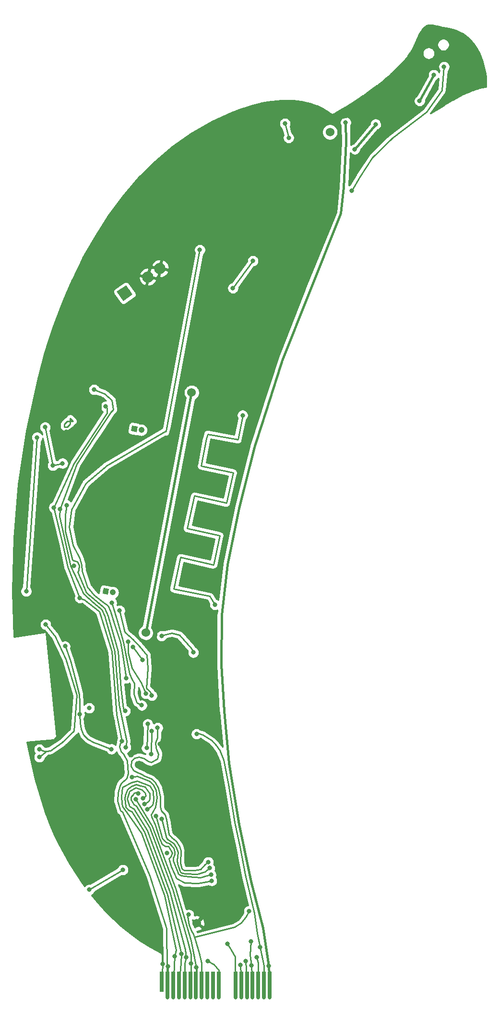
<source format=gbl>
G04 #@! TF.GenerationSoftware,KiCad,Pcbnew,5.1.3-ffb9f22~84~ubuntu18.04.1*
G04 #@! TF.CreationDate,2019-10-26T21:40:40-04:00*
G04 #@! TF.ProjectId,swadge-banana,73776164-6765-42d6-9261-6e616e612e6b,rev?*
G04 #@! TF.SameCoordinates,Original*
G04 #@! TF.FileFunction,Copper,L2,Bot*
G04 #@! TF.FilePolarity,Positive*
%FSLAX46Y46*%
G04 Gerber Fmt 4.6, Leading zero omitted, Abs format (unit mm)*
G04 Created by KiCad (PCBNEW 5.1.3-ffb9f22~84~ubuntu18.04.1) date 2019-10-26 21:40:40*
%MOMM*%
%LPD*%
G04 APERTURE LIST*
%ADD10C,1.530000*%
%ADD11R,0.650000X3.600000*%
%ADD12R,0.650000X4.600000*%
%ADD13O,0.650000X0.650000*%
%ADD14C,2.000000*%
%ADD15C,0.100000*%
%ADD16C,1.000000*%
%ADD17C,1.000000*%
%ADD18C,0.800000*%
%ADD19C,0.250000*%
%ADD20C,0.450000*%
%ADD21C,0.400000*%
%ADD22C,0.254000*%
G04 APERTURE END LIST*
D10*
X142244668Y-175357892D03*
X133216699Y-124157737D03*
X141331354Y-81806096D03*
X165739181Y-35901651D03*
D11*
X136090000Y-185705000D03*
D12*
X137090000Y-186205000D03*
X138090000Y-186205000D03*
X139090000Y-186205000D03*
X140090000Y-186205000D03*
X141090000Y-186205000D03*
X142090000Y-186205000D03*
X143090000Y-186205000D03*
X144090000Y-186205000D03*
X145090000Y-186205000D03*
X146090000Y-186205000D03*
X151090000Y-186205000D03*
X152090000Y-186205000D03*
X153090000Y-186205000D03*
X154090000Y-186205000D03*
X155090000Y-186205000D03*
X149090000Y-186205000D03*
X150090000Y-186205000D03*
D13*
X139090000Y-188505000D03*
X140090000Y-188505000D03*
X141090000Y-188505000D03*
X142090000Y-188505000D03*
X143090000Y-188505000D03*
X144090000Y-188505000D03*
X145090000Y-188505000D03*
X151090000Y-188505000D03*
X152090000Y-188505000D03*
X138090000Y-188505000D03*
X150090000Y-188505000D03*
X153090000Y-188505000D03*
X146090000Y-188505000D03*
X149090000Y-188505000D03*
X154090000Y-188505000D03*
X155090000Y-188505000D03*
X137090000Y-188505000D03*
D14*
X133620760Y-61432118D03*
X135750556Y-59940819D03*
X129525000Y-64300000D03*
D15*
G36*
X129279424Y-65692728D02*
G01*
X128132272Y-64054424D01*
X129770576Y-62907272D01*
X130917728Y-64545576D01*
X129279424Y-65692728D01*
X129279424Y-65692728D01*
G37*
D16*
X132474642Y-88419313D03*
D17*
X132474642Y-88419313D02*
X132474642Y-88419313D01*
D16*
X131223936Y-88198780D03*
D15*
G36*
X131629516Y-88778008D02*
G01*
X130644708Y-88604360D01*
X130818356Y-87619552D01*
X131803164Y-87793200D01*
X131629516Y-88778008D01*
X131629516Y-88778008D01*
G37*
D16*
X126175358Y-116830687D03*
D15*
G36*
X126580938Y-117409915D02*
G01*
X125596130Y-117236267D01*
X125769778Y-116251459D01*
X126754586Y-116425107D01*
X126580938Y-117409915D01*
X126580938Y-117409915D01*
G37*
D16*
X127426064Y-117051220D03*
D17*
X127426064Y-117051220D02*
X127426064Y-117051220D01*
D18*
X158450000Y-36900000D03*
X157800000Y-34400000D03*
X114050000Y-89725000D03*
X112150000Y-116850000D03*
X114450000Y-144700000D03*
X115575000Y-122700000D03*
X114450000Y-146075000D03*
X144150000Y-182000000D03*
X137150000Y-182950000D03*
X129050000Y-143275000D03*
X121600000Y-118025000D03*
X117025000Y-102075000D03*
X126125000Y-84275000D03*
X133495454Y-155295454D03*
X138375000Y-181150000D03*
X124125000Y-81300000D03*
X118075000Y-102350000D03*
X129702464Y-144347536D03*
X120550000Y-112350000D03*
X139500000Y-180800000D03*
X132975000Y-154325000D03*
X119325000Y-101700000D03*
X129600000Y-137950000D03*
X152775000Y-181400000D03*
X148625000Y-63400000D03*
X152150000Y-58600000D03*
X128625000Y-120250000D03*
X134300000Y-135225000D03*
X134300000Y-141500000D03*
X134175000Y-145550000D03*
X136025000Y-156950000D03*
X144514553Y-165639553D03*
X150875000Y-182075000D03*
X144750000Y-166825000D03*
X135025000Y-156450000D03*
X133400000Y-144475000D03*
X133575000Y-140250000D03*
X130100000Y-125775000D03*
X133250000Y-134900000D03*
X142775000Y-56650000D03*
X132725000Y-153325000D03*
X140375000Y-181375000D03*
X129800000Y-132175000D03*
X153375000Y-179600000D03*
X142200000Y-142000000D03*
X136025000Y-124725000D03*
X141625000Y-127625000D03*
X141175000Y-182475000D03*
X131900000Y-152525000D03*
X145450000Y-119200000D03*
X150325000Y-85825000D03*
X170125000Y-38925000D03*
X173800000Y-34525000D03*
X181550000Y-30400000D03*
X184050000Y-25825000D03*
X149975000Y-182725000D03*
X144875000Y-167875000D03*
X130825000Y-149625000D03*
X127175000Y-144675000D03*
X123250000Y-137425000D03*
X121550000Y-138550000D03*
X119000000Y-126525000D03*
X147625000Y-179000000D03*
X132675000Y-128950000D03*
X131000000Y-126625000D03*
X151925000Y-182800000D03*
X127225000Y-118900000D03*
X151775000Y-178600000D03*
X144250000Y-164575000D03*
X135325000Y-140900000D03*
X132525000Y-136950000D03*
X131475000Y-153525000D03*
X142132510Y-183117490D03*
X175625000Y-36250000D03*
X173775000Y-32050000D03*
X163525000Y-34500000D03*
X118250000Y-149400000D03*
X121953814Y-148178814D03*
X130725000Y-145750000D03*
X128825000Y-146825000D03*
X136206958Y-182556958D03*
X122200000Y-83025000D03*
X123425000Y-85725000D03*
X125175000Y-82850000D03*
X120575000Y-79875000D03*
X115900000Y-100300000D03*
X116300000Y-98250000D03*
X115300000Y-103675000D03*
X110850000Y-110625000D03*
X115575000Y-120475000D03*
X114500000Y-115200000D03*
X124750000Y-135150000D03*
X127425000Y-139700000D03*
X123900000Y-125475000D03*
X122625000Y-128700000D03*
X119175000Y-88775000D03*
X125650000Y-93250000D03*
X155225000Y-45700000D03*
X149700000Y-169775000D03*
X142450000Y-170425000D03*
X129525000Y-168700000D03*
X125575000Y-108600000D03*
X130950000Y-111425000D03*
X132925000Y-114875000D03*
X125525000Y-74675000D03*
X134550000Y-79700000D03*
X136175000Y-117250000D03*
X139275000Y-134400000D03*
X135750000Y-143750000D03*
X142425000Y-148250000D03*
X149900000Y-72400000D03*
X118643400Y-69418200D03*
X136804400Y-40843200D03*
X113563400Y-86664800D03*
X125196600Y-171043600D03*
X126441200Y-164033200D03*
X123444000Y-163576000D03*
X140716000Y-45720000D03*
X122936000Y-71120000D03*
X185875000Y-24375000D03*
X169575000Y-46225000D03*
X140800000Y-173850000D03*
X118550000Y-94300000D03*
X116850000Y-94675000D03*
X137025000Y-162950000D03*
X129200000Y-165950000D03*
X123250000Y-169450000D03*
X115475000Y-87925000D03*
X151450000Y-173200000D03*
X154950000Y-182900000D03*
X154950000Y-182900000D03*
X168516617Y-34208383D03*
D19*
X119888000Y-86360000D02*
X119888000Y-87376000D01*
X119888000Y-87376000D02*
X119380000Y-87884000D01*
X119380000Y-87884000D02*
X118872000Y-87884000D01*
X118872000Y-87884000D02*
X118872000Y-87376000D01*
X118872000Y-87376000D02*
X119380000Y-86868000D01*
X119380000Y-86868000D02*
X120396000Y-86868000D01*
X120396000Y-86868000D02*
X119888000Y-86360000D01*
D20*
X133216699Y-124157737D02*
X141331354Y-81806096D01*
D19*
X158450000Y-36900000D02*
X157800000Y-34400000D01*
X114050000Y-89725000D02*
X112150000Y-116850000D01*
X115575000Y-122700000D02*
X117250000Y-124775000D01*
X117250000Y-124775000D02*
X119125000Y-128800000D01*
X119125000Y-128800000D02*
X121050000Y-135150000D01*
X121050000Y-135150000D02*
X120600000Y-141500000D01*
X120600000Y-141500000D02*
X118475000Y-143525000D01*
X118475000Y-143525000D02*
X116375000Y-144925000D01*
X115325000Y-145050000D02*
X114450000Y-144700000D01*
X114450000Y-146075000D02*
X115727127Y-145002127D01*
X116375000Y-144925000D02*
X115727127Y-145002127D01*
X115727127Y-145002127D02*
X115325000Y-145050000D01*
X146090000Y-186205000D02*
X146150000Y-183675000D01*
X146150000Y-183675000D02*
X145275000Y-182600000D01*
X145275000Y-182600000D02*
X144150000Y-182000000D01*
X137090000Y-186205000D02*
X136950000Y-183375000D01*
X136950000Y-183375000D02*
X136875000Y-176250000D01*
X136875000Y-176250000D02*
X133950000Y-166950000D01*
X133950000Y-166950000D02*
X129100000Y-155725000D01*
X129050000Y-143275000D02*
X128125000Y-138575000D01*
X128125000Y-138575000D02*
X127250000Y-127450000D01*
X127250000Y-127450000D02*
X125025000Y-120400000D01*
X125025000Y-120400000D02*
X122450000Y-118375000D01*
X122450000Y-118375000D02*
X121600000Y-118025000D01*
X121600000Y-118025000D02*
X119450000Y-112525000D01*
X119450000Y-112525000D02*
X118650000Y-108725000D01*
X118650000Y-108725000D02*
X117025000Y-102075000D01*
X137090000Y-186205000D02*
X137150000Y-182950000D01*
X129050000Y-143450000D02*
X129050000Y-143275000D01*
X129050000Y-143275000D02*
X128700000Y-143775000D01*
X128700000Y-143775000D02*
X128625000Y-144250000D01*
X128625000Y-144250000D02*
X128850000Y-145050000D01*
X128850000Y-145050000D02*
X129325000Y-145650000D01*
X129325000Y-145650000D02*
X129925000Y-146700000D01*
X129925000Y-146700000D02*
X130125000Y-148950000D01*
X130125000Y-148950000D02*
X129850000Y-149900000D01*
X129850000Y-149900000D02*
X128925000Y-150625000D01*
X128925000Y-150625000D02*
X128675000Y-151125000D01*
X128675000Y-151125000D02*
X128325000Y-152325000D01*
X128325000Y-152325000D02*
X128275000Y-153850000D01*
X128275000Y-153850000D02*
X128800000Y-155525000D01*
X128800000Y-155525000D02*
X129100000Y-155725000D01*
X117025000Y-102075000D02*
X120575000Y-94300000D01*
X120575000Y-94300000D02*
X126425000Y-85425000D01*
X126425000Y-85425000D02*
X126375000Y-84500000D01*
X126375000Y-84500000D02*
X126125000Y-84275000D01*
X133495454Y-155295454D02*
X134450000Y-154500000D01*
X134450000Y-154500000D02*
X134575000Y-153650000D01*
X134575000Y-153650000D02*
X134525000Y-152100000D01*
X134525000Y-152100000D02*
X133925000Y-151100000D01*
X133925000Y-151100000D02*
X131775000Y-150250000D01*
X131775000Y-150250000D02*
X130725000Y-150525000D01*
X130725000Y-150525000D02*
X129100000Y-151350000D01*
X129100000Y-151350000D02*
X128925000Y-153000000D01*
X129625000Y-155475000D02*
X130725000Y-156950000D01*
X130725000Y-156950000D02*
X132525000Y-159475000D01*
X132525000Y-159475000D02*
X136550000Y-170525000D01*
X136550000Y-170525000D02*
X138575000Y-180100000D01*
X138575000Y-180100000D02*
X138375000Y-181150000D01*
X138090000Y-186205000D02*
X138375000Y-181150000D01*
X124125000Y-81300000D02*
X126000000Y-82050000D01*
X126000000Y-82050000D02*
X127250000Y-83125000D01*
X127250000Y-83125000D02*
X127500000Y-84850000D01*
X127500000Y-84850000D02*
X127075000Y-85300000D01*
X127075000Y-85300000D02*
X124050000Y-89875000D01*
X124050000Y-89875000D02*
X121050000Y-94400000D01*
X121050000Y-94400000D02*
X118075000Y-102350000D01*
X118075000Y-102350000D02*
X118000000Y-103675000D01*
X118000000Y-103675000D02*
X119925000Y-112325000D01*
X122250000Y-117300000D02*
X124000000Y-118900000D01*
X124000000Y-118900000D02*
X125475000Y-120025000D01*
X125475000Y-120025000D02*
X125975000Y-121175000D01*
X125975000Y-121175000D02*
X127775000Y-127400000D01*
X127775000Y-127400000D02*
X128550000Y-136825000D01*
X128550000Y-136825000D02*
X129875000Y-143300000D01*
X129875000Y-143300000D02*
X129702464Y-144347536D01*
X129625000Y-155475000D02*
X129446819Y-155227424D01*
X129446819Y-155227424D02*
X129325000Y-155075000D01*
X129325000Y-155075000D02*
X129175000Y-154850000D01*
X129175000Y-154850000D02*
X129125000Y-154675000D01*
X129125000Y-154675000D02*
X129050000Y-154300000D01*
X129050000Y-154300000D02*
X128925000Y-153000000D01*
X120550000Y-112350000D02*
X120020548Y-112529452D01*
X119925000Y-112325000D02*
X120020548Y-112529452D01*
X120020548Y-112529452D02*
X122250000Y-117300000D01*
X139090000Y-186205000D02*
X139400000Y-182375000D01*
X139400000Y-182375000D02*
X139500000Y-180800000D01*
X139500000Y-180800000D02*
X137075000Y-170350000D01*
X137075000Y-170350000D02*
X133000000Y-159225000D01*
X133000000Y-159225000D02*
X130775000Y-155700000D01*
X130775000Y-155700000D02*
X130125000Y-155375000D01*
X130125000Y-155375000D02*
X129725000Y-154850000D01*
X129725000Y-154850000D02*
X129600000Y-153900000D01*
X129600000Y-153900000D02*
X129504516Y-153431571D01*
X129504516Y-153431571D02*
X129625000Y-152725000D01*
X129625000Y-152725000D02*
X130025000Y-151700000D01*
X130025000Y-151700000D02*
X130750000Y-151250000D01*
X130750000Y-151250000D02*
X131575000Y-150875000D01*
X131575000Y-150875000D02*
X131950000Y-151025000D01*
X131950000Y-151025000D02*
X133050000Y-151325000D01*
X133050000Y-151325000D02*
X133525000Y-151925000D01*
X133525000Y-151925000D02*
X133950000Y-152525000D01*
X133950000Y-152525000D02*
X133975000Y-153350000D01*
X133975000Y-153350000D02*
X133825000Y-153725000D01*
X133825000Y-153725000D02*
X133525000Y-153975000D01*
X133525000Y-153975000D02*
X132975000Y-154325000D01*
X119325000Y-101700000D02*
X119050000Y-103425000D01*
X119050000Y-103425000D02*
X119075000Y-106275000D01*
X119075000Y-106275000D02*
X120275000Y-111325000D01*
X120275000Y-111325000D02*
X120700000Y-111500000D01*
X120700000Y-111500000D02*
X121125000Y-111625000D01*
X121125000Y-111625000D02*
X121450000Y-112300000D01*
X121450000Y-112300000D02*
X121375000Y-113150000D01*
X121375000Y-113150000D02*
X121250000Y-113425000D01*
X121250000Y-113425000D02*
X122800000Y-117100000D01*
X122800000Y-117100000D02*
X126000000Y-119775000D01*
X126000000Y-119775000D02*
X126600000Y-121175000D01*
X126600000Y-121175000D02*
X128325000Y-127400000D01*
X128325000Y-127400000D02*
X128825000Y-134025000D01*
X128825000Y-134025000D02*
X129250000Y-137550000D01*
X129250000Y-137550000D02*
X129600000Y-137950000D01*
X153090000Y-186205000D02*
X153050000Y-182375000D01*
X153050000Y-182375000D02*
X152775000Y-181400000D01*
X148625000Y-63400000D02*
X152150000Y-58600000D01*
X128625000Y-120250000D02*
X129525000Y-124050000D01*
X129525000Y-124050000D02*
X130975000Y-125325000D01*
X130975000Y-125325000D02*
X132250000Y-126625000D01*
X132250000Y-126625000D02*
X133450000Y-128100000D01*
X133450000Y-128100000D02*
X133600000Y-130400000D01*
X133600000Y-130400000D02*
X133327335Y-133927857D01*
X133327335Y-133927857D02*
X134025000Y-134500000D01*
X134025000Y-134500000D02*
X134300000Y-135225000D01*
X134300000Y-141500000D02*
X134175000Y-145550000D01*
X136025000Y-156950000D02*
X136425000Y-158300000D01*
X136425000Y-158300000D02*
X136925000Y-160375000D01*
X136925000Y-160375000D02*
X137150000Y-160625000D01*
X137150000Y-160625000D02*
X137625000Y-160925000D01*
X137625000Y-160925000D02*
X138175000Y-161325000D01*
X138175000Y-161325000D02*
X138631276Y-161974978D01*
X138631276Y-161974978D02*
X138900000Y-162825000D01*
X138900000Y-162825000D02*
X138825000Y-163575000D01*
X138825000Y-163575000D02*
X138750000Y-164250000D01*
X138750000Y-164250000D02*
X138850000Y-164900000D01*
X138850000Y-164900000D02*
X139375000Y-166400000D01*
X139375000Y-166400000D02*
X139675728Y-166569587D01*
X139675728Y-166569587D02*
X140325000Y-166625000D01*
X140325000Y-166625000D02*
X142350000Y-166725000D01*
X142350000Y-166725000D02*
X143700000Y-166300000D01*
X143700000Y-166300000D02*
X144514553Y-165639553D01*
X144514553Y-165639553D02*
X144625000Y-165550000D01*
X150875000Y-182075000D02*
X151090000Y-186205000D01*
X144750000Y-166825000D02*
X144025000Y-167000000D01*
X144025000Y-167000000D02*
X142950000Y-167300000D01*
X142950000Y-167300000D02*
X141825000Y-167250000D01*
X141825000Y-167250000D02*
X140800000Y-167175000D01*
X140800000Y-167175000D02*
X139500000Y-167000000D01*
X139500000Y-167000000D02*
X139000000Y-166700000D01*
X139000000Y-166700000D02*
X138075000Y-164350000D01*
X138075000Y-164350000D02*
X138100000Y-163800000D01*
X138100000Y-163800000D02*
X138375000Y-163200000D01*
X138375000Y-163200000D02*
X138375000Y-162775000D01*
X138375000Y-162775000D02*
X138175000Y-162125000D01*
X138175000Y-162125000D02*
X137775000Y-161625000D01*
X137775000Y-161625000D02*
X137375000Y-161300000D01*
X137375000Y-161300000D02*
X136900000Y-161125000D01*
X136900000Y-161125000D02*
X136475000Y-160800000D01*
X136475000Y-160800000D02*
X136175000Y-160325000D01*
X136175000Y-160325000D02*
X135025000Y-156450000D01*
X133400000Y-144475000D02*
X133575000Y-140250000D01*
X130100000Y-125775000D02*
X130125000Y-127675000D01*
X130125000Y-127675000D02*
X130825000Y-130350000D01*
X130825000Y-130350000D02*
X132425000Y-132950000D01*
X132425000Y-132950000D02*
X133250000Y-134900000D01*
X132725000Y-153325000D02*
X133225000Y-152900000D01*
X133225000Y-152900000D02*
X133050000Y-152325000D01*
X133050000Y-152325000D02*
X132525000Y-151775000D01*
X132525000Y-151775000D02*
X131500000Y-151500000D01*
X131500000Y-151500000D02*
X130375000Y-152050000D01*
X130375000Y-152050000D02*
X129975000Y-153425000D01*
X129975000Y-153425000D02*
X130400000Y-154750000D01*
X130400000Y-154750000D02*
X131125000Y-155175000D01*
X131125000Y-155175000D02*
X133500000Y-158975000D01*
X133500000Y-158975000D02*
X137475000Y-169850000D01*
X137475000Y-169850000D02*
X140225000Y-180000000D01*
X140225000Y-180000000D02*
X140375000Y-181375000D01*
X140375000Y-181375000D02*
X140100000Y-182475000D01*
X140100000Y-182475000D02*
X140090000Y-186205000D01*
X136757896Y-88732896D02*
X136750000Y-88775000D01*
X128750000Y-125825000D02*
X127700000Y-122500000D01*
X127700000Y-122500000D02*
X127025000Y-120350000D01*
X129800000Y-132175000D02*
X129075000Y-127650000D01*
X129075000Y-127650000D02*
X128750000Y-125825000D01*
X127025000Y-120350000D02*
X126600000Y-119400000D01*
X126600000Y-119400000D02*
X125625000Y-118675000D01*
X125625000Y-118675000D02*
X124150000Y-117525000D01*
X124150000Y-117525000D02*
X122900000Y-116050000D01*
X122900000Y-116050000D02*
X122000000Y-113300000D01*
X122000000Y-113300000D02*
X121925000Y-112175000D01*
X121925000Y-112175000D02*
X121575000Y-111000000D01*
X121575000Y-111000000D02*
X120425000Y-108675000D01*
X120425000Y-108675000D02*
X119750000Y-105525000D01*
X119750000Y-105525000D02*
X120175000Y-102425000D01*
X120175000Y-102425000D02*
X122650000Y-97775000D01*
X122650000Y-97775000D02*
X126425000Y-94625000D01*
X126425000Y-94625000D02*
X136789482Y-88564482D01*
X142775000Y-56650000D02*
X136789482Y-88564482D01*
X136789482Y-88564482D02*
X136757896Y-88732896D01*
X153375000Y-179600000D02*
X154075000Y-182900000D01*
X154075000Y-182900000D02*
X154090000Y-186205000D01*
X153375000Y-179600000D02*
X152875000Y-177100000D01*
X152875000Y-177100000D02*
X152375000Y-173575000D01*
X152375000Y-173575000D02*
X150775000Y-166800000D01*
X150775000Y-166800000D02*
X149825000Y-161900000D01*
X149825000Y-161900000D02*
X148900000Y-157550000D01*
X148900000Y-157550000D02*
X147825000Y-150900000D01*
X147825000Y-150900000D02*
X147000000Y-146600000D01*
X147000000Y-146600000D02*
X146275000Y-144900000D01*
X146275000Y-144900000D02*
X145600000Y-143925000D01*
X145600000Y-143925000D02*
X144900000Y-143200000D01*
X144900000Y-143200000D02*
X143300000Y-142125000D01*
X143300000Y-142125000D02*
X142550000Y-141900000D01*
X142550000Y-141900000D02*
X142200000Y-142000000D01*
X136025000Y-124725000D02*
X136700000Y-124425000D01*
X136700000Y-124425000D02*
X137850000Y-124175000D01*
X137850000Y-124175000D02*
X139175000Y-124550000D01*
X139175000Y-124550000D02*
X141300000Y-126950000D01*
X141300000Y-126950000D02*
X141625000Y-127625000D01*
X141175000Y-182475000D02*
X141090000Y-186205000D01*
X141175000Y-182475000D02*
X141175000Y-180850000D01*
X141175000Y-180850000D02*
X140650000Y-178500000D01*
X140650000Y-178500000D02*
X139800000Y-175500000D01*
X139800000Y-175500000D02*
X138025000Y-169450000D01*
X138025000Y-169450000D02*
X136725000Y-166000000D01*
X136725000Y-166000000D02*
X133950000Y-158500000D01*
X133950000Y-158500000D02*
X131550000Y-154650000D01*
X131550000Y-154650000D02*
X131100000Y-154450000D01*
X131100000Y-154450000D02*
X130850000Y-154050000D01*
X130850000Y-154050000D02*
X130625000Y-153575000D01*
X130625000Y-153575000D02*
X130675000Y-153050000D01*
X130675000Y-153050000D02*
X131025000Y-152625000D01*
X131025000Y-152625000D02*
X131150000Y-152400000D01*
X131150000Y-152400000D02*
X131550000Y-152350000D01*
X131550000Y-152350000D02*
X131900000Y-152525000D01*
X145450000Y-119200000D02*
X144525000Y-117725000D01*
X144525000Y-117725000D02*
X138150000Y-116400000D01*
X138150000Y-116400000D02*
X139375000Y-110875000D01*
X139375000Y-110875000D02*
X145175000Y-112175000D01*
X145175000Y-112175000D02*
X146275000Y-107025000D01*
X146275000Y-107025000D02*
X140550000Y-105775000D01*
X140550000Y-105775000D02*
X141825000Y-100025000D01*
X141825000Y-100025000D02*
X147450000Y-101275000D01*
X147450000Y-101275000D02*
X148650000Y-95950000D01*
X148650000Y-95950000D02*
X143025000Y-94750000D01*
X143025000Y-94750000D02*
X143950000Y-89950000D01*
X143950000Y-89950000D02*
X144175000Y-89125000D01*
X144175000Y-89125000D02*
X149475000Y-90125000D01*
X149475000Y-90125000D02*
X150325000Y-85825000D01*
D21*
X170125000Y-38925000D02*
X173800000Y-34525000D01*
X181550000Y-30400000D02*
X184050000Y-25825000D01*
D19*
X149975000Y-182725000D02*
X150090000Y-186205000D01*
X144875000Y-167875000D02*
X142450000Y-168325000D01*
X142450000Y-168325000D02*
X140075000Y-168250000D01*
X140075000Y-168250000D02*
X138700000Y-167475000D01*
X138700000Y-167475000D02*
X137750000Y-165450000D01*
X137750000Y-165450000D02*
X137325000Y-164000000D01*
X137325000Y-164000000D02*
X137675000Y-163600000D01*
X137675000Y-163600000D02*
X137900000Y-162975000D01*
X137900000Y-162975000D02*
X137725000Y-162675000D01*
X137725000Y-162675000D02*
X137275000Y-161800000D01*
X137275000Y-161800000D02*
X136700000Y-161775000D01*
X136700000Y-161775000D02*
X136175000Y-161450000D01*
X136175000Y-161450000D02*
X135727179Y-160574182D01*
X135727179Y-160574182D02*
X134825000Y-157925000D01*
X134825000Y-157925000D02*
X134300000Y-156650000D01*
X134300000Y-156650000D02*
X134200000Y-156200000D01*
X134200000Y-156200000D02*
X134450000Y-155800000D01*
X134450000Y-155800000D02*
X134975000Y-154825000D01*
X134975000Y-154825000D02*
X135225000Y-153175000D01*
X135225000Y-153175000D02*
X135075000Y-151925000D01*
X135075000Y-151925000D02*
X134525000Y-150875000D01*
X134525000Y-150875000D02*
X133850000Y-150275000D01*
X133850000Y-150275000D02*
X132750000Y-149825000D01*
X132750000Y-149825000D02*
X131725000Y-149425000D01*
X131725000Y-149425000D02*
X130825000Y-149625000D01*
X127175000Y-144675000D02*
X124900000Y-143800000D01*
X121550000Y-138550000D02*
X121575000Y-136325000D01*
X121575000Y-136325000D02*
X121500000Y-135050000D01*
X121500000Y-135050000D02*
X120850000Y-132300000D01*
X120850000Y-132300000D02*
X119950000Y-129125000D01*
X119950000Y-129125000D02*
X119000000Y-126525000D01*
X124900000Y-143800000D02*
X124075000Y-143475000D01*
X124075000Y-143475000D02*
X123050000Y-142950000D01*
X123050000Y-142950000D02*
X122275000Y-142175000D01*
X122275000Y-142175000D02*
X121825000Y-141150000D01*
X121825000Y-141150000D02*
X121700000Y-140025000D01*
X121700000Y-140025000D02*
X121550000Y-138550000D01*
X149090000Y-186205000D02*
X149025000Y-181275000D01*
X149025000Y-181275000D02*
X148350000Y-180125000D01*
X148350000Y-180125000D02*
X147625000Y-179000000D01*
X132675000Y-128950000D02*
X131000000Y-126625000D01*
X151925000Y-182800000D02*
X152090000Y-186205000D01*
X127225000Y-118900000D02*
X128375000Y-122550000D01*
X128375000Y-122550000D02*
X129275000Y-125825000D01*
X129275000Y-125825000D02*
X130350000Y-131425000D01*
X130350000Y-131425000D02*
X130775000Y-132300000D01*
X151925000Y-182800000D02*
X151650000Y-180925000D01*
X151650000Y-180925000D02*
X151775000Y-178600000D01*
X144250000Y-164575000D02*
X143675000Y-165000000D01*
X143675000Y-165000000D02*
X142900000Y-165900000D01*
X142900000Y-165900000D02*
X141850000Y-166075000D01*
X141850000Y-166075000D02*
X140025000Y-166075000D01*
X140025000Y-166075000D02*
X139629032Y-165763588D01*
X139629032Y-165763588D02*
X139325000Y-164750000D01*
X139325000Y-164750000D02*
X139400000Y-162550000D01*
X139400000Y-162550000D02*
X139175000Y-161775000D01*
X139175000Y-161775000D02*
X138550000Y-160900000D01*
X138550000Y-160900000D02*
X137825000Y-160250000D01*
X137825000Y-160250000D02*
X137325000Y-159725000D01*
X137325000Y-159725000D02*
X136875000Y-157150000D01*
X136875000Y-157150000D02*
X136625000Y-156200000D01*
X136625000Y-156200000D02*
X135950000Y-155550000D01*
X135950000Y-155550000D02*
X135800000Y-154775000D01*
X135800000Y-154775000D02*
X135800000Y-153075000D01*
X135800000Y-153075000D02*
X135500000Y-151550000D01*
X135500000Y-151550000D02*
X134875000Y-150475000D01*
X134875000Y-150475000D02*
X134225000Y-149900000D01*
X134225000Y-149900000D02*
X133075000Y-149425000D01*
X133075000Y-149425000D02*
X132525000Y-149100000D01*
X132525000Y-149100000D02*
X131600000Y-148650000D01*
X131600000Y-148650000D02*
X131050000Y-148425000D01*
X131050000Y-148425000D02*
X130625000Y-147675000D01*
X130625000Y-147675000D02*
X130700000Y-146750000D01*
X130700000Y-146750000D02*
X131300000Y-146250000D01*
X131300000Y-146250000D02*
X132075000Y-146025000D01*
X132075000Y-146025000D02*
X132900000Y-146275000D01*
X132900000Y-146275000D02*
X133675000Y-146825000D01*
X133675000Y-146825000D02*
X134150000Y-146950000D01*
X134150000Y-146950000D02*
X135275000Y-146400000D01*
X135275000Y-146400000D02*
X135500000Y-145525000D01*
X135500000Y-145525000D02*
X135125000Y-144675000D01*
X135125000Y-144675000D02*
X135000000Y-144475000D01*
X135000000Y-144475000D02*
X134950000Y-143550000D01*
X134950000Y-143550000D02*
X135275000Y-142650000D01*
X135275000Y-142650000D02*
X135325000Y-141375000D01*
X135325000Y-141375000D02*
X135325000Y-140900000D01*
X132525000Y-136950000D02*
X131650000Y-136475000D01*
X131650000Y-136475000D02*
X131100000Y-134950000D01*
X131100000Y-134950000D02*
X131250000Y-133100000D01*
X131250000Y-133100000D02*
X130775000Y-132300000D01*
X131475000Y-153525000D02*
X134375000Y-158250000D01*
X134375000Y-158250000D02*
X138500000Y-169250000D01*
X138500000Y-169250000D02*
X141175000Y-178400000D01*
X142200000Y-183450000D02*
X142090000Y-186205000D01*
X141175000Y-178400000D02*
X142132510Y-183117490D01*
X142090000Y-186205000D02*
X142132510Y-183117490D01*
X142132510Y-183117490D02*
X142200000Y-183450000D01*
X175625000Y-36250000D02*
X173775000Y-32050000D01*
X173775000Y-32050000D02*
X163525000Y-34500000D01*
X118250000Y-149400000D02*
X121953814Y-148178814D01*
X125150000Y-147125000D02*
X121953814Y-148178814D01*
X128825000Y-146825000D02*
X125150000Y-147125000D01*
X136090000Y-185705000D02*
X136206958Y-182556958D01*
X122200000Y-83025000D02*
X123425000Y-85725000D01*
X125175000Y-82850000D02*
X125300000Y-84775000D01*
X125300000Y-84775000D02*
X124800000Y-85875000D01*
X124800000Y-85875000D02*
X123425000Y-85725000D01*
X120575000Y-79875000D02*
X122200000Y-83025000D01*
X115900000Y-100300000D02*
X116300000Y-98250000D01*
X115900000Y-100300000D02*
X115300000Y-103675000D01*
X115575000Y-120475000D02*
X114500000Y-115200000D01*
X124750000Y-135150000D02*
X127425000Y-139700000D01*
X123900000Y-125475000D02*
X122625000Y-128700000D01*
X119175000Y-88775000D02*
X123425000Y-85725000D01*
X148350000Y-170750000D02*
X149700000Y-169775000D01*
X142450000Y-170425000D02*
X145457822Y-172932822D01*
X142244668Y-175357892D02*
X145457822Y-172932822D01*
X145457822Y-172932822D02*
X148350000Y-170750000D01*
X125575000Y-108600000D02*
X130950000Y-111425000D01*
X130950000Y-111425000D02*
X132925000Y-114875000D01*
X130950000Y-111425000D02*
X136925000Y-90775000D01*
X136925000Y-90775000D02*
X140075000Y-79550000D01*
X140075000Y-79550000D02*
X141625000Y-78925000D01*
X141625000Y-78925000D02*
X144025000Y-80425000D01*
X144025000Y-80425000D02*
X137925000Y-108850000D01*
X137925000Y-108850000D02*
X135000000Y-124875000D01*
X133025000Y-125925000D02*
X132275000Y-125550000D01*
X131075000Y-123900000D02*
X131575000Y-119400000D01*
X131575000Y-119400000D02*
X132925000Y-114875000D01*
X125525000Y-74675000D02*
X134550000Y-79700000D01*
X135000000Y-124875000D02*
X133335124Y-125760124D01*
X133335124Y-125760124D02*
X133025000Y-125925000D01*
X131801315Y-124898685D02*
X131075000Y-123900000D01*
X132925000Y-114875000D02*
X131675000Y-123675000D01*
X131675000Y-123675000D02*
X131917104Y-125057896D01*
X132275000Y-125550000D02*
X131917104Y-125057896D01*
X131917104Y-125057896D02*
X131801315Y-124898685D01*
X132365615Y-125215615D02*
X134000000Y-125900000D01*
X132365615Y-125215615D02*
X133335124Y-125760124D01*
X131801315Y-124898685D02*
X132365615Y-125215615D01*
X134654320Y-125229320D02*
X136175000Y-117250000D01*
X134654320Y-125229320D02*
X135000000Y-124875000D01*
X134000000Y-125900000D02*
X134654320Y-125229320D01*
X139275000Y-134400000D02*
X139100000Y-135475000D01*
X119175000Y-88775000D02*
X117348000Y-88392000D01*
X117348000Y-88392000D02*
X116332000Y-86868000D01*
X116332000Y-86868000D02*
X113563400Y-86664800D01*
X126441200Y-164033200D02*
X123952000Y-163576000D01*
X123952000Y-163576000D02*
X123444000Y-163576000D01*
X125196600Y-171043600D02*
X129525000Y-168700000D01*
X136804400Y-40843200D02*
X140716000Y-45720000D01*
X118643400Y-69418200D02*
X122936000Y-71120000D01*
X185875000Y-24375000D02*
X185475000Y-28550000D01*
X185475000Y-28550000D02*
X182750000Y-32375000D01*
X182750000Y-32375000D02*
X176750000Y-36950000D01*
X176750000Y-36950000D02*
X173250000Y-40400000D01*
X173250000Y-40400000D02*
X171000000Y-43775000D01*
X171000000Y-43775000D02*
X169575000Y-46225000D01*
X143090000Y-186205000D02*
X143100000Y-183475000D01*
X143100000Y-183475000D02*
X143050000Y-182350000D01*
X143050000Y-182350000D02*
X142625000Y-180625000D01*
X141675000Y-177300000D02*
X141325000Y-176675000D01*
X141325000Y-176675000D02*
X140850000Y-175675000D01*
X140850000Y-175675000D02*
X140625000Y-174200000D01*
X140625000Y-174200000D02*
X140800000Y-173850000D01*
X118550000Y-94300000D02*
X116850000Y-94675000D01*
X129200000Y-165950000D02*
X123250000Y-169450000D01*
X142625000Y-180625000D02*
X141969444Y-178330556D01*
X115475000Y-87925000D02*
X116850000Y-94675000D01*
X141969444Y-178330556D02*
X141830556Y-177844444D01*
X148925000Y-176025000D02*
X141830556Y-177844444D01*
X141830556Y-177844444D02*
X141675000Y-177300000D01*
X148925000Y-176025000D02*
X150075000Y-175300000D01*
X150075000Y-175300000D02*
X150950000Y-174200000D01*
X150950000Y-174200000D02*
X151450000Y-173200000D01*
D20*
X155090000Y-186205000D02*
X154950000Y-182900000D01*
X154950000Y-182900000D02*
X153950751Y-176174814D01*
X153950751Y-176174814D02*
X151825000Y-168025000D01*
X151825000Y-168025000D02*
X149700000Y-157875000D01*
X149700000Y-157875000D02*
X147925000Y-147150000D01*
X147925000Y-147150000D02*
X147025000Y-137950000D01*
X147025000Y-137950000D02*
X146525000Y-129800000D01*
X146525000Y-129800000D02*
X146600000Y-121000000D01*
X146600000Y-121000000D02*
X147675000Y-112100000D01*
X147675000Y-112100000D02*
X149650000Y-102225000D01*
X149650000Y-102225000D02*
X152400000Y-91475000D01*
X152400000Y-91475000D02*
X154750000Y-84100000D01*
X154750000Y-84100000D02*
X157325000Y-76125000D01*
X157325000Y-76125000D02*
X162100000Y-63975000D01*
X162100000Y-63975000D02*
X167675000Y-50225000D01*
X167675000Y-50225000D02*
X168175000Y-45625000D01*
X168175000Y-45625000D02*
X168550000Y-37675000D01*
X168550000Y-37675000D02*
X168516617Y-34208383D01*
D22*
G36*
X183607457Y-17008772D02*
G01*
X183738599Y-17019475D01*
X183870919Y-17036039D01*
X184171256Y-17089056D01*
X184489022Y-17159564D01*
X185155408Y-17317393D01*
X185200703Y-17331133D01*
X185236192Y-17334628D01*
X186657625Y-17612964D01*
X187019535Y-17692483D01*
X187380528Y-17784146D01*
X187740808Y-17892078D01*
X188101271Y-18020529D01*
X188463141Y-18173931D01*
X188827715Y-18356959D01*
X189196338Y-18574633D01*
X189575310Y-18835813D01*
X189759649Y-18977653D01*
X189950452Y-19135323D01*
X190142953Y-19305833D01*
X190337180Y-19489897D01*
X190533166Y-19688254D01*
X190730862Y-19901572D01*
X190930297Y-20130617D01*
X191094177Y-20330620D01*
X191094307Y-20330863D01*
X191128779Y-20372867D01*
X191319079Y-20625691D01*
X191500369Y-20893420D01*
X191674840Y-21178032D01*
X191841962Y-21477695D01*
X192001296Y-21790543D01*
X192150253Y-22109915D01*
X192429293Y-22790029D01*
X192670509Y-23487238D01*
X192874951Y-24192162D01*
X193041733Y-24889748D01*
X193170242Y-25564788D01*
X193260134Y-26201743D01*
X193311381Y-26784123D01*
X193324638Y-27293567D01*
X193301834Y-27719413D01*
X193280885Y-27874428D01*
X193264285Y-27954068D01*
X193250928Y-27953516D01*
X193241283Y-27954065D01*
X193231629Y-27953932D01*
X193206934Y-27956021D01*
X193097128Y-27962273D01*
X193077465Y-27962562D01*
X193062749Y-27964230D01*
X193047983Y-27965071D01*
X193028575Y-27968104D01*
X192910815Y-27981454D01*
X192888324Y-27983235D01*
X192876626Y-27985330D01*
X192864812Y-27986669D01*
X192842741Y-27991397D01*
X192552361Y-28043395D01*
X192530711Y-28046476D01*
X192518486Y-28049461D01*
X192506096Y-28051680D01*
X192485049Y-28057627D01*
X192173099Y-28133805D01*
X192157590Y-28136728D01*
X192139659Y-28141971D01*
X192121518Y-28146401D01*
X192106631Y-28151628D01*
X191784247Y-28245892D01*
X191772650Y-28248487D01*
X191751196Y-28255556D01*
X191729534Y-28261890D01*
X191718520Y-28266323D01*
X191390443Y-28374425D01*
X191381481Y-28376679D01*
X191357761Y-28385193D01*
X191333807Y-28393086D01*
X191325350Y-28396827D01*
X190997815Y-28514394D01*
X190990684Y-28516348D01*
X190965396Y-28526030D01*
X190939936Y-28535169D01*
X190933262Y-28538334D01*
X190610951Y-28661740D01*
X190602830Y-28664178D01*
X190578789Y-28674055D01*
X190554537Y-28683340D01*
X190546960Y-28687130D01*
X189898760Y-28953420D01*
X189890657Y-28956068D01*
X189866875Y-28966519D01*
X189842912Y-28976363D01*
X189835403Y-28980349D01*
X189305477Y-29213217D01*
X189298457Y-29215677D01*
X189273931Y-29227080D01*
X189249217Y-29237940D01*
X189242745Y-29241579D01*
X188770721Y-29461035D01*
X188751909Y-29466742D01*
X188713975Y-29487018D01*
X188706281Y-29490423D01*
X188700602Y-29493636D01*
X188694699Y-29496380D01*
X188677873Y-29506315D01*
X188630104Y-29531848D01*
X188623566Y-29537214D01*
X187411519Y-30222850D01*
X187404871Y-30225960D01*
X187381529Y-30239815D01*
X187357944Y-30253157D01*
X187351952Y-30257372D01*
X185951456Y-31088677D01*
X185944943Y-31091889D01*
X185921789Y-31106287D01*
X185898444Y-31120144D01*
X185892618Y-31124426D01*
X184100179Y-32239021D01*
X184092468Y-32243064D01*
X184070910Y-32257221D01*
X184049064Y-32270806D01*
X184042173Y-32276094D01*
X183499897Y-32632215D01*
X186057808Y-29041754D01*
X186066615Y-29032900D01*
X186101154Y-28980911D01*
X186115645Y-28960570D01*
X186121831Y-28949786D01*
X186149457Y-28908203D01*
X186158992Y-28885010D01*
X186171473Y-28863253D01*
X186187398Y-28815911D01*
X186206379Y-28769740D01*
X186211205Y-28745140D01*
X186219204Y-28721359D01*
X186225585Y-28671828D01*
X186227975Y-28659645D01*
X186230354Y-28634809D01*
X186238333Y-28572880D01*
X186237482Y-28560419D01*
X186564283Y-25149428D01*
X186678937Y-25034774D01*
X186792205Y-24865256D01*
X186870226Y-24676898D01*
X186910000Y-24476939D01*
X186910000Y-24273061D01*
X186870226Y-24073102D01*
X186792205Y-23884744D01*
X186678937Y-23715226D01*
X186534774Y-23571063D01*
X186365256Y-23457795D01*
X186176898Y-23379774D01*
X185976939Y-23340000D01*
X185773061Y-23340000D01*
X185573102Y-23379774D01*
X185384744Y-23457795D01*
X185215226Y-23571063D01*
X185071063Y-23715226D01*
X184957795Y-23884744D01*
X184879774Y-24073102D01*
X184840000Y-24273061D01*
X184840000Y-24476939D01*
X184879774Y-24676898D01*
X184957795Y-24865256D01*
X185051162Y-25004990D01*
X185009732Y-25437413D01*
X184967205Y-25334744D01*
X184853937Y-25165226D01*
X184709774Y-25021063D01*
X184540256Y-24907795D01*
X184351898Y-24829774D01*
X184151939Y-24790000D01*
X183948061Y-24790000D01*
X183748102Y-24829774D01*
X183559744Y-24907795D01*
X183390226Y-25021063D01*
X183246063Y-25165226D01*
X183132795Y-25334744D01*
X183054774Y-25523102D01*
X183015000Y-25723061D01*
X183015000Y-25926939D01*
X183022408Y-25964182D01*
X181111350Y-29461419D01*
X181059744Y-29482795D01*
X180890226Y-29596063D01*
X180746063Y-29740226D01*
X180632795Y-29909744D01*
X180554774Y-30098102D01*
X180515000Y-30298061D01*
X180515000Y-30501939D01*
X180554774Y-30701898D01*
X180632795Y-30890256D01*
X180746063Y-31059774D01*
X180890226Y-31203937D01*
X181059744Y-31317205D01*
X181248102Y-31395226D01*
X181448061Y-31435000D01*
X181651939Y-31435000D01*
X181851898Y-31395226D01*
X182040256Y-31317205D01*
X182209774Y-31203937D01*
X182353937Y-31059774D01*
X182467205Y-30890256D01*
X182545226Y-30701898D01*
X182585000Y-30501939D01*
X182585000Y-30298061D01*
X182577592Y-30260816D01*
X184488650Y-26763581D01*
X184540256Y-26742205D01*
X184709774Y-26628937D01*
X184853937Y-26484774D01*
X184918668Y-26387897D01*
X184737882Y-28274845D01*
X182197739Y-31840369D01*
X176339995Y-36306899D01*
X176330302Y-36311991D01*
X176280553Y-36352224D01*
X176259493Y-36368282D01*
X176251528Y-36375697D01*
X176243066Y-36382540D01*
X176224201Y-36401136D01*
X176177374Y-36444727D01*
X176170971Y-36453605D01*
X172740837Y-39834738D01*
X172709434Y-39860565D01*
X172663961Y-39916092D01*
X172618095Y-39971167D01*
X172598675Y-40006878D01*
X170375446Y-43341723D01*
X170361812Y-43360621D01*
X170354730Y-43372796D01*
X170346934Y-43384491D01*
X170335994Y-43405009D01*
X169274855Y-45229425D01*
X169273102Y-45229774D01*
X169084744Y-45307795D01*
X169049818Y-45331132D01*
X169320885Y-39584507D01*
X169321063Y-39584774D01*
X169465226Y-39728937D01*
X169634744Y-39842205D01*
X169823102Y-39920226D01*
X170023061Y-39960000D01*
X170226939Y-39960000D01*
X170426898Y-39920226D01*
X170615256Y-39842205D01*
X170784774Y-39728937D01*
X170928937Y-39584774D01*
X171042205Y-39415256D01*
X171120226Y-39226898D01*
X171160000Y-39026939D01*
X171160000Y-38988383D01*
X174047694Y-35531008D01*
X174101898Y-35520226D01*
X174290256Y-35442205D01*
X174459774Y-35328937D01*
X174603937Y-35184774D01*
X174717205Y-35015256D01*
X174795226Y-34826898D01*
X174835000Y-34626939D01*
X174835000Y-34423061D01*
X174795226Y-34223102D01*
X174717205Y-34034744D01*
X174603937Y-33865226D01*
X174459774Y-33721063D01*
X174290256Y-33607795D01*
X174101898Y-33529774D01*
X173901939Y-33490000D01*
X173698061Y-33490000D01*
X173498102Y-33529774D01*
X173309744Y-33607795D01*
X173140226Y-33721063D01*
X172996063Y-33865226D01*
X172882795Y-34034744D01*
X172804774Y-34223102D01*
X172765000Y-34423061D01*
X172765000Y-34461617D01*
X169877306Y-37918992D01*
X169823102Y-37929774D01*
X169634744Y-38007795D01*
X169465226Y-38121063D01*
X169386187Y-38200102D01*
X169408206Y-37733291D01*
X169410366Y-37708963D01*
X169410194Y-37691144D01*
X169411035Y-37673323D01*
X169409788Y-37648906D01*
X169382123Y-34776013D01*
X169433822Y-34698639D01*
X169511843Y-34510281D01*
X169551617Y-34310322D01*
X169551617Y-34106444D01*
X169511843Y-33906485D01*
X169433822Y-33718127D01*
X169320554Y-33548609D01*
X169176391Y-33404446D01*
X169006873Y-33291178D01*
X168818515Y-33213157D01*
X168618556Y-33173383D01*
X168414678Y-33173383D01*
X168214719Y-33213157D01*
X168026361Y-33291178D01*
X167856843Y-33404446D01*
X167712680Y-33548609D01*
X167599412Y-33718127D01*
X167521391Y-33906485D01*
X167481617Y-34106444D01*
X167481617Y-34310322D01*
X167521391Y-34510281D01*
X167599412Y-34698639D01*
X167662204Y-34792614D01*
X167689805Y-37658868D01*
X167317195Y-45558209D01*
X166832987Y-50012922D01*
X161317157Y-63616990D01*
X161315046Y-63621119D01*
X161301251Y-63656220D01*
X161287145Y-63691011D01*
X161285838Y-63695439D01*
X156530271Y-75795994D01*
X156519583Y-75820551D01*
X156514809Y-75835335D01*
X156509142Y-75849756D01*
X156501856Y-75875454D01*
X153944079Y-83797116D01*
X153943419Y-83798649D01*
X153931005Y-83837607D01*
X153918623Y-83875956D01*
X153918273Y-83877563D01*
X151585843Y-91197428D01*
X151577299Y-91220935D01*
X151573009Y-91237706D01*
X151567768Y-91254153D01*
X151562561Y-91278548D01*
X148821643Y-101993050D01*
X148814985Y-102014915D01*
X148811171Y-102033987D01*
X148806360Y-102052792D01*
X148802900Y-102075341D01*
X146833476Y-111922465D01*
X146826271Y-111954932D01*
X146825186Y-111963918D01*
X146823416Y-111972766D01*
X146820131Y-112005769D01*
X146052863Y-118358036D01*
X145940256Y-118282795D01*
X145751898Y-118204774D01*
X145718833Y-118198197D01*
X145184581Y-117346283D01*
X145163588Y-117306184D01*
X145121446Y-117253926D01*
X145080393Y-117200844D01*
X145074510Y-117195724D01*
X145069611Y-117189649D01*
X145018071Y-117146606D01*
X144967464Y-117102563D01*
X144960697Y-117098690D01*
X144954706Y-117093687D01*
X144895736Y-117061514D01*
X144837530Y-117028203D01*
X144830141Y-117025726D01*
X144823286Y-117021986D01*
X144759179Y-117001938D01*
X144695587Y-116980620D01*
X144650700Y-116974884D01*
X139058688Y-115812624D01*
X139952090Y-111783203D01*
X144976093Y-112909274D01*
X145015483Y-112921831D01*
X145086063Y-112929787D01*
X145156563Y-112938454D01*
X145160412Y-112938169D01*
X145164248Y-112938601D01*
X145235033Y-112932635D01*
X145305860Y-112927382D01*
X145309579Y-112926351D01*
X145313425Y-112926027D01*
X145381734Y-112906351D01*
X145450127Y-112887394D01*
X145453569Y-112885660D01*
X145457283Y-112884590D01*
X145520441Y-112851966D01*
X145583822Y-112820031D01*
X145586863Y-112817656D01*
X145590293Y-112815884D01*
X145645836Y-112771595D01*
X145701806Y-112727880D01*
X145704325Y-112724957D01*
X145707344Y-112722550D01*
X145753184Y-112668271D01*
X145799546Y-112614482D01*
X145801446Y-112611124D01*
X145803937Y-112608175D01*
X145838318Y-112545975D01*
X145873283Y-112484194D01*
X145874491Y-112480532D01*
X145876360Y-112477151D01*
X145897960Y-112409395D01*
X145920187Y-112342024D01*
X145925230Y-112300999D01*
X147010077Y-107221943D01*
X147021099Y-107187903D01*
X147025671Y-107148935D01*
X147026033Y-107147240D01*
X147030034Y-107111748D01*
X147038544Y-107039216D01*
X147038406Y-107037484D01*
X147038601Y-107035753D01*
X147032455Y-106962832D01*
X147026647Y-106889983D01*
X147026173Y-106888310D01*
X147026027Y-106886575D01*
X147005781Y-106816287D01*
X146985863Y-106745938D01*
X146985071Y-106744388D01*
X146984590Y-106742717D01*
X146951036Y-106677758D01*
X146917762Y-106612618D01*
X146916683Y-106611253D01*
X146915885Y-106609707D01*
X146870353Y-106552605D01*
X146824960Y-106495145D01*
X146823632Y-106494013D01*
X146822550Y-106492656D01*
X146766745Y-106445527D01*
X146711023Y-106398033D01*
X146709504Y-106397184D01*
X146708175Y-106396062D01*
X146644277Y-106360743D01*
X146580330Y-106325017D01*
X146578670Y-106324479D01*
X146577151Y-106323640D01*
X146507633Y-106301478D01*
X146473593Y-106290456D01*
X146471898Y-106290086D01*
X146434517Y-106278169D01*
X146398961Y-106274161D01*
X141457037Y-105195139D01*
X142402376Y-100931845D01*
X147247580Y-102008556D01*
X147282114Y-102019994D01*
X147320469Y-102024754D01*
X147321576Y-102025000D01*
X147357483Y-102029348D01*
X147430682Y-102038432D01*
X147431822Y-102038349D01*
X147432956Y-102038486D01*
X147506550Y-102032893D01*
X147579990Y-102027532D01*
X147581088Y-102027229D01*
X147582233Y-102027142D01*
X147653350Y-102007290D01*
X147724304Y-101987712D01*
X147725327Y-101987198D01*
X147726427Y-101986891D01*
X147792176Y-101953612D01*
X147858077Y-101920503D01*
X147858979Y-101919800D01*
X147859999Y-101919284D01*
X147917964Y-101873839D01*
X147976167Y-101828488D01*
X147976916Y-101827621D01*
X147977814Y-101826917D01*
X148025760Y-101771085D01*
X148074038Y-101715204D01*
X148074603Y-101714208D01*
X148075347Y-101713342D01*
X148111513Y-101649167D01*
X148147926Y-101585001D01*
X148148286Y-101583915D01*
X148148847Y-101582919D01*
X148171782Y-101512970D01*
X148183200Y-101478497D01*
X148183451Y-101477385D01*
X148195491Y-101440664D01*
X148199863Y-101404554D01*
X149384159Y-96149237D01*
X149396870Y-96109332D01*
X149404748Y-96039291D01*
X149413432Y-95969319D01*
X149413112Y-95964931D01*
X149413603Y-95960563D01*
X149407662Y-95890285D01*
X149402532Y-95820010D01*
X149401364Y-95815777D01*
X149400993Y-95811388D01*
X149381441Y-95743573D01*
X149362712Y-95675696D01*
X149360739Y-95671769D01*
X149359520Y-95667541D01*
X149327121Y-95604855D01*
X149295503Y-95541923D01*
X149292804Y-95538459D01*
X149290782Y-95534547D01*
X149246752Y-95479357D01*
X149203488Y-95423833D01*
X149200165Y-95420962D01*
X149197419Y-95417520D01*
X149143512Y-95372017D01*
X149090204Y-95325962D01*
X149086380Y-95323792D01*
X149083019Y-95320955D01*
X149021261Y-95286838D01*
X148960001Y-95252074D01*
X148955833Y-95250694D01*
X148951978Y-95248564D01*
X148884725Y-95227143D01*
X148817886Y-95205006D01*
X148776336Y-95199849D01*
X143912260Y-94162181D01*
X144690810Y-90122139D01*
X144723597Y-90001918D01*
X149294156Y-90864287D01*
X149326907Y-90874180D01*
X149367536Y-90878133D01*
X149370776Y-90878744D01*
X149404631Y-90881742D01*
X149475909Y-90888676D01*
X149479221Y-90888346D01*
X149482532Y-90888639D01*
X149553644Y-90880926D01*
X149624878Y-90873825D01*
X149628060Y-90872856D01*
X149631366Y-90872497D01*
X149699632Y-90851051D01*
X149768086Y-90830196D01*
X149771017Y-90828625D01*
X149774190Y-90827628D01*
X149836942Y-90793286D01*
X149900032Y-90759468D01*
X149902602Y-90757354D01*
X149905518Y-90755758D01*
X149960364Y-90709834D01*
X150015643Y-90664357D01*
X150017751Y-90661783D01*
X150020300Y-90659648D01*
X150065138Y-90603901D01*
X150110479Y-90548520D01*
X150112043Y-90545585D01*
X150114128Y-90542993D01*
X150147256Y-90479515D01*
X150180892Y-90416405D01*
X150181853Y-90413224D01*
X150183393Y-90410273D01*
X150203496Y-90341569D01*
X150213333Y-90309004D01*
X150213973Y-90305765D01*
X150225436Y-90266591D01*
X150228453Y-90232512D01*
X150934094Y-86662800D01*
X150984774Y-86628937D01*
X151128937Y-86484774D01*
X151242205Y-86315256D01*
X151320226Y-86126898D01*
X151360000Y-85926939D01*
X151360000Y-85723061D01*
X151320226Y-85523102D01*
X151242205Y-85334744D01*
X151128937Y-85165226D01*
X150984774Y-85021063D01*
X150815256Y-84907795D01*
X150626898Y-84829774D01*
X150426939Y-84790000D01*
X150223061Y-84790000D01*
X150023102Y-84829774D01*
X149834744Y-84907795D01*
X149665226Y-85021063D01*
X149521063Y-85165226D01*
X149407795Y-85334744D01*
X149329774Y-85523102D01*
X149290000Y-85723061D01*
X149290000Y-85926939D01*
X149329774Y-86126898D01*
X149407795Y-86315256D01*
X149442975Y-86367906D01*
X148875536Y-89238484D01*
X144382532Y-88390748D01*
X144375936Y-88388232D01*
X144309016Y-88376877D01*
X144279224Y-88371256D01*
X144272247Y-88370638D01*
X144228339Y-88363188D01*
X144197843Y-88364050D01*
X144167469Y-88361361D01*
X144123211Y-88366161D01*
X144078692Y-88367420D01*
X144048954Y-88374215D01*
X144018634Y-88377503D01*
X143976155Y-88390848D01*
X143932747Y-88400766D01*
X143904907Y-88413231D01*
X143875810Y-88422372D01*
X143836756Y-88443745D01*
X143796111Y-88461943D01*
X143771235Y-88479602D01*
X143744483Y-88494242D01*
X143710351Y-88522821D01*
X143674035Y-88548601D01*
X143653080Y-88570775D01*
X143629700Y-88590352D01*
X143601799Y-88625041D01*
X143571211Y-88657409D01*
X143554989Y-88683240D01*
X143535872Y-88707007D01*
X143515270Y-88746482D01*
X143491590Y-88784188D01*
X143480718Y-88812688D01*
X143466607Y-88839727D01*
X143454103Y-88882459D01*
X143451603Y-88889013D01*
X143443616Y-88918300D01*
X143424564Y-88983409D01*
X143423942Y-88990438D01*
X143219018Y-89741824D01*
X143210794Y-89769530D01*
X143209185Y-89777880D01*
X143206957Y-89786049D01*
X143202142Y-89814427D01*
X142287225Y-94562114D01*
X142278130Y-94590668D01*
X142273094Y-94635442D01*
X142271667Y-94642847D01*
X142268922Y-94672538D01*
X142261397Y-94739437D01*
X142262036Y-94746999D01*
X142261337Y-94754562D01*
X142268339Y-94821549D01*
X142274008Y-94888611D01*
X142276110Y-94895903D01*
X142276900Y-94903458D01*
X142296833Y-94967781D01*
X142315480Y-95032458D01*
X142318967Y-95039204D01*
X142321214Y-95046456D01*
X142353296Y-95105623D01*
X142384218Y-95165452D01*
X142388955Y-95171390D01*
X142392573Y-95178062D01*
X142435587Y-95229840D01*
X142477582Y-95282479D01*
X142483384Y-95287377D01*
X142488236Y-95293217D01*
X142540541Y-95335623D01*
X142591981Y-95379044D01*
X142598624Y-95382714D01*
X142604525Y-95387498D01*
X142664092Y-95418880D01*
X142723022Y-95451435D01*
X142730261Y-95453741D01*
X142736975Y-95457278D01*
X142801492Y-95476429D01*
X142829924Y-95485485D01*
X142837306Y-95487060D01*
X142880492Y-95499879D01*
X142910328Y-95502638D01*
X147739588Y-96532880D01*
X146875174Y-100368721D01*
X142026148Y-99291161D01*
X141990321Y-99279432D01*
X141914921Y-99270338D01*
X141842043Y-99261514D01*
X141841868Y-99261527D01*
X141841691Y-99261506D01*
X141766927Y-99267222D01*
X141692767Y-99272858D01*
X141692597Y-99272905D01*
X141692420Y-99272919D01*
X141619620Y-99293277D01*
X141548573Y-99313109D01*
X141548418Y-99313187D01*
X141548244Y-99313236D01*
X141479876Y-99347880D01*
X141415001Y-99380716D01*
X141414866Y-99380822D01*
X141414704Y-99380904D01*
X141354488Y-99428158D01*
X141297185Y-99473083D01*
X141297073Y-99473214D01*
X141296931Y-99473325D01*
X141247186Y-99531306D01*
X141199653Y-99586658D01*
X141199569Y-99586808D01*
X141199450Y-99586946D01*
X141161423Y-99654496D01*
X141126153Y-99717081D01*
X141126100Y-99717241D01*
X141126010Y-99717402D01*
X141101734Y-99791555D01*
X141079509Y-99859336D01*
X141074981Y-99896736D01*
X139815838Y-105575232D01*
X139803901Y-105612097D01*
X139795320Y-105685235D01*
X139786506Y-105758309D01*
X139786601Y-105759549D01*
X139786456Y-105760784D01*
X139792301Y-105834107D01*
X139797919Y-105907579D01*
X139798254Y-105908778D01*
X139798353Y-105910016D01*
X139818394Y-105980797D01*
X139838236Y-106051755D01*
X139838798Y-106052865D01*
X139839137Y-106054061D01*
X139872659Y-106119687D01*
X139905905Y-106185295D01*
X139906671Y-106186271D01*
X139907238Y-106187381D01*
X139952940Y-106245232D01*
X139998326Y-106303069D01*
X139999269Y-106303878D01*
X140000040Y-106304854D01*
X140056103Y-106352638D01*
X140111946Y-106400549D01*
X140113028Y-106401158D01*
X140113976Y-106401966D01*
X140178271Y-106437886D01*
X140242403Y-106473989D01*
X140243586Y-106474376D01*
X140244670Y-106474982D01*
X140314698Y-106497657D01*
X140384679Y-106520567D01*
X140423148Y-106525207D01*
X145373733Y-107606121D01*
X144592120Y-111265497D01*
X139576786Y-110141372D01*
X139540307Y-110129430D01*
X139467108Y-110120603D01*
X139393436Y-110111546D01*
X139392552Y-110111612D01*
X139391677Y-110111506D01*
X139318111Y-110117132D01*
X139244140Y-110122618D01*
X139243286Y-110122855D01*
X139242406Y-110122922D01*
X139171234Y-110142825D01*
X139099872Y-110162605D01*
X139099082Y-110163003D01*
X139098231Y-110163241D01*
X139032052Y-110196777D01*
X138966178Y-110229969D01*
X138965485Y-110230510D01*
X138964692Y-110230912D01*
X138906117Y-110276879D01*
X138848194Y-110322120D01*
X138847621Y-110322785D01*
X138846920Y-110323335D01*
X138798437Y-110379848D01*
X138750454Y-110435518D01*
X138750021Y-110436283D01*
X138749442Y-110436958D01*
X138713018Y-110501664D01*
X138676716Y-110565806D01*
X138676439Y-110566644D01*
X138676005Y-110567416D01*
X138652942Y-110637867D01*
X138629812Y-110707976D01*
X138625128Y-110746077D01*
X137415006Y-116203978D01*
X137402303Y-116244597D01*
X137394868Y-116313983D01*
X137386506Y-116383323D01*
X137386894Y-116388394D01*
X137386352Y-116393451D01*
X137392598Y-116462973D01*
X137397922Y-116532593D01*
X137399292Y-116537492D01*
X137399747Y-116542557D01*
X137419435Y-116609519D01*
X137438241Y-116676768D01*
X137440541Y-116681307D01*
X137441975Y-116686184D01*
X137474345Y-116748015D01*
X137505912Y-116810307D01*
X137509052Y-116814308D01*
X137511411Y-116818814D01*
X137555254Y-116873181D01*
X137598336Y-116928079D01*
X137602193Y-116931388D01*
X137605388Y-116935350D01*
X137658987Y-116980112D01*
X137711958Y-117025557D01*
X137716391Y-117028052D01*
X137720294Y-117031312D01*
X137781605Y-117064762D01*
X137842416Y-117098994D01*
X137847245Y-117100575D01*
X137851714Y-117103013D01*
X137918373Y-117123859D01*
X137984693Y-117145570D01*
X138026950Y-117150666D01*
X144053220Y-118403185D01*
X144432817Y-119008489D01*
X144415000Y-119098061D01*
X144415000Y-119301939D01*
X144454774Y-119501898D01*
X144532795Y-119690256D01*
X144646063Y-119859774D01*
X144790226Y-120003937D01*
X144959744Y-120117205D01*
X145148102Y-120195226D01*
X145348061Y-120235000D01*
X145551939Y-120235000D01*
X145751898Y-120195226D01*
X145835119Y-120160754D01*
X145755660Y-120818604D01*
X145753912Y-120824194D01*
X145745515Y-120902593D01*
X145741140Y-120938815D01*
X145741012Y-120944640D01*
X145740392Y-120950426D01*
X145740081Y-120986869D01*
X145738344Y-121065737D01*
X145739360Y-121071507D01*
X145665136Y-129780461D01*
X145664027Y-129810495D01*
X145664776Y-129822705D01*
X145664672Y-129834915D01*
X145667359Y-129864809D01*
X146164983Y-137976080D01*
X146164973Y-137991685D01*
X146167568Y-138018214D01*
X146169201Y-138044828D01*
X146171679Y-138060240D01*
X146781780Y-144296832D01*
X146253505Y-143533769D01*
X146242318Y-143511927D01*
X146210985Y-143472352D01*
X146203615Y-143461706D01*
X146187837Y-143443115D01*
X146172676Y-143423965D01*
X146163669Y-143414636D01*
X146131020Y-143376165D01*
X146111800Y-143360915D01*
X145468718Y-142694867D01*
X145441377Y-142661378D01*
X145387981Y-142617329D01*
X145335348Y-142572566D01*
X145297602Y-142551531D01*
X143784190Y-141534708D01*
X143782659Y-141533187D01*
X143722030Y-141492945D01*
X143692855Y-141473343D01*
X143690971Y-141472330D01*
X143657927Y-141450397D01*
X143625202Y-141436959D01*
X143594045Y-141420203D01*
X143556123Y-141408593D01*
X143554142Y-141407780D01*
X143520444Y-141397671D01*
X143450896Y-141376379D01*
X143448749Y-141376162D01*
X142864641Y-141200930D01*
X142859774Y-141196063D01*
X142690256Y-141082795D01*
X142501898Y-141004774D01*
X142301939Y-140965000D01*
X142098061Y-140965000D01*
X141898102Y-141004774D01*
X141709744Y-141082795D01*
X141540226Y-141196063D01*
X141396063Y-141340226D01*
X141282795Y-141509744D01*
X141204774Y-141698102D01*
X141165000Y-141898061D01*
X141165000Y-142101939D01*
X141204774Y-142301898D01*
X141282795Y-142490256D01*
X141396063Y-142659774D01*
X141540226Y-142803937D01*
X141709744Y-142917205D01*
X141898102Y-142995226D01*
X142098061Y-143035000D01*
X142301939Y-143035000D01*
X142501898Y-142995226D01*
X142690256Y-142917205D01*
X142859774Y-142803937D01*
X142873268Y-142790443D01*
X142971544Y-142819926D01*
X144409248Y-143785884D01*
X145010322Y-144408425D01*
X145606199Y-145269138D01*
X146268963Y-146823206D01*
X147076526Y-151032324D01*
X148146775Y-157652945D01*
X148148856Y-157671558D01*
X148152725Y-157689755D01*
X148155697Y-157708137D01*
X148160488Y-157726262D01*
X149080212Y-162051451D01*
X150024718Y-166923124D01*
X150026766Y-166938344D01*
X150031811Y-166959704D01*
X150035998Y-166981303D01*
X150040395Y-166996056D01*
X151265007Y-172181520D01*
X151148102Y-172204774D01*
X150959744Y-172282795D01*
X150790226Y-172396063D01*
X150646063Y-172540226D01*
X150532795Y-172709744D01*
X150454774Y-172898102D01*
X150415000Y-173098061D01*
X150415000Y-173301939D01*
X150453229Y-173494132D01*
X150305768Y-173789054D01*
X149560546Y-174725906D01*
X148620627Y-175318464D01*
X142340176Y-176929152D01*
X142326531Y-176907994D01*
X142244323Y-176761194D01*
X142285901Y-176764062D01*
X142559439Y-176728999D01*
X142820881Y-176641245D01*
X143060179Y-176504172D01*
X143164263Y-176422486D01*
X143188838Y-176174045D01*
X142275856Y-175534769D01*
X141887928Y-176088786D01*
X141825278Y-175956890D01*
X142230527Y-175551641D01*
X142050919Y-175372033D01*
X142047841Y-175375111D01*
X141516267Y-175002898D01*
X141481383Y-174774215D01*
X142050919Y-175343751D01*
X142067966Y-175326704D01*
X142421545Y-175326704D01*
X143334526Y-175965981D01*
X143559579Y-175857916D01*
X143631863Y-175591782D01*
X143650838Y-175316659D01*
X143615775Y-175043121D01*
X143528021Y-174781679D01*
X143390948Y-174542381D01*
X143309262Y-174438297D01*
X143060821Y-174413722D01*
X142421545Y-175326704D01*
X142067966Y-175326704D01*
X142230527Y-175164143D01*
X142227449Y-175161065D01*
X142852757Y-174268034D01*
X142744692Y-174042981D01*
X142478558Y-173970697D01*
X142203435Y-173951722D01*
X141929897Y-173986785D01*
X141820784Y-174023409D01*
X141835000Y-173951939D01*
X141835000Y-173748061D01*
X141795226Y-173548102D01*
X141717205Y-173359744D01*
X141603937Y-173190226D01*
X141459774Y-173046063D01*
X141290256Y-172932795D01*
X141101898Y-172854774D01*
X140901939Y-172815000D01*
X140698061Y-172815000D01*
X140498102Y-172854774D01*
X140362132Y-172911095D01*
X139231997Y-169045400D01*
X139224718Y-169018102D01*
X139221536Y-169009616D01*
X139218990Y-169000908D01*
X139208433Y-168974675D01*
X139046430Y-168542668D01*
X139698821Y-168910379D01*
X139760630Y-168945970D01*
X139799487Y-168959110D01*
X139837018Y-168975649D01*
X139870225Y-168983030D01*
X139902448Y-168993927D01*
X139943114Y-168999233D01*
X139983158Y-169008134D01*
X140054484Y-169009730D01*
X142395812Y-169083667D01*
X142440173Y-169088613D01*
X142507670Y-169082841D01*
X142575270Y-169078332D01*
X142618372Y-169066730D01*
X144322365Y-168750525D01*
X144384744Y-168792205D01*
X144573102Y-168870226D01*
X144773061Y-168910000D01*
X144976939Y-168910000D01*
X145176898Y-168870226D01*
X145365256Y-168792205D01*
X145534774Y-168678937D01*
X145678937Y-168534774D01*
X145792205Y-168365256D01*
X145870226Y-168176898D01*
X145910000Y-167976939D01*
X145910000Y-167773061D01*
X145870226Y-167573102D01*
X145792205Y-167384744D01*
X145697273Y-167242667D01*
X145745226Y-167126898D01*
X145785000Y-166926939D01*
X145785000Y-166723061D01*
X145745226Y-166523102D01*
X145667205Y-166334744D01*
X145553937Y-166165226D01*
X145457170Y-166068459D01*
X145509779Y-165941451D01*
X145549553Y-165741492D01*
X145549553Y-165537614D01*
X145509779Y-165337655D01*
X145431758Y-165149297D01*
X145318490Y-164979779D01*
X145236551Y-164897840D01*
X145245226Y-164876898D01*
X145285000Y-164676939D01*
X145285000Y-164473061D01*
X145245226Y-164273102D01*
X145167205Y-164084744D01*
X145053937Y-163915226D01*
X144909774Y-163771063D01*
X144740256Y-163657795D01*
X144551898Y-163579774D01*
X144351939Y-163540000D01*
X144148061Y-163540000D01*
X143948102Y-163579774D01*
X143759744Y-163657795D01*
X143590226Y-163771063D01*
X143446063Y-163915226D01*
X143332795Y-164084744D01*
X143254774Y-164273102D01*
X143233500Y-164380055D01*
X143204645Y-164398362D01*
X143157892Y-164442951D01*
X143109989Y-164486226D01*
X143081455Y-164524568D01*
X142503643Y-165195577D01*
X141787106Y-165315000D01*
X140288050Y-165315000D01*
X140287891Y-165314875D01*
X140088810Y-164651175D01*
X140157296Y-162642236D01*
X140159049Y-162633945D01*
X140159845Y-162567490D01*
X140160830Y-162538583D01*
X140160291Y-162530186D01*
X140160841Y-162484248D01*
X140155507Y-162455647D01*
X140153644Y-162426620D01*
X140141817Y-162382239D01*
X140140272Y-162373957D01*
X140132198Y-162346148D01*
X140115093Y-162281962D01*
X140111357Y-162274359D01*
X139921124Y-161619114D01*
X139918991Y-161602721D01*
X139900289Y-161547349D01*
X139894454Y-161527252D01*
X139888349Y-161512000D01*
X139871085Y-161460886D01*
X139860585Y-161442635D01*
X139852763Y-161423093D01*
X139823340Y-161377896D01*
X139815137Y-161363638D01*
X139802957Y-161346586D01*
X139771086Y-161297629D01*
X139759543Y-161285806D01*
X139184981Y-160481420D01*
X139160923Y-160441770D01*
X139116328Y-160393098D01*
X139072892Y-160343416D01*
X139036146Y-160315131D01*
X138354662Y-159704146D01*
X138034040Y-159367493D01*
X137624552Y-157024310D01*
X137619477Y-156992688D01*
X137618135Y-156987590D01*
X137617227Y-156982392D01*
X137608642Y-156951513D01*
X137373563Y-156058217D01*
X137371058Y-156036910D01*
X137354553Y-155985977D01*
X137350475Y-155970482D01*
X137343055Y-155950496D01*
X137324907Y-155894495D01*
X137317034Y-155880412D01*
X137311425Y-155865304D01*
X137280583Y-155815206D01*
X137251857Y-155763820D01*
X137241393Y-155751549D01*
X137232940Y-155737819D01*
X137192910Y-155694695D01*
X137179059Y-155678452D01*
X137167506Y-155667327D01*
X137131091Y-155628097D01*
X137113712Y-155615525D01*
X136650442Y-155169414D01*
X136560000Y-154702131D01*
X136560000Y-153113133D01*
X136563675Y-153076610D01*
X136560000Y-153038475D01*
X136560000Y-153037667D01*
X136556390Y-153001019D01*
X136552913Y-152964934D01*
X136552759Y-152964154D01*
X136549003Y-152926014D01*
X136538344Y-152890876D01*
X136257356Y-151462521D01*
X136256838Y-151448027D01*
X136242930Y-151389185D01*
X136238501Y-151366673D01*
X136234346Y-151352872D01*
X136222401Y-151302335D01*
X136212814Y-151281345D01*
X136206160Y-151259242D01*
X136181775Y-151213389D01*
X136175789Y-151200283D01*
X136164256Y-151180446D01*
X136135867Y-151127064D01*
X136126692Y-151115836D01*
X135564758Y-150149308D01*
X135561368Y-150140183D01*
X135527167Y-150084652D01*
X135513261Y-150060734D01*
X135507609Y-150052897D01*
X135482860Y-150012713D01*
X135463914Y-149992310D01*
X135447635Y-149969737D01*
X135413104Y-149937590D01*
X135406518Y-149930498D01*
X135385765Y-149912140D01*
X135338060Y-149867729D01*
X135329782Y-149862616D01*
X134773714Y-149370711D01*
X134764462Y-149359460D01*
X134717730Y-149321187D01*
X134700593Y-149306027D01*
X134688865Y-149297547D01*
X134648641Y-149264603D01*
X134628329Y-149253772D01*
X134609679Y-149240286D01*
X134562423Y-149218629D01*
X134549643Y-149211814D01*
X134528482Y-149203073D01*
X134473584Y-149177914D01*
X134459415Y-149174546D01*
X133415098Y-148743198D01*
X132917254Y-148449017D01*
X132891045Y-148432914D01*
X132885144Y-148430043D01*
X132879493Y-148426704D01*
X132851592Y-148413721D01*
X131943997Y-147972188D01*
X131922314Y-147960720D01*
X131910432Y-147955859D01*
X131898902Y-147950250D01*
X131875922Y-147941741D01*
X131581425Y-147821265D01*
X131401394Y-147503564D01*
X131431721Y-147129531D01*
X131664482Y-146935563D01*
X132070371Y-146817725D01*
X132561113Y-146966435D01*
X133194498Y-147415934D01*
X133212819Y-147432940D01*
X133255402Y-147459156D01*
X133265597Y-147466391D01*
X133287198Y-147478731D01*
X133340304Y-147511425D01*
X133352089Y-147515801D01*
X133363015Y-147522042D01*
X133422195Y-147541829D01*
X133445482Y-147550475D01*
X133457558Y-147553653D01*
X133504996Y-147569514D01*
X133529799Y-147572664D01*
X133893399Y-147668348D01*
X133902046Y-147672302D01*
X133965685Y-147687371D01*
X133992688Y-147694477D01*
X134002023Y-147695975D01*
X134047725Y-147706797D01*
X134075766Y-147707811D01*
X134103464Y-147712257D01*
X134150389Y-147710511D01*
X134197332Y-147712209D01*
X134225031Y-147707733D01*
X134253067Y-147706690D01*
X134298761Y-147695819D01*
X134345123Y-147688328D01*
X134371416Y-147678535D01*
X134398709Y-147672042D01*
X134441391Y-147652472D01*
X134450260Y-147649169D01*
X134475373Y-147636892D01*
X134534794Y-147609647D01*
X134542495Y-147604077D01*
X135602318Y-147085941D01*
X135663504Y-147057469D01*
X135699664Y-147031000D01*
X135737816Y-147007456D01*
X135759938Y-146986878D01*
X135784305Y-146969042D01*
X135814602Y-146936033D01*
X135847433Y-146905494D01*
X135865115Y-146880997D01*
X135885534Y-146858749D01*
X135908817Y-146820449D01*
X135935049Y-146784105D01*
X135947609Y-146756636D01*
X135963300Y-146730824D01*
X135978663Y-146688719D01*
X135997302Y-146647955D01*
X136012865Y-146582227D01*
X136234177Y-145721574D01*
X136252203Y-145656876D01*
X136255603Y-145611860D01*
X136262507Y-145567241D01*
X136261228Y-145537396D01*
X136263479Y-145507595D01*
X136258030Y-145462772D01*
X136256097Y-145417671D01*
X136249017Y-145388638D01*
X136245412Y-145358982D01*
X136231327Y-145316095D01*
X136220630Y-145272226D01*
X136192274Y-145211290D01*
X135843604Y-144420973D01*
X135839115Y-144404370D01*
X135813451Y-144352624D01*
X135805268Y-144334077D01*
X135796863Y-144319180D01*
X135789265Y-144303860D01*
X135778524Y-144286675D01*
X135750139Y-144236363D01*
X135748081Y-144233968D01*
X135717219Y-143663027D01*
X135966066Y-142973911D01*
X135968552Y-142969669D01*
X135991470Y-142903561D01*
X136002500Y-142873017D01*
X136003701Y-142868281D01*
X136017589Y-142828221D01*
X136022058Y-142795895D01*
X136030079Y-142764266D01*
X136032284Y-142721926D01*
X136032953Y-142717085D01*
X136034226Y-142684633D01*
X136037864Y-142614761D01*
X136037157Y-142609894D01*
X136076273Y-141612438D01*
X136128937Y-141559774D01*
X136242205Y-141390256D01*
X136320226Y-141201898D01*
X136360000Y-141001939D01*
X136360000Y-140798061D01*
X136320226Y-140598102D01*
X136242205Y-140409744D01*
X136128937Y-140240226D01*
X135984774Y-140096063D01*
X135815256Y-139982795D01*
X135626898Y-139904774D01*
X135426939Y-139865000D01*
X135223061Y-139865000D01*
X135023102Y-139904774D01*
X134834744Y-139982795D01*
X134665226Y-140096063D01*
X134610000Y-140151289D01*
X134610000Y-140148061D01*
X134570226Y-139948102D01*
X134492205Y-139759744D01*
X134378937Y-139590226D01*
X134234774Y-139446063D01*
X134065256Y-139332795D01*
X133876898Y-139254774D01*
X133676939Y-139215000D01*
X133473061Y-139215000D01*
X133273102Y-139254774D01*
X133084744Y-139332795D01*
X132915226Y-139446063D01*
X132771063Y-139590226D01*
X132657795Y-139759744D01*
X132579774Y-139948102D01*
X132540000Y-140148061D01*
X132540000Y-140351939D01*
X132579774Y-140551898D01*
X132657795Y-140740256D01*
X132771063Y-140909774D01*
X132786387Y-140925098D01*
X132669728Y-143741561D01*
X132596063Y-143815226D01*
X132482795Y-143984744D01*
X132404774Y-144173102D01*
X132365000Y-144373061D01*
X132365000Y-144576939D01*
X132404774Y-144776898D01*
X132482795Y-144965256D01*
X132596063Y-145134774D01*
X132740226Y-145278937D01*
X132909744Y-145392205D01*
X133098102Y-145470226D01*
X133140000Y-145478560D01*
X133140000Y-145553600D01*
X133130745Y-145550795D01*
X133070003Y-145530486D01*
X133059195Y-145529113D01*
X132335601Y-145309842D01*
X132305414Y-145296913D01*
X132264147Y-145288190D01*
X132259677Y-145286835D01*
X132227615Y-145280467D01*
X132158945Y-145265951D01*
X132154244Y-145265895D01*
X132149633Y-145264979D01*
X132079432Y-145264999D01*
X132009248Y-145264159D01*
X132004628Y-145265021D01*
X131999927Y-145265022D01*
X131931128Y-145278728D01*
X131898957Y-145284728D01*
X131894464Y-145286032D01*
X131853105Y-145294272D01*
X131822775Y-145306845D01*
X131116837Y-145511795D01*
X131072830Y-145520893D01*
X131010683Y-145547184D01*
X130948093Y-145572237D01*
X130941835Y-145576311D01*
X130934954Y-145579222D01*
X130879123Y-145617137D01*
X130822629Y-145653914D01*
X130790489Y-145685294D01*
X130404367Y-146007063D01*
X130020860Y-145335928D01*
X130192720Y-145264741D01*
X130362238Y-145151473D01*
X130506401Y-145007310D01*
X130619669Y-144837792D01*
X130697690Y-144649434D01*
X130737464Y-144449475D01*
X130737464Y-144245597D01*
X130697690Y-144045638D01*
X130619669Y-143857280D01*
X130566546Y-143777776D01*
X130617117Y-143470740D01*
X130624811Y-143444866D01*
X130629256Y-143397041D01*
X130630963Y-143386676D01*
X130632708Y-143359898D01*
X130638665Y-143295801D01*
X130637570Y-143285278D01*
X130638258Y-143274721D01*
X130629831Y-143210897D01*
X130627054Y-143184210D01*
X130624949Y-143173921D01*
X130618661Y-143126302D01*
X130609974Y-143100744D01*
X129765182Y-138972420D01*
X129901898Y-138945226D01*
X130090256Y-138867205D01*
X130259774Y-138753937D01*
X130403937Y-138609774D01*
X130517205Y-138440256D01*
X130595226Y-138251898D01*
X130635000Y-138051939D01*
X130635000Y-137848061D01*
X130595226Y-137648102D01*
X130517205Y-137459744D01*
X130403937Y-137290226D01*
X130259774Y-137146063D01*
X130090256Y-137032795D01*
X129945938Y-136973016D01*
X129581568Y-133950894D01*
X129523024Y-133175183D01*
X129698061Y-133210000D01*
X129901939Y-133210000D01*
X130101898Y-133170226D01*
X130290256Y-133092205D01*
X130341265Y-133058122D01*
X130472923Y-133279862D01*
X130344446Y-134864403D01*
X130337151Y-134914454D01*
X130340339Y-134976168D01*
X130341407Y-135037967D01*
X130344196Y-135050826D01*
X130344875Y-135063961D01*
X130360038Y-135123852D01*
X130373144Y-135184271D01*
X130393310Y-135230673D01*
X130914892Y-136676879D01*
X130917789Y-136691951D01*
X130940236Y-136747150D01*
X130947741Y-136767960D01*
X130954306Y-136781750D01*
X130974183Y-136830630D01*
X130986412Y-136849190D01*
X130995966Y-136869260D01*
X131027512Y-136911572D01*
X131056548Y-136955642D01*
X131072161Y-136971458D01*
X131085449Y-136989281D01*
X131124651Y-137024632D01*
X131161720Y-137062183D01*
X131180119Y-137074650D01*
X131196627Y-137089536D01*
X131241961Y-137116553D01*
X131254600Y-137125117D01*
X131274030Y-137135665D01*
X131325229Y-137166177D01*
X131339697Y-137171313D01*
X131541850Y-137281053D01*
X131607795Y-137440256D01*
X131721063Y-137609774D01*
X131865226Y-137753937D01*
X132034744Y-137867205D01*
X132223102Y-137945226D01*
X132423061Y-137985000D01*
X132626939Y-137985000D01*
X132826898Y-137945226D01*
X133015256Y-137867205D01*
X133184774Y-137753937D01*
X133328937Y-137609774D01*
X133442205Y-137440256D01*
X133520226Y-137251898D01*
X133560000Y-137051939D01*
X133560000Y-136848061D01*
X133520226Y-136648102D01*
X133442205Y-136459744D01*
X133328937Y-136290226D01*
X133184774Y-136146063D01*
X133015256Y-136032795D01*
X132826898Y-135954774D01*
X132626939Y-135915000D01*
X132423061Y-135915000D01*
X132268161Y-135945811D01*
X132266794Y-135945069D01*
X131870831Y-134847170D01*
X131956325Y-133792741D01*
X132275691Y-134547605D01*
X132254774Y-134598102D01*
X132215000Y-134798061D01*
X132215000Y-135001939D01*
X132254774Y-135201898D01*
X132332795Y-135390256D01*
X132446063Y-135559774D01*
X132590226Y-135703937D01*
X132759744Y-135817205D01*
X132948102Y-135895226D01*
X133148061Y-135935000D01*
X133351939Y-135935000D01*
X133514044Y-135902755D01*
X133640226Y-136028937D01*
X133809744Y-136142205D01*
X133998102Y-136220226D01*
X134198061Y-136260000D01*
X134401939Y-136260000D01*
X134601898Y-136220226D01*
X134790256Y-136142205D01*
X134959774Y-136028937D01*
X135103937Y-135884774D01*
X135217205Y-135715256D01*
X135295226Y-135526898D01*
X135335000Y-135326939D01*
X135335000Y-135123061D01*
X135295226Y-134923102D01*
X135217205Y-134734744D01*
X135103937Y-134565226D01*
X134959774Y-134421063D01*
X134790256Y-134307795D01*
X134760209Y-134295349D01*
X134757997Y-134289517D01*
X134755713Y-134278055D01*
X134731482Y-134219614D01*
X134722357Y-134195557D01*
X134717198Y-134185163D01*
X134698375Y-134139765D01*
X134683981Y-134118240D01*
X134672477Y-134095062D01*
X134642470Y-134056163D01*
X134615157Y-134015318D01*
X134596850Y-133997024D01*
X134581037Y-133976525D01*
X134544015Y-133944226D01*
X134535796Y-133936013D01*
X134515874Y-133919675D01*
X134468227Y-133878107D01*
X134458096Y-133872292D01*
X134115604Y-133591421D01*
X134353272Y-130516366D01*
X134357111Y-130499925D01*
X134359031Y-130441854D01*
X134360616Y-130421344D01*
X134360263Y-130404575D01*
X134360818Y-130387793D01*
X134359478Y-130367242D01*
X134358256Y-130309175D01*
X134354616Y-130292695D01*
X134210105Y-128076860D01*
X134210312Y-128028391D01*
X134198109Y-127965641D01*
X134187719Y-127902586D01*
X134183839Y-127892266D01*
X134181733Y-127881438D01*
X134157527Y-127822288D01*
X134135031Y-127762457D01*
X134129208Y-127753086D01*
X134125033Y-127742884D01*
X134089751Y-127689590D01*
X134056016Y-127635300D01*
X134022900Y-127599920D01*
X132840853Y-126146987D01*
X132818734Y-126119495D01*
X132817283Y-126118015D01*
X132815980Y-126116414D01*
X132791246Y-126091468D01*
X131524070Y-124799446D01*
X131504891Y-124778914D01*
X131497931Y-124772794D01*
X131491452Y-124766188D01*
X131469943Y-124748184D01*
X130641640Y-124019849D01*
X131816699Y-124019849D01*
X131816699Y-124295625D01*
X131870500Y-124566102D01*
X131976035Y-124820886D01*
X132129248Y-125050185D01*
X132324251Y-125245188D01*
X132553550Y-125398401D01*
X132808334Y-125503936D01*
X133078811Y-125557737D01*
X133354587Y-125557737D01*
X133625064Y-125503936D01*
X133879848Y-125398401D01*
X134109147Y-125245188D01*
X134304150Y-125050185D01*
X134457363Y-124820886D01*
X134539304Y-124623061D01*
X134990000Y-124623061D01*
X134990000Y-124826939D01*
X135029774Y-125026898D01*
X135107795Y-125215256D01*
X135221063Y-125384774D01*
X135365226Y-125528937D01*
X135534744Y-125642205D01*
X135723102Y-125720226D01*
X135923061Y-125760000D01*
X136126939Y-125760000D01*
X136326898Y-125720226D01*
X136515256Y-125642205D01*
X136684774Y-125528937D01*
X136828937Y-125384774D01*
X136942205Y-125215256D01*
X136971866Y-125143649D01*
X137825819Y-124958007D01*
X138753674Y-125220608D01*
X140627111Y-127336491D01*
X140590000Y-127523061D01*
X140590000Y-127726939D01*
X140629774Y-127926898D01*
X140707795Y-128115256D01*
X140821063Y-128284774D01*
X140965226Y-128428937D01*
X141134744Y-128542205D01*
X141323102Y-128620226D01*
X141523061Y-128660000D01*
X141726939Y-128660000D01*
X141926898Y-128620226D01*
X142115256Y-128542205D01*
X142284774Y-128428937D01*
X142428937Y-128284774D01*
X142542205Y-128115256D01*
X142620226Y-127926898D01*
X142660000Y-127726939D01*
X142660000Y-127523061D01*
X142620226Y-127323102D01*
X142542205Y-127134744D01*
X142428937Y-126965226D01*
X142284774Y-126821063D01*
X142115256Y-126707795D01*
X142004873Y-126662072D01*
X141987838Y-126626692D01*
X141959542Y-126565024D01*
X141933398Y-126528904D01*
X141910220Y-126490835D01*
X141864375Y-126440952D01*
X139773494Y-124079488D01*
X139756158Y-124054565D01*
X139724001Y-124023590D01*
X139719262Y-124018237D01*
X139697108Y-123997684D01*
X139648337Y-123950705D01*
X139642282Y-123946821D01*
X139637013Y-123941933D01*
X139579326Y-123906440D01*
X139522325Y-123869878D01*
X139515635Y-123867253D01*
X139509507Y-123863482D01*
X139445993Y-123839921D01*
X139417887Y-123828891D01*
X139411015Y-123826946D01*
X139369147Y-123811415D01*
X139339165Y-123806611D01*
X138056588Y-123443617D01*
X137985697Y-123423476D01*
X137947918Y-123420430D01*
X137910615Y-123413733D01*
X137873488Y-123414428D01*
X137836474Y-123411443D01*
X137798834Y-123415825D01*
X137760935Y-123416534D01*
X137688237Y-123432415D01*
X136572127Y-123675048D01*
X136531945Y-123680044D01*
X136463620Y-123702690D01*
X136395304Y-123724742D01*
X136360966Y-123743885D01*
X136326898Y-123729774D01*
X136126939Y-123690000D01*
X135923061Y-123690000D01*
X135723102Y-123729774D01*
X135534744Y-123807795D01*
X135365226Y-123921063D01*
X135221063Y-124065226D01*
X135107795Y-124234744D01*
X135029774Y-124423102D01*
X134990000Y-124623061D01*
X134539304Y-124623061D01*
X134562898Y-124566102D01*
X134616699Y-124295625D01*
X134616699Y-124019849D01*
X134562898Y-123749372D01*
X134457363Y-123494588D01*
X134304150Y-123265289D01*
X134269900Y-123231039D01*
X141967109Y-83058107D01*
X141994503Y-83046760D01*
X142223802Y-82893547D01*
X142418805Y-82698544D01*
X142572018Y-82469245D01*
X142677553Y-82214461D01*
X142731354Y-81943984D01*
X142731354Y-81668208D01*
X142677553Y-81397731D01*
X142572018Y-81142947D01*
X142418805Y-80913648D01*
X142223802Y-80718645D01*
X141994503Y-80565432D01*
X141739719Y-80459897D01*
X141469242Y-80406096D01*
X141193466Y-80406096D01*
X140922989Y-80459897D01*
X140668205Y-80565432D01*
X140438906Y-80718645D01*
X140243903Y-80913648D01*
X140090690Y-81142947D01*
X139985155Y-81397731D01*
X139931354Y-81668208D01*
X139931354Y-81943984D01*
X139985155Y-82214461D01*
X140090690Y-82469245D01*
X140243903Y-82698544D01*
X140278153Y-82732794D01*
X132580944Y-122905726D01*
X132553550Y-122917073D01*
X132324251Y-123070286D01*
X132129248Y-123265289D01*
X131976035Y-123494588D01*
X131870500Y-123749372D01*
X131816699Y-124019849D01*
X130641640Y-124019849D01*
X130208727Y-123639185D01*
X129527390Y-120762429D01*
X129542205Y-120740256D01*
X129620226Y-120551898D01*
X129660000Y-120351939D01*
X129660000Y-120148061D01*
X129620226Y-119948102D01*
X129542205Y-119759744D01*
X129428937Y-119590226D01*
X129284774Y-119446063D01*
X129115256Y-119332795D01*
X128926898Y-119254774D01*
X128726939Y-119215000D01*
X128523061Y-119215000D01*
X128323102Y-119254774D01*
X128172481Y-119317164D01*
X128220226Y-119201898D01*
X128260000Y-119001939D01*
X128260000Y-118798061D01*
X128220226Y-118598102D01*
X128142205Y-118409744D01*
X128028937Y-118240226D01*
X127884774Y-118096063D01*
X127882224Y-118094359D01*
X128059687Y-117999504D01*
X128232513Y-117857669D01*
X128374348Y-117684843D01*
X128479740Y-117487667D01*
X128544641Y-117273719D01*
X128566555Y-117051220D01*
X128544641Y-116828721D01*
X128479740Y-116614773D01*
X128374348Y-116417597D01*
X128232513Y-116244771D01*
X128059687Y-116102936D01*
X127862511Y-115997544D01*
X127648563Y-115932643D01*
X127481816Y-115916220D01*
X127370312Y-115916220D01*
X127203565Y-115932643D01*
X127168992Y-115943131D01*
X127097422Y-115886962D01*
X126985847Y-115830419D01*
X126865386Y-115796729D01*
X125880578Y-115623081D01*
X125755858Y-115613539D01*
X125631674Y-115628512D01*
X125512796Y-115667424D01*
X125403795Y-115728781D01*
X125308858Y-115810224D01*
X125231633Y-115908623D01*
X125175090Y-116020198D01*
X125141400Y-116140659D01*
X124967752Y-117125467D01*
X124962452Y-117194743D01*
X124679122Y-116973842D01*
X123576013Y-115672175D01*
X122751972Y-113154272D01*
X122685126Y-112151592D01*
X122685365Y-112103963D01*
X122673053Y-112040399D01*
X122662433Y-111976522D01*
X122645605Y-111931960D01*
X122316916Y-110828504D01*
X122312419Y-110801469D01*
X122295596Y-110756932D01*
X122292715Y-110747259D01*
X122282416Y-110722038D01*
X122272775Y-110696514D01*
X122268294Y-110687454D01*
X122250301Y-110643392D01*
X122235193Y-110620534D01*
X121148263Y-108423045D01*
X120521067Y-105496132D01*
X120909552Y-102662471D01*
X123251049Y-98263296D01*
X126863297Y-95249104D01*
X136645955Y-89528802D01*
X136758375Y-89538630D01*
X136907191Y-89522324D01*
X137049966Y-89477297D01*
X137181214Y-89405282D01*
X137295890Y-89309046D01*
X137389589Y-89192287D01*
X137458708Y-89059491D01*
X137490096Y-88951778D01*
X137503042Y-88882747D01*
X137524588Y-88767866D01*
X137528217Y-88758059D01*
X137538366Y-88694402D01*
X137543339Y-88667885D01*
X142301416Y-63298061D01*
X147590000Y-63298061D01*
X147590000Y-63501939D01*
X147629774Y-63701898D01*
X147707795Y-63890256D01*
X147821063Y-64059774D01*
X147965226Y-64203937D01*
X148134744Y-64317205D01*
X148323102Y-64395226D01*
X148523061Y-64435000D01*
X148726939Y-64435000D01*
X148926898Y-64395226D01*
X149115256Y-64317205D01*
X149284774Y-64203937D01*
X149428937Y-64059774D01*
X149542205Y-63890256D01*
X149620226Y-63701898D01*
X149660000Y-63501939D01*
X149660000Y-63298061D01*
X149656331Y-63279613D01*
X152346684Y-59616154D01*
X152451898Y-59595226D01*
X152640256Y-59517205D01*
X152809774Y-59403937D01*
X152953937Y-59259774D01*
X153067205Y-59090256D01*
X153145226Y-58901898D01*
X153185000Y-58701939D01*
X153185000Y-58498061D01*
X153145226Y-58298102D01*
X153067205Y-58109744D01*
X152953937Y-57940226D01*
X152809774Y-57796063D01*
X152640256Y-57682795D01*
X152451898Y-57604774D01*
X152251939Y-57565000D01*
X152048061Y-57565000D01*
X151848102Y-57604774D01*
X151659744Y-57682795D01*
X151490226Y-57796063D01*
X151346063Y-57940226D01*
X151232795Y-58109744D01*
X151154774Y-58298102D01*
X151115000Y-58498061D01*
X151115000Y-58701939D01*
X151118669Y-58720386D01*
X148428316Y-62383846D01*
X148323102Y-62404774D01*
X148134744Y-62482795D01*
X147965226Y-62596063D01*
X147821063Y-62740226D01*
X147707795Y-62909744D01*
X147629774Y-63098102D01*
X147590000Y-63298061D01*
X142301416Y-63298061D01*
X143392130Y-57482431D01*
X143434774Y-57453937D01*
X143578937Y-57309774D01*
X143692205Y-57140256D01*
X143770226Y-56951898D01*
X143810000Y-56751939D01*
X143810000Y-56548061D01*
X143770226Y-56348102D01*
X143692205Y-56159744D01*
X143578937Y-55990226D01*
X143434774Y-55846063D01*
X143265256Y-55732795D01*
X143076898Y-55654774D01*
X142876939Y-55615000D01*
X142673061Y-55615000D01*
X142473102Y-55654774D01*
X142284744Y-55732795D01*
X142115226Y-55846063D01*
X141971063Y-55990226D01*
X141857795Y-56159744D01*
X141779774Y-56348102D01*
X141740000Y-56548061D01*
X141740000Y-56751939D01*
X141779774Y-56951898D01*
X141857795Y-57140256D01*
X141898404Y-57201031D01*
X136106441Y-88083489D01*
X126083500Y-93944295D01*
X126059517Y-93954460D01*
X126019028Y-93981995D01*
X126009143Y-93987775D01*
X125988169Y-94002981D01*
X125966744Y-94017551D01*
X125957950Y-94024889D01*
X125918309Y-94053628D01*
X125900609Y-94072737D01*
X122193631Y-97165977D01*
X122164493Y-97185520D01*
X122136280Y-97213833D01*
X122134416Y-97215388D01*
X122110063Y-97240142D01*
X122058821Y-97291565D01*
X122057456Y-97293616D01*
X122055734Y-97295366D01*
X122016029Y-97355851D01*
X121996653Y-97384960D01*
X121995504Y-97387118D01*
X121973580Y-97420517D01*
X121960425Y-97453024D01*
X120078144Y-100989433D01*
X119984774Y-100896063D01*
X119815256Y-100782795D01*
X119626898Y-100704774D01*
X119510780Y-100681677D01*
X121731383Y-94747630D01*
X124663068Y-90325672D01*
X124663361Y-90325312D01*
X124683380Y-90295036D01*
X124704062Y-90263840D01*
X124704286Y-90263417D01*
X125792054Y-88618280D01*
X130006788Y-88618280D01*
X130021761Y-88742464D01*
X130060673Y-88861342D01*
X130122030Y-88970343D01*
X130203473Y-89065280D01*
X130301872Y-89142505D01*
X130413447Y-89199048D01*
X130533908Y-89232738D01*
X131518716Y-89406386D01*
X131643436Y-89415928D01*
X131767620Y-89400955D01*
X131851848Y-89373385D01*
X132038195Y-89472989D01*
X132252143Y-89537890D01*
X132418890Y-89554313D01*
X132530394Y-89554313D01*
X132697141Y-89537890D01*
X132911089Y-89472989D01*
X133108265Y-89367597D01*
X133281091Y-89225762D01*
X133422926Y-89052936D01*
X133528318Y-88855760D01*
X133593219Y-88641812D01*
X133615133Y-88419313D01*
X133593219Y-88196814D01*
X133528318Y-87982866D01*
X133422926Y-87785690D01*
X133281091Y-87612864D01*
X133108265Y-87471029D01*
X132911089Y-87365637D01*
X132697141Y-87300736D01*
X132530394Y-87284313D01*
X132418890Y-87284313D01*
X132252143Y-87300736D01*
X132217570Y-87311224D01*
X132146000Y-87255055D01*
X132034425Y-87198512D01*
X131913964Y-87164822D01*
X130929156Y-86991174D01*
X130804436Y-86981632D01*
X130680252Y-86996605D01*
X130561374Y-87035517D01*
X130452373Y-87096874D01*
X130357436Y-87178317D01*
X130280211Y-87276716D01*
X130223668Y-87388291D01*
X130189978Y-87508752D01*
X130016330Y-88493560D01*
X130006788Y-88618280D01*
X125792054Y-88618280D01*
X127672685Y-85774022D01*
X128005658Y-85421462D01*
X128010963Y-85417555D01*
X128057010Y-85367089D01*
X128078163Y-85344692D01*
X128082169Y-85339516D01*
X128111869Y-85306966D01*
X128127876Y-85280461D01*
X128146832Y-85255969D01*
X128166488Y-85216525D01*
X128189262Y-85178815D01*
X128199790Y-85149699D01*
X128213604Y-85121978D01*
X128225186Y-85079462D01*
X128240167Y-85038029D01*
X128244813Y-85007412D01*
X128252952Y-84977534D01*
X128256017Y-84933577D01*
X128262627Y-84890016D01*
X128261211Y-84859084D01*
X128263365Y-84828190D01*
X128257795Y-84784480D01*
X128257496Y-84777941D01*
X128253076Y-84747444D01*
X128244442Y-84679684D01*
X128242351Y-84673438D01*
X128011263Y-83078929D01*
X128011522Y-83067681D01*
X128000544Y-83004972D01*
X127996787Y-82979047D01*
X127994104Y-82968181D01*
X127985707Y-82920216D01*
X127976198Y-82895673D01*
X127969889Y-82870126D01*
X127949220Y-82826043D01*
X127931621Y-82780622D01*
X127917505Y-82758405D01*
X127906334Y-82734579D01*
X127877457Y-82695371D01*
X127851338Y-82654261D01*
X127833158Y-82635223D01*
X127817555Y-82614038D01*
X127781590Y-82581222D01*
X127773855Y-82573122D01*
X127753981Y-82556030D01*
X127706965Y-82513131D01*
X127697336Y-82507316D01*
X126542071Y-81513788D01*
X126533377Y-81503454D01*
X126485385Y-81465038D01*
X126467244Y-81449437D01*
X126456271Y-81441733D01*
X126416502Y-81409900D01*
X126395124Y-81398806D01*
X126375420Y-81384973D01*
X126328840Y-81364408D01*
X126316919Y-81358222D01*
X126294666Y-81349321D01*
X126238466Y-81324509D01*
X126225293Y-81321572D01*
X125061366Y-80856001D01*
X125042205Y-80809744D01*
X124928937Y-80640226D01*
X124784774Y-80496063D01*
X124615256Y-80382795D01*
X124426898Y-80304774D01*
X124226939Y-80265000D01*
X124023061Y-80265000D01*
X123823102Y-80304774D01*
X123634744Y-80382795D01*
X123465226Y-80496063D01*
X123321063Y-80640226D01*
X123207795Y-80809744D01*
X123129774Y-80998102D01*
X123090000Y-81198061D01*
X123090000Y-81401939D01*
X123129774Y-81601898D01*
X123207795Y-81790256D01*
X123321063Y-81959774D01*
X123465226Y-82103937D01*
X123634744Y-82217205D01*
X123823102Y-82295226D01*
X124023061Y-82335000D01*
X124226939Y-82335000D01*
X124426898Y-82295226D01*
X124495580Y-82266777D01*
X125600329Y-82708676D01*
X126218147Y-83240000D01*
X126023061Y-83240000D01*
X125823102Y-83279774D01*
X125634744Y-83357795D01*
X125465226Y-83471063D01*
X125321063Y-83615226D01*
X125207795Y-83784744D01*
X125129774Y-83973102D01*
X125090000Y-84173061D01*
X125090000Y-84376939D01*
X125129774Y-84576898D01*
X125207795Y-84765256D01*
X125321063Y-84934774D01*
X125465226Y-85078937D01*
X125634744Y-85192205D01*
X125651686Y-85199223D01*
X125652587Y-85215885D01*
X119969794Y-93837219D01*
X119955539Y-93853379D01*
X119928669Y-93899609D01*
X119919905Y-93912905D01*
X119909939Y-93931835D01*
X119899161Y-93950378D01*
X119892531Y-93964899D01*
X119867638Y-94012180D01*
X119861516Y-94032826D01*
X116625476Y-101120212D01*
X116534744Y-101157795D01*
X116365226Y-101271063D01*
X116221063Y-101415226D01*
X116107795Y-101584744D01*
X116029774Y-101773102D01*
X115990000Y-101973061D01*
X115990000Y-102176939D01*
X116029774Y-102376898D01*
X116107795Y-102565256D01*
X116221063Y-102734774D01*
X116365226Y-102878937D01*
X116453503Y-102937922D01*
X117908831Y-108893574D01*
X118696162Y-112633402D01*
X118698161Y-112658936D01*
X118711543Y-112706461D01*
X118713993Y-112718100D01*
X118721669Y-112742426D01*
X118728569Y-112766930D01*
X118732890Y-112777985D01*
X118747756Y-112825093D01*
X118760086Y-112847556D01*
X120636263Y-117647081D01*
X120604774Y-117723102D01*
X120565000Y-117923061D01*
X120565000Y-118126939D01*
X120604774Y-118326898D01*
X120682795Y-118515256D01*
X120796063Y-118684774D01*
X120940226Y-118828937D01*
X121109744Y-118942205D01*
X121298102Y-119020226D01*
X121498061Y-119060000D01*
X121701939Y-119060000D01*
X121901898Y-119020226D01*
X121961231Y-118995649D01*
X122063105Y-119037597D01*
X124370832Y-120852412D01*
X126499140Y-127596043D01*
X127362002Y-138566722D01*
X127361325Y-138573454D01*
X127367861Y-138641224D01*
X127370267Y-138671809D01*
X127371451Y-138678442D01*
X127372096Y-138685128D01*
X127378001Y-138715131D01*
X127389984Y-138782256D01*
X127392454Y-138788567D01*
X128168436Y-142731403D01*
X128132795Y-142784744D01*
X128054774Y-142973102D01*
X128015000Y-143173061D01*
X128015000Y-143376939D01*
X128024645Y-143425430D01*
X128000955Y-143467530D01*
X127993646Y-143489868D01*
X127983399Y-143511021D01*
X127970419Y-143560862D01*
X127954402Y-143609815D01*
X127947123Y-143670257D01*
X127904420Y-143940709D01*
X127834774Y-143871063D01*
X127665256Y-143757795D01*
X127476898Y-143679774D01*
X127276939Y-143640000D01*
X127073061Y-143640000D01*
X126873102Y-143679774D01*
X126791938Y-143713394D01*
X125175742Y-143091780D01*
X124388265Y-142781563D01*
X123502869Y-142328067D01*
X122913447Y-141738645D01*
X122567537Y-140950742D01*
X122455748Y-139944644D01*
X122377438Y-139174602D01*
X122467205Y-139040256D01*
X122545226Y-138851898D01*
X122585000Y-138651939D01*
X122585000Y-138448061D01*
X122545226Y-138248102D01*
X122499854Y-138138565D01*
X122590226Y-138228937D01*
X122759744Y-138342205D01*
X122948102Y-138420226D01*
X123148061Y-138460000D01*
X123351939Y-138460000D01*
X123551898Y-138420226D01*
X123740256Y-138342205D01*
X123909774Y-138228937D01*
X124053937Y-138084774D01*
X124167205Y-137915256D01*
X124245226Y-137726898D01*
X124285000Y-137526939D01*
X124285000Y-137323061D01*
X124245226Y-137123102D01*
X124167205Y-136934744D01*
X124053937Y-136765226D01*
X123909774Y-136621063D01*
X123740256Y-136507795D01*
X123551898Y-136429774D01*
X123351939Y-136390000D01*
X123148061Y-136390000D01*
X122948102Y-136429774D01*
X122759744Y-136507795D01*
X122590226Y-136621063D01*
X122446063Y-136765226D01*
X122332795Y-136934744D01*
X122328068Y-136946155D01*
X122334831Y-136344227D01*
X122335880Y-136317639D01*
X122335250Y-136306937D01*
X122335371Y-136296209D01*
X122333059Y-136269688D01*
X122261395Y-135051388D01*
X122263188Y-135022700D01*
X122257011Y-134976852D01*
X122256496Y-134968103D01*
X122252024Y-134939843D01*
X122248207Y-134911512D01*
X122246193Y-134902989D01*
X122238961Y-134857289D01*
X122229016Y-134830318D01*
X121594346Y-132145176D01*
X121591372Y-132128651D01*
X121585761Y-132108858D01*
X121581032Y-132088849D01*
X121575590Y-132072975D01*
X120683687Y-128926541D01*
X120676653Y-128899238D01*
X120673506Y-128890626D01*
X120671009Y-128881816D01*
X120660712Y-128855609D01*
X119954966Y-126924095D01*
X119995226Y-126826898D01*
X120035000Y-126626939D01*
X120035000Y-126423061D01*
X119995226Y-126223102D01*
X119917205Y-126034744D01*
X119803937Y-125865226D01*
X119659774Y-125721063D01*
X119490256Y-125607795D01*
X119301898Y-125529774D01*
X119101939Y-125490000D01*
X118898061Y-125490000D01*
X118698102Y-125529774D01*
X118509744Y-125607795D01*
X118484288Y-125624804D01*
X117947158Y-124471766D01*
X117926393Y-124420465D01*
X117895081Y-124372773D01*
X117866037Y-124323668D01*
X117829114Y-124282448D01*
X116610000Y-122772204D01*
X116610000Y-122598061D01*
X116570226Y-122398102D01*
X116492205Y-122209744D01*
X116378937Y-122040226D01*
X116234774Y-121896063D01*
X116065256Y-121782795D01*
X115876898Y-121704774D01*
X115676939Y-121665000D01*
X115473061Y-121665000D01*
X115273102Y-121704774D01*
X115084744Y-121782795D01*
X114915226Y-121896063D01*
X114771063Y-122040226D01*
X114657795Y-122209744D01*
X114579774Y-122398102D01*
X114540000Y-122598061D01*
X114540000Y-122801939D01*
X114579774Y-123001898D01*
X114657795Y-123190256D01*
X114771063Y-123359774D01*
X114915226Y-123503937D01*
X115084744Y-123617205D01*
X115273102Y-123695226D01*
X115426250Y-123725689D01*
X116600299Y-125180109D01*
X118413325Y-129072072D01*
X120281984Y-135236225D01*
X119862701Y-141152786D01*
X117998495Y-142929264D01*
X116104667Y-144191816D01*
X115677704Y-144242645D01*
X115643557Y-144243037D01*
X115603558Y-144251471D01*
X115427453Y-144272437D01*
X115386366Y-144256002D01*
X115367205Y-144209744D01*
X115253937Y-144040226D01*
X115109774Y-143896063D01*
X114940256Y-143782795D01*
X114751898Y-143704774D01*
X114551939Y-143665000D01*
X114348061Y-143665000D01*
X114148102Y-143704774D01*
X113959744Y-143782795D01*
X113790226Y-143896063D01*
X113646063Y-144040226D01*
X113532795Y-144209744D01*
X113454774Y-144398102D01*
X113415000Y-144598061D01*
X113415000Y-144801939D01*
X113454774Y-145001898D01*
X113532795Y-145190256D01*
X113646063Y-145359774D01*
X113673789Y-145387500D01*
X113646063Y-145415226D01*
X113532795Y-145584744D01*
X113454774Y-145773102D01*
X113415000Y-145973061D01*
X113415000Y-146176939D01*
X113454774Y-146376898D01*
X113532795Y-146565256D01*
X113646063Y-146734774D01*
X113790226Y-146878937D01*
X113959744Y-146992205D01*
X114148102Y-147070226D01*
X114348061Y-147110000D01*
X114551939Y-147110000D01*
X114751898Y-147070226D01*
X114940256Y-146992205D01*
X115109774Y-146878937D01*
X115253937Y-146734774D01*
X115367205Y-146565256D01*
X115445226Y-146376898D01*
X115479944Y-146202359D01*
X116042259Y-145729977D01*
X116456751Y-145680633D01*
X116523202Y-145674159D01*
X116566909Y-145660950D01*
X116611482Y-145651139D01*
X116638389Y-145639348D01*
X116666508Y-145630850D01*
X116706783Y-145609377D01*
X116748602Y-145591051D01*
X116803328Y-145552853D01*
X118858207Y-144182935D01*
X118883856Y-144170010D01*
X118920320Y-144141527D01*
X118927635Y-144136650D01*
X118949792Y-144118505D01*
X118972272Y-144100945D01*
X118978612Y-144094903D01*
X119014436Y-144065566D01*
X119032693Y-144043368D01*
X121084394Y-142088219D01*
X121100478Y-142076822D01*
X121138454Y-142036704D01*
X121151326Y-142024437D01*
X121164145Y-142009563D01*
X121203393Y-141968100D01*
X121212902Y-141952988D01*
X121224569Y-141939450D01*
X121252707Y-141889728D01*
X121283122Y-141841390D01*
X121289502Y-141824706D01*
X121290457Y-141823020D01*
X121560885Y-142438996D01*
X121569454Y-142467246D01*
X121590911Y-142507389D01*
X121594119Y-142514696D01*
X121608485Y-142540267D01*
X121640026Y-142599276D01*
X121645130Y-142605495D01*
X121649071Y-142612510D01*
X121692596Y-142663332D01*
X121711201Y-142686002D01*
X121716843Y-142691644D01*
X121746452Y-142726217D01*
X121769663Y-142744464D01*
X122464420Y-143439221D01*
X122468247Y-143444738D01*
X122517291Y-143492093D01*
X122538997Y-143513799D01*
X122544157Y-143518034D01*
X122575944Y-143548726D01*
X122601882Y-143565407D01*
X122625724Y-143584974D01*
X122664704Y-143605809D01*
X122670307Y-143609413D01*
X122697568Y-143623376D01*
X122757753Y-143655546D01*
X122764186Y-143657497D01*
X123742344Y-144158506D01*
X123761707Y-144168426D01*
X123761725Y-144168433D01*
X123761762Y-144168452D01*
X123802754Y-144184596D01*
X124589584Y-144494560D01*
X124592332Y-144495940D01*
X124624219Y-144508204D01*
X124656175Y-144520793D01*
X124659149Y-144521639D01*
X126243628Y-145131055D01*
X126257795Y-145165256D01*
X126371063Y-145334774D01*
X126515226Y-145478937D01*
X126684744Y-145592205D01*
X126873102Y-145670226D01*
X127073061Y-145710000D01*
X127276939Y-145710000D01*
X127476898Y-145670226D01*
X127665256Y-145592205D01*
X127834774Y-145478937D01*
X127978937Y-145334774D01*
X128092205Y-145165256D01*
X128092637Y-145164213D01*
X128108563Y-145220838D01*
X128115422Y-145258799D01*
X128142460Y-145327466D01*
X128169309Y-145396211D01*
X128169884Y-145397111D01*
X128170272Y-145398096D01*
X128210078Y-145460000D01*
X128249931Y-145522355D01*
X128276645Y-145550179D01*
X128693561Y-146076810D01*
X129182697Y-146932799D01*
X129355378Y-148875454D01*
X129188160Y-149453116D01*
X128470678Y-150015467D01*
X128424638Y-150048077D01*
X128386146Y-150088724D01*
X128345694Y-150127400D01*
X128334777Y-150142969D01*
X128321700Y-150156779D01*
X128291890Y-150204136D01*
X128259747Y-150249978D01*
X128236988Y-150301616D01*
X128014744Y-150746102D01*
X127997674Y-150772253D01*
X127981351Y-150812888D01*
X127978540Y-150818510D01*
X127967428Y-150847549D01*
X127955854Y-150876361D01*
X127954097Y-150882387D01*
X127938443Y-150923293D01*
X127933186Y-150954081D01*
X127600025Y-152096343D01*
X127581282Y-152151551D01*
X127574221Y-152205161D01*
X127564242Y-152258306D01*
X127564867Y-152316611D01*
X127517334Y-153766353D01*
X127514343Y-153782150D01*
X127514886Y-153841033D01*
X127514185Y-153862408D01*
X127515230Y-153878361D01*
X127515723Y-153931849D01*
X127520112Y-153952901D01*
X127521518Y-153974361D01*
X127535360Y-154026033D01*
X127538623Y-154041681D01*
X127545019Y-154062087D01*
X127560257Y-154118969D01*
X127567367Y-154133389D01*
X128073890Y-155749440D01*
X128094761Y-155817984D01*
X128113951Y-155853796D01*
X128129842Y-155891182D01*
X128149217Y-155919608D01*
X128165470Y-155949940D01*
X128191276Y-155981317D01*
X128214157Y-156014888D01*
X128238715Y-156038997D01*
X128260565Y-156065565D01*
X128291989Y-156091300D01*
X128320986Y-156119767D01*
X128380993Y-156159068D01*
X128491463Y-156232714D01*
X133236782Y-167215441D01*
X136116228Y-176370605D01*
X136181625Y-182583279D01*
X136154774Y-182648102D01*
X136142842Y-182708089D01*
X136142842Y-181141784D01*
X136146234Y-181107343D01*
X136143145Y-181075976D01*
X136143422Y-181044456D01*
X136136392Y-181007415D01*
X136132697Y-180969895D01*
X136123547Y-180939733D01*
X136117670Y-180908764D01*
X136103548Y-180873803D01*
X136092604Y-180837728D01*
X136077745Y-180809929D01*
X136065940Y-180780705D01*
X136045272Y-180749176D01*
X136027498Y-180715923D01*
X136019813Y-180706559D01*
X136007502Y-180691558D01*
X135990222Y-180665197D01*
X135963797Y-180638303D01*
X135939880Y-180609160D01*
X135915516Y-180589165D01*
X135893423Y-180566680D01*
X135862258Y-180545457D01*
X135833117Y-180521542D01*
X135775024Y-180490491D01*
X133918178Y-179476889D01*
X132157295Y-178363070D01*
X130474143Y-177148120D01*
X128868666Y-175841058D01*
X127340912Y-174451004D01*
X125890936Y-172987124D01*
X124518833Y-171458671D01*
X123655595Y-170402273D01*
X123740256Y-170367205D01*
X123909774Y-170253937D01*
X124053937Y-170109774D01*
X124167205Y-169940256D01*
X124245226Y-169751898D01*
X124246485Y-169745569D01*
X128979534Y-166961424D01*
X129098061Y-166985000D01*
X129301939Y-166985000D01*
X129501898Y-166945226D01*
X129690256Y-166867205D01*
X129859774Y-166753937D01*
X130003937Y-166609774D01*
X130117205Y-166440256D01*
X130195226Y-166251898D01*
X130235000Y-166051939D01*
X130235000Y-165848061D01*
X130195226Y-165648102D01*
X130117205Y-165459744D01*
X130003937Y-165290226D01*
X129859774Y-165146063D01*
X129690256Y-165032795D01*
X129501898Y-164954774D01*
X129301939Y-164915000D01*
X129098061Y-164915000D01*
X128898102Y-164954774D01*
X128709744Y-165032795D01*
X128540226Y-165146063D01*
X128396063Y-165290226D01*
X128282795Y-165459744D01*
X128204774Y-165648102D01*
X128203515Y-165654430D01*
X123470467Y-168438577D01*
X123351939Y-168415000D01*
X123148061Y-168415000D01*
X122948102Y-168454774D01*
X122759744Y-168532795D01*
X122590226Y-168646063D01*
X122446063Y-168790226D01*
X122431498Y-168812025D01*
X122008663Y-168245405D01*
X120870760Y-166579363D01*
X119811094Y-164886358D01*
X118829700Y-163175867D01*
X117926603Y-161457425D01*
X117101799Y-159740570D01*
X116355283Y-158034917D01*
X115693254Y-156365812D01*
X115681666Y-156327612D01*
X115680087Y-156324658D01*
X113671637Y-149922620D01*
X112218808Y-143439720D01*
X117037155Y-142976417D01*
X117069225Y-142969051D01*
X117091601Y-142958136D01*
X117111417Y-142943065D01*
X117461417Y-142618065D01*
X117473260Y-142605461D01*
X117487069Y-142584745D01*
X117496571Y-142561734D01*
X117501402Y-142537311D01*
X117501375Y-142512414D01*
X115676375Y-124187414D01*
X115669442Y-124156843D01*
X115658728Y-124134371D01*
X115643835Y-124114420D01*
X115625336Y-124097758D01*
X115603942Y-124085025D01*
X115580475Y-124076711D01*
X115555837Y-124073134D01*
X115530975Y-124074433D01*
X109998688Y-124912658D01*
X109743052Y-116823955D01*
X109744973Y-116748061D01*
X111115000Y-116748061D01*
X111115000Y-116951939D01*
X111154774Y-117151898D01*
X111232795Y-117340256D01*
X111346063Y-117509774D01*
X111490226Y-117653937D01*
X111659744Y-117767205D01*
X111848102Y-117845226D01*
X112048061Y-117885000D01*
X112251939Y-117885000D01*
X112451898Y-117845226D01*
X112640256Y-117767205D01*
X112809774Y-117653937D01*
X112953937Y-117509774D01*
X113067205Y-117340256D01*
X113145226Y-117151898D01*
X113185000Y-116951939D01*
X113185000Y-116748061D01*
X113145226Y-116548102D01*
X113067205Y-116359744D01*
X112957683Y-116195833D01*
X114758996Y-90479715D01*
X114853937Y-90384774D01*
X114967205Y-90215256D01*
X115045226Y-90026898D01*
X115085000Y-89826939D01*
X115085000Y-89817985D01*
X115964775Y-94136882D01*
X115932795Y-94184744D01*
X115854774Y-94373102D01*
X115815000Y-94573061D01*
X115815000Y-94776939D01*
X115854774Y-94976898D01*
X115932795Y-95165256D01*
X116046063Y-95334774D01*
X116190226Y-95478937D01*
X116359744Y-95592205D01*
X116548102Y-95670226D01*
X116748061Y-95710000D01*
X116951939Y-95710000D01*
X117151898Y-95670226D01*
X117340256Y-95592205D01*
X117509774Y-95478937D01*
X117653937Y-95334774D01*
X117700051Y-95265759D01*
X118025100Y-95194057D01*
X118059744Y-95217205D01*
X118248102Y-95295226D01*
X118448061Y-95335000D01*
X118651939Y-95335000D01*
X118851898Y-95295226D01*
X119040256Y-95217205D01*
X119209774Y-95103937D01*
X119353937Y-94959774D01*
X119467205Y-94790256D01*
X119545226Y-94601898D01*
X119585000Y-94401939D01*
X119585000Y-94198061D01*
X119545226Y-93998102D01*
X119467205Y-93809744D01*
X119353937Y-93640226D01*
X119209774Y-93496063D01*
X119040256Y-93382795D01*
X118851898Y-93304774D01*
X118651939Y-93265000D01*
X118448061Y-93265000D01*
X118248102Y-93304774D01*
X118059744Y-93382795D01*
X117890226Y-93496063D01*
X117746063Y-93640226D01*
X117699949Y-93709241D01*
X117440536Y-93766464D01*
X116360224Y-88463119D01*
X116392205Y-88415256D01*
X116470226Y-88226898D01*
X116510000Y-88026939D01*
X116510000Y-87884000D01*
X118108323Y-87884000D01*
X118122997Y-88032986D01*
X118166454Y-88176247D01*
X118237026Y-88308276D01*
X118293839Y-88377503D01*
X118331999Y-88424001D01*
X118447724Y-88518974D01*
X118579753Y-88589546D01*
X118723014Y-88633003D01*
X118872000Y-88647677D01*
X118909333Y-88644000D01*
X119342678Y-88644000D01*
X119380000Y-88647676D01*
X119417322Y-88644000D01*
X119417333Y-88644000D01*
X119528986Y-88633003D01*
X119672247Y-88589546D01*
X119804276Y-88518974D01*
X119920001Y-88424001D01*
X119943803Y-88394998D01*
X120399003Y-87939799D01*
X120428001Y-87916001D01*
X120522974Y-87800276D01*
X120593546Y-87668247D01*
X120615587Y-87595587D01*
X120688247Y-87573546D01*
X120820276Y-87502974D01*
X120936001Y-87408001D01*
X121030974Y-87292276D01*
X121101546Y-87160247D01*
X121145003Y-87016986D01*
X121159677Y-86868000D01*
X121145003Y-86719014D01*
X121101546Y-86575753D01*
X121030974Y-86443724D01*
X120936001Y-86327999D01*
X120907002Y-86304200D01*
X120451803Y-85849002D01*
X120428001Y-85819999D01*
X120360826Y-85764871D01*
X120312276Y-85725026D01*
X120180246Y-85654454D01*
X120036985Y-85610997D01*
X119888000Y-85596323D01*
X119739014Y-85610997D01*
X119595753Y-85654454D01*
X119532938Y-85688030D01*
X119463724Y-85725026D01*
X119347999Y-85819999D01*
X119253026Y-85935724D01*
X119194915Y-86044442D01*
X119182454Y-86067754D01*
X119160413Y-86140413D01*
X119087753Y-86162454D01*
X118955724Y-86233026D01*
X118839999Y-86327999D01*
X118816201Y-86356997D01*
X118360998Y-86812201D01*
X118332000Y-86835999D01*
X118237026Y-86951724D01*
X118166454Y-87083753D01*
X118122997Y-87227014D01*
X118112000Y-87338667D01*
X118112000Y-87338678D01*
X118108324Y-87376000D01*
X118112000Y-87413322D01*
X118112000Y-87846667D01*
X118108323Y-87884000D01*
X116510000Y-87884000D01*
X116510000Y-87823061D01*
X116470226Y-87623102D01*
X116392205Y-87434744D01*
X116278937Y-87265226D01*
X116134774Y-87121063D01*
X115965256Y-87007795D01*
X115776898Y-86929774D01*
X115576939Y-86890000D01*
X115373061Y-86890000D01*
X115173102Y-86929774D01*
X114984744Y-87007795D01*
X114815226Y-87121063D01*
X114671063Y-87265226D01*
X114557795Y-87434744D01*
X114479774Y-87623102D01*
X114440000Y-87823061D01*
X114440000Y-88026939D01*
X114479774Y-88226898D01*
X114557795Y-88415256D01*
X114671063Y-88584774D01*
X114815226Y-88728937D01*
X114870709Y-88766009D01*
X114965747Y-89232563D01*
X114853937Y-89065226D01*
X114709774Y-88921063D01*
X114540256Y-88807795D01*
X114351898Y-88729774D01*
X114151939Y-88690000D01*
X113948061Y-88690000D01*
X113748102Y-88729774D01*
X113559744Y-88807795D01*
X113390226Y-88921063D01*
X113246063Y-89065226D01*
X113132795Y-89234744D01*
X113054774Y-89423102D01*
X113015000Y-89623061D01*
X113015000Y-89826939D01*
X113054774Y-90026898D01*
X113132795Y-90215256D01*
X113242316Y-90379166D01*
X111441003Y-116095286D01*
X111346063Y-116190226D01*
X111232795Y-116359744D01*
X111154774Y-116548102D01*
X111115000Y-116748061D01*
X109744973Y-116748061D01*
X109979709Y-107475441D01*
X110774909Y-98003938D01*
X112163425Y-88562368D01*
X114181112Y-79296561D01*
X115433431Y-74789488D01*
X116856942Y-70379303D01*
X118454040Y-66091172D01*
X119319701Y-64068343D01*
X127494352Y-64068343D01*
X127509325Y-64192528D01*
X127548237Y-64311405D01*
X127609594Y-64420407D01*
X128756746Y-66058711D01*
X128838189Y-66153648D01*
X128936588Y-66230872D01*
X129048162Y-66287416D01*
X129168624Y-66321106D01*
X129293343Y-66330648D01*
X129417528Y-66315675D01*
X129536405Y-66276763D01*
X129645407Y-66215406D01*
X131283711Y-65068254D01*
X131378648Y-64986811D01*
X131455872Y-64888412D01*
X131512416Y-64776838D01*
X131546106Y-64656376D01*
X131555648Y-64531657D01*
X131540675Y-64407472D01*
X131501763Y-64288595D01*
X131440406Y-64179593D01*
X130293254Y-62541289D01*
X130211811Y-62446352D01*
X130113412Y-62369128D01*
X130001838Y-62312584D01*
X129881376Y-62278894D01*
X129756657Y-62269352D01*
X129632472Y-62284325D01*
X129513595Y-62323237D01*
X129404593Y-62384594D01*
X127766289Y-63531746D01*
X127671352Y-63613189D01*
X127594128Y-63711588D01*
X127537584Y-63823162D01*
X127503894Y-63943624D01*
X127494352Y-64068343D01*
X119319701Y-64068343D01*
X120228740Y-61944151D01*
X120431698Y-61530511D01*
X131980798Y-61530511D01*
X132031505Y-61848561D01*
X132143286Y-62150608D01*
X132311846Y-62425043D01*
X132530707Y-62661321D01*
X132791458Y-62850360D01*
X132967400Y-62939525D01*
X133075333Y-62910423D01*
X133489054Y-62910423D01*
X133719153Y-63072080D01*
X134037203Y-63021373D01*
X134339250Y-62909592D01*
X134613685Y-62741032D01*
X134849963Y-62522171D01*
X135039002Y-62261420D01*
X135128167Y-62085478D01*
X135054959Y-61813965D01*
X133723777Y-61579242D01*
X133489054Y-62910423D01*
X133075333Y-62910423D01*
X133238913Y-62866317D01*
X133473636Y-61535135D01*
X132142455Y-61300412D01*
X131980798Y-61530511D01*
X120431698Y-61530511D01*
X120800557Y-60778758D01*
X132113353Y-60778758D01*
X132186561Y-61050271D01*
X133517743Y-61284994D01*
X133525964Y-61238369D01*
X133634901Y-61238369D01*
X133814509Y-61417977D01*
X133883074Y-61349412D01*
X135099065Y-61563824D01*
X135199695Y-61420589D01*
X135205128Y-61419124D01*
X135618850Y-61419124D01*
X135848949Y-61580781D01*
X136166999Y-61530074D01*
X136469046Y-61418293D01*
X136743481Y-61249733D01*
X136979759Y-61030872D01*
X137168798Y-60770121D01*
X137257963Y-60594179D01*
X137184755Y-60322666D01*
X135853573Y-60087943D01*
X135618850Y-61419124D01*
X135205128Y-61419124D01*
X135368709Y-61375018D01*
X135555541Y-60315442D01*
X135736415Y-60134568D01*
X135556807Y-59954960D01*
X135488242Y-60023525D01*
X134434955Y-59837802D01*
X135897680Y-59837802D01*
X137228861Y-60072525D01*
X137390518Y-59842426D01*
X137339811Y-59524376D01*
X137228030Y-59222329D01*
X137059470Y-58947894D01*
X136840609Y-58711616D01*
X136579858Y-58522577D01*
X136403916Y-58433412D01*
X136132403Y-58506620D01*
X135897680Y-59837802D01*
X134434955Y-59837802D01*
X134272251Y-59809113D01*
X134171621Y-59952348D01*
X134002607Y-59997919D01*
X133815775Y-61057495D01*
X133634901Y-61238369D01*
X133525964Y-61238369D01*
X133752466Y-59953813D01*
X133522367Y-59792156D01*
X133204317Y-59842863D01*
X132902270Y-59954644D01*
X132627835Y-60123204D01*
X132391557Y-60342065D01*
X132202518Y-60602816D01*
X132113353Y-60778758D01*
X120800557Y-60778758D01*
X121532287Y-59287459D01*
X134243149Y-59287459D01*
X134316357Y-59558972D01*
X135647539Y-59793695D01*
X135882262Y-58462514D01*
X135652163Y-58300857D01*
X135334113Y-58351564D01*
X135032066Y-58463345D01*
X134757631Y-58631905D01*
X134521353Y-58850766D01*
X134332314Y-59111517D01*
X134243149Y-59287459D01*
X121532287Y-59287459D01*
X122184990Y-57957221D01*
X124326703Y-54149234D01*
X126657710Y-50538974D01*
X129181839Y-47145030D01*
X131902958Y-43985784D01*
X134825041Y-41079383D01*
X137952295Y-38443731D01*
X141289251Y-36096551D01*
X144418753Y-34298061D01*
X156765000Y-34298061D01*
X156765000Y-34501939D01*
X156804774Y-34701898D01*
X156882795Y-34890256D01*
X156996063Y-35059774D01*
X157140226Y-35203937D01*
X157241319Y-35271485D01*
X157536014Y-36404927D01*
X157532795Y-36409744D01*
X157454774Y-36598102D01*
X157415000Y-36798061D01*
X157415000Y-37001939D01*
X157454774Y-37201898D01*
X157532795Y-37390256D01*
X157646063Y-37559774D01*
X157790226Y-37703937D01*
X157959744Y-37817205D01*
X158148102Y-37895226D01*
X158348061Y-37935000D01*
X158551939Y-37935000D01*
X158751898Y-37895226D01*
X158940256Y-37817205D01*
X159109774Y-37703937D01*
X159253937Y-37559774D01*
X159367205Y-37390256D01*
X159445226Y-37201898D01*
X159485000Y-37001939D01*
X159485000Y-36798061D01*
X159445226Y-36598102D01*
X159367205Y-36409744D01*
X159253937Y-36240226D01*
X159109774Y-36096063D01*
X159008682Y-36028515D01*
X158939847Y-35763763D01*
X164339181Y-35763763D01*
X164339181Y-36039539D01*
X164392982Y-36310016D01*
X164498517Y-36564800D01*
X164651730Y-36794099D01*
X164846733Y-36989102D01*
X165076032Y-37142315D01*
X165330816Y-37247850D01*
X165601293Y-37301651D01*
X165877069Y-37301651D01*
X166147546Y-37247850D01*
X166402330Y-37142315D01*
X166631629Y-36989102D01*
X166826632Y-36794099D01*
X166979845Y-36564800D01*
X167085380Y-36310016D01*
X167139181Y-36039539D01*
X167139181Y-35763763D01*
X167085380Y-35493286D01*
X166979845Y-35238502D01*
X166826632Y-35009203D01*
X166631629Y-34814200D01*
X166402330Y-34660987D01*
X166147546Y-34555452D01*
X165877069Y-34501651D01*
X165601293Y-34501651D01*
X165330816Y-34555452D01*
X165076032Y-34660987D01*
X164846733Y-34814200D01*
X164651730Y-35009203D01*
X164498517Y-35238502D01*
X164392982Y-35493286D01*
X164339181Y-35763763D01*
X158939847Y-35763763D01*
X158713986Y-34895073D01*
X158717205Y-34890256D01*
X158795226Y-34701898D01*
X158835000Y-34501939D01*
X158835000Y-34298061D01*
X158795226Y-34098102D01*
X158717205Y-33909744D01*
X158603937Y-33740226D01*
X158459774Y-33596063D01*
X158290256Y-33482795D01*
X158101898Y-33404774D01*
X157901939Y-33365000D01*
X157698061Y-33365000D01*
X157498102Y-33404774D01*
X157309744Y-33482795D01*
X157140226Y-33596063D01*
X156996063Y-33740226D01*
X156882795Y-33909744D01*
X156804774Y-34098102D01*
X156765000Y-34298061D01*
X144418753Y-34298061D01*
X144840858Y-34055482D01*
X148600726Y-32343619D01*
X148622209Y-32337102D01*
X148643553Y-32325694D01*
X149717666Y-31917590D01*
X150783209Y-31553547D01*
X151809266Y-31242504D01*
X152796016Y-30981585D01*
X153743760Y-30767881D01*
X154652796Y-30598497D01*
X155523317Y-30470567D01*
X156355713Y-30381199D01*
X157150241Y-30327531D01*
X157907247Y-30306712D01*
X158627050Y-30315900D01*
X159309973Y-30352276D01*
X159956383Y-30413034D01*
X160566603Y-30495384D01*
X161140934Y-30596551D01*
X161679749Y-30713785D01*
X162183330Y-30844337D01*
X162651992Y-30985476D01*
X163085957Y-31134458D01*
X163485584Y-31288590D01*
X163851124Y-31445162D01*
X164182742Y-31601423D01*
X164480736Y-31754692D01*
X164740708Y-31899679D01*
X165175675Y-32170075D01*
X165470596Y-32379224D01*
X165701036Y-32567399D01*
X165738142Y-32601181D01*
X165753660Y-32610529D01*
X165767677Y-32622033D01*
X165798961Y-32638755D01*
X165828502Y-32658389D01*
X165843010Y-32664357D01*
X165856446Y-32672451D01*
X165873497Y-32678595D01*
X165889482Y-32687139D01*
X165923428Y-32697437D01*
X165956231Y-32710930D01*
X165971626Y-32713953D01*
X165986382Y-32719270D01*
X166004298Y-32721969D01*
X166021649Y-32727232D01*
X166056956Y-32730709D01*
X166091756Y-32737543D01*
X166107443Y-32737505D01*
X166122954Y-32739841D01*
X166175502Y-32737377D01*
X166193538Y-32737377D01*
X166194403Y-32737292D01*
X166229869Y-32737205D01*
X166245249Y-32734107D01*
X166260915Y-32733372D01*
X166278499Y-32729009D01*
X166296545Y-32727232D01*
X166330496Y-32716933D01*
X166365262Y-32709929D01*
X166379740Y-32703891D01*
X166394965Y-32700113D01*
X166411365Y-32692401D01*
X166428712Y-32687139D01*
X166460002Y-32670414D01*
X166492732Y-32656763D01*
X166520744Y-32637947D01*
X166550517Y-32622033D01*
X166563311Y-32611533D01*
X168389742Y-31522356D01*
X168399646Y-31517310D01*
X168419291Y-31504735D01*
X168439343Y-31492777D01*
X168448294Y-31486169D01*
X170388919Y-30243936D01*
X170396578Y-30239791D01*
X170417847Y-30225419D01*
X170439563Y-30211518D01*
X170446432Y-30206103D01*
X171541024Y-29466452D01*
X171547341Y-29462862D01*
X171569517Y-29447198D01*
X171592062Y-29431964D01*
X171597666Y-29427316D01*
X172748594Y-28614379D01*
X172755968Y-28609946D01*
X172776689Y-28594535D01*
X172797815Y-28579613D01*
X172804333Y-28573975D01*
X173982414Y-27697789D01*
X173991107Y-27692208D01*
X174010007Y-27677267D01*
X174029377Y-27662861D01*
X174037037Y-27655900D01*
X175211198Y-26727706D01*
X175221563Y-26720513D01*
X175238188Y-26706370D01*
X175255327Y-26692822D01*
X175264418Y-26684058D01*
X176403891Y-25714747D01*
X176416369Y-25705232D01*
X176430083Y-25692465D01*
X176444381Y-25680303D01*
X176455297Y-25668994D01*
X177529647Y-24668900D01*
X177544813Y-24655907D01*
X177554827Y-24645460D01*
X177565429Y-24635591D01*
X177578655Y-24620602D01*
X178552857Y-23604300D01*
X178566380Y-23591403D01*
X178576624Y-23579506D01*
X178587535Y-23568124D01*
X178599126Y-23553374D01*
X179024892Y-23058929D01*
X179035278Y-23048140D01*
X179047331Y-23032870D01*
X179060047Y-23018103D01*
X179068674Y-23005831D01*
X179456956Y-22513923D01*
X179468384Y-22500807D01*
X179478254Y-22486940D01*
X179488825Y-22473548D01*
X179498236Y-22458867D01*
X179849248Y-21965716D01*
X179861714Y-21949610D01*
X179869192Y-21937696D01*
X179877361Y-21926219D01*
X179887500Y-21908528D01*
X179888240Y-21907349D01*
X182070962Y-21907349D01*
X182070962Y-22121075D01*
X182112658Y-22330695D01*
X182194447Y-22528152D01*
X182313187Y-22705859D01*
X182464315Y-22856987D01*
X182642022Y-22975727D01*
X182839479Y-23057516D01*
X183049099Y-23099212D01*
X183262825Y-23099212D01*
X183472445Y-23057516D01*
X183669902Y-22975727D01*
X183847609Y-22856987D01*
X183998737Y-22705859D01*
X184117477Y-22528152D01*
X184199266Y-22330695D01*
X184240962Y-22121075D01*
X184240962Y-21907349D01*
X184199266Y-21697729D01*
X184117477Y-21500272D01*
X183998737Y-21322565D01*
X183847609Y-21171437D01*
X183669902Y-21052697D01*
X183472445Y-20970908D01*
X183262825Y-20929212D01*
X183049099Y-20929212D01*
X182839479Y-20970908D01*
X182642022Y-21052697D01*
X182464315Y-21171437D01*
X182313187Y-21322565D01*
X182194447Y-21500272D01*
X182112658Y-21697729D01*
X182070962Y-21907349D01*
X179888240Y-21907349D01*
X180197699Y-21414316D01*
X180211039Y-21394405D01*
X180215978Y-21385193D01*
X180221546Y-21376322D01*
X180232255Y-21354834D01*
X180497882Y-20859398D01*
X180511681Y-20834698D01*
X180514111Y-20829128D01*
X180516994Y-20823750D01*
X180527894Y-20797529D01*
X180698090Y-20407349D01*
X184669038Y-20407349D01*
X184669038Y-20621075D01*
X184710734Y-20830695D01*
X184792523Y-21028152D01*
X184911263Y-21205859D01*
X185062391Y-21356987D01*
X185240098Y-21475727D01*
X185437555Y-21557516D01*
X185647175Y-21599212D01*
X185860901Y-21599212D01*
X186070521Y-21557516D01*
X186267978Y-21475727D01*
X186445685Y-21356987D01*
X186596813Y-21205859D01*
X186715553Y-21028152D01*
X186797342Y-20830695D01*
X186839038Y-20621075D01*
X186839038Y-20407349D01*
X186797342Y-20197729D01*
X186715553Y-20000272D01*
X186596813Y-19822565D01*
X186445685Y-19671437D01*
X186267978Y-19552697D01*
X186070521Y-19470908D01*
X185860901Y-19429212D01*
X185647175Y-19429212D01*
X185437555Y-19470908D01*
X185240098Y-19552697D01*
X185062391Y-19671437D01*
X184911263Y-19822565D01*
X184792523Y-20000272D01*
X184710734Y-20197729D01*
X184669038Y-20407349D01*
X180698090Y-20407349D01*
X180733911Y-20325230D01*
X180753310Y-20288936D01*
X180764931Y-20250627D01*
X180916433Y-19868296D01*
X181073658Y-19498608D01*
X181228659Y-19160338D01*
X181381279Y-18852505D01*
X181531264Y-18574199D01*
X181678346Y-18324396D01*
X181822193Y-18102039D01*
X181962396Y-17906032D01*
X182098549Y-17735101D01*
X182230239Y-17587839D01*
X182357140Y-17462619D01*
X182479086Y-17357602D01*
X182596179Y-17270748D01*
X182708872Y-17199902D01*
X182818055Y-17142900D01*
X182925024Y-17097738D01*
X183031382Y-17062734D01*
X183138808Y-17036632D01*
X183248939Y-17018589D01*
X183363155Y-17008105D01*
X183482423Y-17004903D01*
X183607457Y-17008772D01*
X183607457Y-17008772D01*
G37*
X183607457Y-17008772D02*
X183738599Y-17019475D01*
X183870919Y-17036039D01*
X184171256Y-17089056D01*
X184489022Y-17159564D01*
X185155408Y-17317393D01*
X185200703Y-17331133D01*
X185236192Y-17334628D01*
X186657625Y-17612964D01*
X187019535Y-17692483D01*
X187380528Y-17784146D01*
X187740808Y-17892078D01*
X188101271Y-18020529D01*
X188463141Y-18173931D01*
X188827715Y-18356959D01*
X189196338Y-18574633D01*
X189575310Y-18835813D01*
X189759649Y-18977653D01*
X189950452Y-19135323D01*
X190142953Y-19305833D01*
X190337180Y-19489897D01*
X190533166Y-19688254D01*
X190730862Y-19901572D01*
X190930297Y-20130617D01*
X191094177Y-20330620D01*
X191094307Y-20330863D01*
X191128779Y-20372867D01*
X191319079Y-20625691D01*
X191500369Y-20893420D01*
X191674840Y-21178032D01*
X191841962Y-21477695D01*
X192001296Y-21790543D01*
X192150253Y-22109915D01*
X192429293Y-22790029D01*
X192670509Y-23487238D01*
X192874951Y-24192162D01*
X193041733Y-24889748D01*
X193170242Y-25564788D01*
X193260134Y-26201743D01*
X193311381Y-26784123D01*
X193324638Y-27293567D01*
X193301834Y-27719413D01*
X193280885Y-27874428D01*
X193264285Y-27954068D01*
X193250928Y-27953516D01*
X193241283Y-27954065D01*
X193231629Y-27953932D01*
X193206934Y-27956021D01*
X193097128Y-27962273D01*
X193077465Y-27962562D01*
X193062749Y-27964230D01*
X193047983Y-27965071D01*
X193028575Y-27968104D01*
X192910815Y-27981454D01*
X192888324Y-27983235D01*
X192876626Y-27985330D01*
X192864812Y-27986669D01*
X192842741Y-27991397D01*
X192552361Y-28043395D01*
X192530711Y-28046476D01*
X192518486Y-28049461D01*
X192506096Y-28051680D01*
X192485049Y-28057627D01*
X192173099Y-28133805D01*
X192157590Y-28136728D01*
X192139659Y-28141971D01*
X192121518Y-28146401D01*
X192106631Y-28151628D01*
X191784247Y-28245892D01*
X191772650Y-28248487D01*
X191751196Y-28255556D01*
X191729534Y-28261890D01*
X191718520Y-28266323D01*
X191390443Y-28374425D01*
X191381481Y-28376679D01*
X191357761Y-28385193D01*
X191333807Y-28393086D01*
X191325350Y-28396827D01*
X190997815Y-28514394D01*
X190990684Y-28516348D01*
X190965396Y-28526030D01*
X190939936Y-28535169D01*
X190933262Y-28538334D01*
X190610951Y-28661740D01*
X190602830Y-28664178D01*
X190578789Y-28674055D01*
X190554537Y-28683340D01*
X190546960Y-28687130D01*
X189898760Y-28953420D01*
X189890657Y-28956068D01*
X189866875Y-28966519D01*
X189842912Y-28976363D01*
X189835403Y-28980349D01*
X189305477Y-29213217D01*
X189298457Y-29215677D01*
X189273931Y-29227080D01*
X189249217Y-29237940D01*
X189242745Y-29241579D01*
X188770721Y-29461035D01*
X188751909Y-29466742D01*
X188713975Y-29487018D01*
X188706281Y-29490423D01*
X188700602Y-29493636D01*
X188694699Y-29496380D01*
X188677873Y-29506315D01*
X188630104Y-29531848D01*
X188623566Y-29537214D01*
X187411519Y-30222850D01*
X187404871Y-30225960D01*
X187381529Y-30239815D01*
X187357944Y-30253157D01*
X187351952Y-30257372D01*
X185951456Y-31088677D01*
X185944943Y-31091889D01*
X185921789Y-31106287D01*
X185898444Y-31120144D01*
X185892618Y-31124426D01*
X184100179Y-32239021D01*
X184092468Y-32243064D01*
X184070910Y-32257221D01*
X184049064Y-32270806D01*
X184042173Y-32276094D01*
X183499897Y-32632215D01*
X186057808Y-29041754D01*
X186066615Y-29032900D01*
X186101154Y-28980911D01*
X186115645Y-28960570D01*
X186121831Y-28949786D01*
X186149457Y-28908203D01*
X186158992Y-28885010D01*
X186171473Y-28863253D01*
X186187398Y-28815911D01*
X186206379Y-28769740D01*
X186211205Y-28745140D01*
X186219204Y-28721359D01*
X186225585Y-28671828D01*
X186227975Y-28659645D01*
X186230354Y-28634809D01*
X186238333Y-28572880D01*
X186237482Y-28560419D01*
X186564283Y-25149428D01*
X186678937Y-25034774D01*
X186792205Y-24865256D01*
X186870226Y-24676898D01*
X186910000Y-24476939D01*
X186910000Y-24273061D01*
X186870226Y-24073102D01*
X186792205Y-23884744D01*
X186678937Y-23715226D01*
X186534774Y-23571063D01*
X186365256Y-23457795D01*
X186176898Y-23379774D01*
X185976939Y-23340000D01*
X185773061Y-23340000D01*
X185573102Y-23379774D01*
X185384744Y-23457795D01*
X185215226Y-23571063D01*
X185071063Y-23715226D01*
X184957795Y-23884744D01*
X184879774Y-24073102D01*
X184840000Y-24273061D01*
X184840000Y-24476939D01*
X184879774Y-24676898D01*
X184957795Y-24865256D01*
X185051162Y-25004990D01*
X185009732Y-25437413D01*
X184967205Y-25334744D01*
X184853937Y-25165226D01*
X184709774Y-25021063D01*
X184540256Y-24907795D01*
X184351898Y-24829774D01*
X184151939Y-24790000D01*
X183948061Y-24790000D01*
X183748102Y-24829774D01*
X183559744Y-24907795D01*
X183390226Y-25021063D01*
X183246063Y-25165226D01*
X183132795Y-25334744D01*
X183054774Y-25523102D01*
X183015000Y-25723061D01*
X183015000Y-25926939D01*
X183022408Y-25964182D01*
X181111350Y-29461419D01*
X181059744Y-29482795D01*
X180890226Y-29596063D01*
X180746063Y-29740226D01*
X180632795Y-29909744D01*
X180554774Y-30098102D01*
X180515000Y-30298061D01*
X180515000Y-30501939D01*
X180554774Y-30701898D01*
X180632795Y-30890256D01*
X180746063Y-31059774D01*
X180890226Y-31203937D01*
X181059744Y-31317205D01*
X181248102Y-31395226D01*
X181448061Y-31435000D01*
X181651939Y-31435000D01*
X181851898Y-31395226D01*
X182040256Y-31317205D01*
X182209774Y-31203937D01*
X182353937Y-31059774D01*
X182467205Y-30890256D01*
X182545226Y-30701898D01*
X182585000Y-30501939D01*
X182585000Y-30298061D01*
X182577592Y-30260816D01*
X184488650Y-26763581D01*
X184540256Y-26742205D01*
X184709774Y-26628937D01*
X184853937Y-26484774D01*
X184918668Y-26387897D01*
X184737882Y-28274845D01*
X182197739Y-31840369D01*
X176339995Y-36306899D01*
X176330302Y-36311991D01*
X176280553Y-36352224D01*
X176259493Y-36368282D01*
X176251528Y-36375697D01*
X176243066Y-36382540D01*
X176224201Y-36401136D01*
X176177374Y-36444727D01*
X176170971Y-36453605D01*
X172740837Y-39834738D01*
X172709434Y-39860565D01*
X172663961Y-39916092D01*
X172618095Y-39971167D01*
X172598675Y-40006878D01*
X170375446Y-43341723D01*
X170361812Y-43360621D01*
X170354730Y-43372796D01*
X170346934Y-43384491D01*
X170335994Y-43405009D01*
X169274855Y-45229425D01*
X169273102Y-45229774D01*
X169084744Y-45307795D01*
X169049818Y-45331132D01*
X169320885Y-39584507D01*
X169321063Y-39584774D01*
X169465226Y-39728937D01*
X169634744Y-39842205D01*
X169823102Y-39920226D01*
X170023061Y-39960000D01*
X170226939Y-39960000D01*
X170426898Y-39920226D01*
X170615256Y-39842205D01*
X170784774Y-39728937D01*
X170928937Y-39584774D01*
X171042205Y-39415256D01*
X171120226Y-39226898D01*
X171160000Y-39026939D01*
X171160000Y-38988383D01*
X174047694Y-35531008D01*
X174101898Y-35520226D01*
X174290256Y-35442205D01*
X174459774Y-35328937D01*
X174603937Y-35184774D01*
X174717205Y-35015256D01*
X174795226Y-34826898D01*
X174835000Y-34626939D01*
X174835000Y-34423061D01*
X174795226Y-34223102D01*
X174717205Y-34034744D01*
X174603937Y-33865226D01*
X174459774Y-33721063D01*
X174290256Y-33607795D01*
X174101898Y-33529774D01*
X173901939Y-33490000D01*
X173698061Y-33490000D01*
X173498102Y-33529774D01*
X173309744Y-33607795D01*
X173140226Y-33721063D01*
X172996063Y-33865226D01*
X172882795Y-34034744D01*
X172804774Y-34223102D01*
X172765000Y-34423061D01*
X172765000Y-34461617D01*
X169877306Y-37918992D01*
X169823102Y-37929774D01*
X169634744Y-38007795D01*
X169465226Y-38121063D01*
X169386187Y-38200102D01*
X169408206Y-37733291D01*
X169410366Y-37708963D01*
X169410194Y-37691144D01*
X169411035Y-37673323D01*
X169409788Y-37648906D01*
X169382123Y-34776013D01*
X169433822Y-34698639D01*
X169511843Y-34510281D01*
X169551617Y-34310322D01*
X169551617Y-34106444D01*
X169511843Y-33906485D01*
X169433822Y-33718127D01*
X169320554Y-33548609D01*
X169176391Y-33404446D01*
X169006873Y-33291178D01*
X168818515Y-33213157D01*
X168618556Y-33173383D01*
X168414678Y-33173383D01*
X168214719Y-33213157D01*
X168026361Y-33291178D01*
X167856843Y-33404446D01*
X167712680Y-33548609D01*
X167599412Y-33718127D01*
X167521391Y-33906485D01*
X167481617Y-34106444D01*
X167481617Y-34310322D01*
X167521391Y-34510281D01*
X167599412Y-34698639D01*
X167662204Y-34792614D01*
X167689805Y-37658868D01*
X167317195Y-45558209D01*
X166832987Y-50012922D01*
X161317157Y-63616990D01*
X161315046Y-63621119D01*
X161301251Y-63656220D01*
X161287145Y-63691011D01*
X161285838Y-63695439D01*
X156530271Y-75795994D01*
X156519583Y-75820551D01*
X156514809Y-75835335D01*
X156509142Y-75849756D01*
X156501856Y-75875454D01*
X153944079Y-83797116D01*
X153943419Y-83798649D01*
X153931005Y-83837607D01*
X153918623Y-83875956D01*
X153918273Y-83877563D01*
X151585843Y-91197428D01*
X151577299Y-91220935D01*
X151573009Y-91237706D01*
X151567768Y-91254153D01*
X151562561Y-91278548D01*
X148821643Y-101993050D01*
X148814985Y-102014915D01*
X148811171Y-102033987D01*
X148806360Y-102052792D01*
X148802900Y-102075341D01*
X146833476Y-111922465D01*
X146826271Y-111954932D01*
X146825186Y-111963918D01*
X146823416Y-111972766D01*
X146820131Y-112005769D01*
X146052863Y-118358036D01*
X145940256Y-118282795D01*
X145751898Y-118204774D01*
X145718833Y-118198197D01*
X145184581Y-117346283D01*
X145163588Y-117306184D01*
X145121446Y-117253926D01*
X145080393Y-117200844D01*
X145074510Y-117195724D01*
X145069611Y-117189649D01*
X145018071Y-117146606D01*
X144967464Y-117102563D01*
X144960697Y-117098690D01*
X144954706Y-117093687D01*
X144895736Y-117061514D01*
X144837530Y-117028203D01*
X144830141Y-117025726D01*
X144823286Y-117021986D01*
X144759179Y-117001938D01*
X144695587Y-116980620D01*
X144650700Y-116974884D01*
X139058688Y-115812624D01*
X139952090Y-111783203D01*
X144976093Y-112909274D01*
X145015483Y-112921831D01*
X145086063Y-112929787D01*
X145156563Y-112938454D01*
X145160412Y-112938169D01*
X145164248Y-112938601D01*
X145235033Y-112932635D01*
X145305860Y-112927382D01*
X145309579Y-112926351D01*
X145313425Y-112926027D01*
X145381734Y-112906351D01*
X145450127Y-112887394D01*
X145453569Y-112885660D01*
X145457283Y-112884590D01*
X145520441Y-112851966D01*
X145583822Y-112820031D01*
X145586863Y-112817656D01*
X145590293Y-112815884D01*
X145645836Y-112771595D01*
X145701806Y-112727880D01*
X145704325Y-112724957D01*
X145707344Y-112722550D01*
X145753184Y-112668271D01*
X145799546Y-112614482D01*
X145801446Y-112611124D01*
X145803937Y-112608175D01*
X145838318Y-112545975D01*
X145873283Y-112484194D01*
X145874491Y-112480532D01*
X145876360Y-112477151D01*
X145897960Y-112409395D01*
X145920187Y-112342024D01*
X145925230Y-112300999D01*
X147010077Y-107221943D01*
X147021099Y-107187903D01*
X147025671Y-107148935D01*
X147026033Y-107147240D01*
X147030034Y-107111748D01*
X147038544Y-107039216D01*
X147038406Y-107037484D01*
X147038601Y-107035753D01*
X147032455Y-106962832D01*
X147026647Y-106889983D01*
X147026173Y-106888310D01*
X147026027Y-106886575D01*
X147005781Y-106816287D01*
X146985863Y-106745938D01*
X146985071Y-106744388D01*
X146984590Y-106742717D01*
X146951036Y-106677758D01*
X146917762Y-106612618D01*
X146916683Y-106611253D01*
X146915885Y-106609707D01*
X146870353Y-106552605D01*
X146824960Y-106495145D01*
X146823632Y-106494013D01*
X146822550Y-106492656D01*
X146766745Y-106445527D01*
X146711023Y-106398033D01*
X146709504Y-106397184D01*
X146708175Y-106396062D01*
X146644277Y-106360743D01*
X146580330Y-106325017D01*
X146578670Y-106324479D01*
X146577151Y-106323640D01*
X146507633Y-106301478D01*
X146473593Y-106290456D01*
X146471898Y-106290086D01*
X146434517Y-106278169D01*
X146398961Y-106274161D01*
X141457037Y-105195139D01*
X142402376Y-100931845D01*
X147247580Y-102008556D01*
X147282114Y-102019994D01*
X147320469Y-102024754D01*
X147321576Y-102025000D01*
X147357483Y-102029348D01*
X147430682Y-102038432D01*
X147431822Y-102038349D01*
X147432956Y-102038486D01*
X147506550Y-102032893D01*
X147579990Y-102027532D01*
X147581088Y-102027229D01*
X147582233Y-102027142D01*
X147653350Y-102007290D01*
X147724304Y-101987712D01*
X147725327Y-101987198D01*
X147726427Y-101986891D01*
X147792176Y-101953612D01*
X147858077Y-101920503D01*
X147858979Y-101919800D01*
X147859999Y-101919284D01*
X147917964Y-101873839D01*
X147976167Y-101828488D01*
X147976916Y-101827621D01*
X147977814Y-101826917D01*
X148025760Y-101771085D01*
X148074038Y-101715204D01*
X148074603Y-101714208D01*
X148075347Y-101713342D01*
X148111513Y-101649167D01*
X148147926Y-101585001D01*
X148148286Y-101583915D01*
X148148847Y-101582919D01*
X148171782Y-101512970D01*
X148183200Y-101478497D01*
X148183451Y-101477385D01*
X148195491Y-101440664D01*
X148199863Y-101404554D01*
X149384159Y-96149237D01*
X149396870Y-96109332D01*
X149404748Y-96039291D01*
X149413432Y-95969319D01*
X149413112Y-95964931D01*
X149413603Y-95960563D01*
X149407662Y-95890285D01*
X149402532Y-95820010D01*
X149401364Y-95815777D01*
X149400993Y-95811388D01*
X149381441Y-95743573D01*
X149362712Y-95675696D01*
X149360739Y-95671769D01*
X149359520Y-95667541D01*
X149327121Y-95604855D01*
X149295503Y-95541923D01*
X149292804Y-95538459D01*
X149290782Y-95534547D01*
X149246752Y-95479357D01*
X149203488Y-95423833D01*
X149200165Y-95420962D01*
X149197419Y-95417520D01*
X149143512Y-95372017D01*
X149090204Y-95325962D01*
X149086380Y-95323792D01*
X149083019Y-95320955D01*
X149021261Y-95286838D01*
X148960001Y-95252074D01*
X148955833Y-95250694D01*
X148951978Y-95248564D01*
X148884725Y-95227143D01*
X148817886Y-95205006D01*
X148776336Y-95199849D01*
X143912260Y-94162181D01*
X144690810Y-90122139D01*
X144723597Y-90001918D01*
X149294156Y-90864287D01*
X149326907Y-90874180D01*
X149367536Y-90878133D01*
X149370776Y-90878744D01*
X149404631Y-90881742D01*
X149475909Y-90888676D01*
X149479221Y-90888346D01*
X149482532Y-90888639D01*
X149553644Y-90880926D01*
X149624878Y-90873825D01*
X149628060Y-90872856D01*
X149631366Y-90872497D01*
X149699632Y-90851051D01*
X149768086Y-90830196D01*
X149771017Y-90828625D01*
X149774190Y-90827628D01*
X149836942Y-90793286D01*
X149900032Y-90759468D01*
X149902602Y-90757354D01*
X149905518Y-90755758D01*
X149960364Y-90709834D01*
X150015643Y-90664357D01*
X150017751Y-90661783D01*
X150020300Y-90659648D01*
X150065138Y-90603901D01*
X150110479Y-90548520D01*
X150112043Y-90545585D01*
X150114128Y-90542993D01*
X150147256Y-90479515D01*
X150180892Y-90416405D01*
X150181853Y-90413224D01*
X150183393Y-90410273D01*
X150203496Y-90341569D01*
X150213333Y-90309004D01*
X150213973Y-90305765D01*
X150225436Y-90266591D01*
X150228453Y-90232512D01*
X150934094Y-86662800D01*
X150984774Y-86628937D01*
X151128937Y-86484774D01*
X151242205Y-86315256D01*
X151320226Y-86126898D01*
X151360000Y-85926939D01*
X151360000Y-85723061D01*
X151320226Y-85523102D01*
X151242205Y-85334744D01*
X151128937Y-85165226D01*
X150984774Y-85021063D01*
X150815256Y-84907795D01*
X150626898Y-84829774D01*
X150426939Y-84790000D01*
X150223061Y-84790000D01*
X150023102Y-84829774D01*
X149834744Y-84907795D01*
X149665226Y-85021063D01*
X149521063Y-85165226D01*
X149407795Y-85334744D01*
X149329774Y-85523102D01*
X149290000Y-85723061D01*
X149290000Y-85926939D01*
X149329774Y-86126898D01*
X149407795Y-86315256D01*
X149442975Y-86367906D01*
X148875536Y-89238484D01*
X144382532Y-88390748D01*
X144375936Y-88388232D01*
X144309016Y-88376877D01*
X144279224Y-88371256D01*
X144272247Y-88370638D01*
X144228339Y-88363188D01*
X144197843Y-88364050D01*
X144167469Y-88361361D01*
X144123211Y-88366161D01*
X144078692Y-88367420D01*
X144048954Y-88374215D01*
X144018634Y-88377503D01*
X143976155Y-88390848D01*
X143932747Y-88400766D01*
X143904907Y-88413231D01*
X143875810Y-88422372D01*
X143836756Y-88443745D01*
X143796111Y-88461943D01*
X143771235Y-88479602D01*
X143744483Y-88494242D01*
X143710351Y-88522821D01*
X143674035Y-88548601D01*
X143653080Y-88570775D01*
X143629700Y-88590352D01*
X143601799Y-88625041D01*
X143571211Y-88657409D01*
X143554989Y-88683240D01*
X143535872Y-88707007D01*
X143515270Y-88746482D01*
X143491590Y-88784188D01*
X143480718Y-88812688D01*
X143466607Y-88839727D01*
X143454103Y-88882459D01*
X143451603Y-88889013D01*
X143443616Y-88918300D01*
X143424564Y-88983409D01*
X143423942Y-88990438D01*
X143219018Y-89741824D01*
X143210794Y-89769530D01*
X143209185Y-89777880D01*
X143206957Y-89786049D01*
X143202142Y-89814427D01*
X142287225Y-94562114D01*
X142278130Y-94590668D01*
X142273094Y-94635442D01*
X142271667Y-94642847D01*
X142268922Y-94672538D01*
X142261397Y-94739437D01*
X142262036Y-94746999D01*
X142261337Y-94754562D01*
X142268339Y-94821549D01*
X142274008Y-94888611D01*
X142276110Y-94895903D01*
X142276900Y-94903458D01*
X142296833Y-94967781D01*
X142315480Y-95032458D01*
X142318967Y-95039204D01*
X142321214Y-95046456D01*
X142353296Y-95105623D01*
X142384218Y-95165452D01*
X142388955Y-95171390D01*
X142392573Y-95178062D01*
X142435587Y-95229840D01*
X142477582Y-95282479D01*
X142483384Y-95287377D01*
X142488236Y-95293217D01*
X142540541Y-95335623D01*
X142591981Y-95379044D01*
X142598624Y-95382714D01*
X142604525Y-95387498D01*
X142664092Y-95418880D01*
X142723022Y-95451435D01*
X142730261Y-95453741D01*
X142736975Y-95457278D01*
X142801492Y-95476429D01*
X142829924Y-95485485D01*
X142837306Y-95487060D01*
X142880492Y-95499879D01*
X142910328Y-95502638D01*
X147739588Y-96532880D01*
X146875174Y-100368721D01*
X142026148Y-99291161D01*
X141990321Y-99279432D01*
X141914921Y-99270338D01*
X141842043Y-99261514D01*
X141841868Y-99261527D01*
X141841691Y-99261506D01*
X141766927Y-99267222D01*
X141692767Y-99272858D01*
X141692597Y-99272905D01*
X141692420Y-99272919D01*
X141619620Y-99293277D01*
X141548573Y-99313109D01*
X141548418Y-99313187D01*
X141548244Y-99313236D01*
X141479876Y-99347880D01*
X141415001Y-99380716D01*
X141414866Y-99380822D01*
X141414704Y-99380904D01*
X141354488Y-99428158D01*
X141297185Y-99473083D01*
X141297073Y-99473214D01*
X141296931Y-99473325D01*
X141247186Y-99531306D01*
X141199653Y-99586658D01*
X141199569Y-99586808D01*
X141199450Y-99586946D01*
X141161423Y-99654496D01*
X141126153Y-99717081D01*
X141126100Y-99717241D01*
X141126010Y-99717402D01*
X141101734Y-99791555D01*
X141079509Y-99859336D01*
X141074981Y-99896736D01*
X139815838Y-105575232D01*
X139803901Y-105612097D01*
X139795320Y-105685235D01*
X139786506Y-105758309D01*
X139786601Y-105759549D01*
X139786456Y-105760784D01*
X139792301Y-105834107D01*
X139797919Y-105907579D01*
X139798254Y-105908778D01*
X139798353Y-105910016D01*
X139818394Y-105980797D01*
X139838236Y-106051755D01*
X139838798Y-106052865D01*
X139839137Y-106054061D01*
X139872659Y-106119687D01*
X139905905Y-106185295D01*
X139906671Y-106186271D01*
X139907238Y-106187381D01*
X139952940Y-106245232D01*
X139998326Y-106303069D01*
X139999269Y-106303878D01*
X140000040Y-106304854D01*
X140056103Y-106352638D01*
X140111946Y-106400549D01*
X140113028Y-106401158D01*
X140113976Y-106401966D01*
X140178271Y-106437886D01*
X140242403Y-106473989D01*
X140243586Y-106474376D01*
X140244670Y-106474982D01*
X140314698Y-106497657D01*
X140384679Y-106520567D01*
X140423148Y-106525207D01*
X145373733Y-107606121D01*
X144592120Y-111265497D01*
X139576786Y-110141372D01*
X139540307Y-110129430D01*
X139467108Y-110120603D01*
X139393436Y-110111546D01*
X139392552Y-110111612D01*
X139391677Y-110111506D01*
X139318111Y-110117132D01*
X139244140Y-110122618D01*
X139243286Y-110122855D01*
X139242406Y-110122922D01*
X139171234Y-110142825D01*
X139099872Y-110162605D01*
X139099082Y-110163003D01*
X139098231Y-110163241D01*
X139032052Y-110196777D01*
X138966178Y-110229969D01*
X138965485Y-110230510D01*
X138964692Y-110230912D01*
X138906117Y-110276879D01*
X138848194Y-110322120D01*
X138847621Y-110322785D01*
X138846920Y-110323335D01*
X138798437Y-110379848D01*
X138750454Y-110435518D01*
X138750021Y-110436283D01*
X138749442Y-110436958D01*
X138713018Y-110501664D01*
X138676716Y-110565806D01*
X138676439Y-110566644D01*
X138676005Y-110567416D01*
X138652942Y-110637867D01*
X138629812Y-110707976D01*
X138625128Y-110746077D01*
X137415006Y-116203978D01*
X137402303Y-116244597D01*
X137394868Y-116313983D01*
X137386506Y-116383323D01*
X137386894Y-116388394D01*
X137386352Y-116393451D01*
X137392598Y-116462973D01*
X137397922Y-116532593D01*
X137399292Y-116537492D01*
X137399747Y-116542557D01*
X137419435Y-116609519D01*
X137438241Y-116676768D01*
X137440541Y-116681307D01*
X137441975Y-116686184D01*
X137474345Y-116748015D01*
X137505912Y-116810307D01*
X137509052Y-116814308D01*
X137511411Y-116818814D01*
X137555254Y-116873181D01*
X137598336Y-116928079D01*
X137602193Y-116931388D01*
X137605388Y-116935350D01*
X137658987Y-116980112D01*
X137711958Y-117025557D01*
X137716391Y-117028052D01*
X137720294Y-117031312D01*
X137781605Y-117064762D01*
X137842416Y-117098994D01*
X137847245Y-117100575D01*
X137851714Y-117103013D01*
X137918373Y-117123859D01*
X137984693Y-117145570D01*
X138026950Y-117150666D01*
X144053220Y-118403185D01*
X144432817Y-119008489D01*
X144415000Y-119098061D01*
X144415000Y-119301939D01*
X144454774Y-119501898D01*
X144532795Y-119690256D01*
X144646063Y-119859774D01*
X144790226Y-120003937D01*
X144959744Y-120117205D01*
X145148102Y-120195226D01*
X145348061Y-120235000D01*
X145551939Y-120235000D01*
X145751898Y-120195226D01*
X145835119Y-120160754D01*
X145755660Y-120818604D01*
X145753912Y-120824194D01*
X145745515Y-120902593D01*
X145741140Y-120938815D01*
X145741012Y-120944640D01*
X145740392Y-120950426D01*
X145740081Y-120986869D01*
X145738344Y-121065737D01*
X145739360Y-121071507D01*
X145665136Y-129780461D01*
X145664027Y-129810495D01*
X145664776Y-129822705D01*
X145664672Y-129834915D01*
X145667359Y-129864809D01*
X146164983Y-137976080D01*
X146164973Y-137991685D01*
X146167568Y-138018214D01*
X146169201Y-138044828D01*
X146171679Y-138060240D01*
X146781780Y-144296832D01*
X146253505Y-143533769D01*
X146242318Y-143511927D01*
X146210985Y-143472352D01*
X146203615Y-143461706D01*
X146187837Y-143443115D01*
X146172676Y-143423965D01*
X146163669Y-143414636D01*
X146131020Y-143376165D01*
X146111800Y-143360915D01*
X145468718Y-142694867D01*
X145441377Y-142661378D01*
X145387981Y-142617329D01*
X145335348Y-142572566D01*
X145297602Y-142551531D01*
X143784190Y-141534708D01*
X143782659Y-141533187D01*
X143722030Y-141492945D01*
X143692855Y-141473343D01*
X143690971Y-141472330D01*
X143657927Y-141450397D01*
X143625202Y-141436959D01*
X143594045Y-141420203D01*
X143556123Y-141408593D01*
X143554142Y-141407780D01*
X143520444Y-141397671D01*
X143450896Y-141376379D01*
X143448749Y-141376162D01*
X142864641Y-141200930D01*
X142859774Y-141196063D01*
X142690256Y-141082795D01*
X142501898Y-141004774D01*
X142301939Y-140965000D01*
X142098061Y-140965000D01*
X141898102Y-141004774D01*
X141709744Y-141082795D01*
X141540226Y-141196063D01*
X141396063Y-141340226D01*
X141282795Y-141509744D01*
X141204774Y-141698102D01*
X141165000Y-141898061D01*
X141165000Y-142101939D01*
X141204774Y-142301898D01*
X141282795Y-142490256D01*
X141396063Y-142659774D01*
X141540226Y-142803937D01*
X141709744Y-142917205D01*
X141898102Y-142995226D01*
X142098061Y-143035000D01*
X142301939Y-143035000D01*
X142501898Y-142995226D01*
X142690256Y-142917205D01*
X142859774Y-142803937D01*
X142873268Y-142790443D01*
X142971544Y-142819926D01*
X144409248Y-143785884D01*
X145010322Y-144408425D01*
X145606199Y-145269138D01*
X146268963Y-146823206D01*
X147076526Y-151032324D01*
X148146775Y-157652945D01*
X148148856Y-157671558D01*
X148152725Y-157689755D01*
X148155697Y-157708137D01*
X148160488Y-157726262D01*
X149080212Y-162051451D01*
X150024718Y-166923124D01*
X150026766Y-166938344D01*
X150031811Y-166959704D01*
X150035998Y-166981303D01*
X150040395Y-166996056D01*
X151265007Y-172181520D01*
X151148102Y-172204774D01*
X150959744Y-172282795D01*
X150790226Y-172396063D01*
X150646063Y-172540226D01*
X150532795Y-172709744D01*
X150454774Y-172898102D01*
X150415000Y-173098061D01*
X150415000Y-173301939D01*
X150453229Y-173494132D01*
X150305768Y-173789054D01*
X149560546Y-174725906D01*
X148620627Y-175318464D01*
X142340176Y-176929152D01*
X142326531Y-176907994D01*
X142244323Y-176761194D01*
X142285901Y-176764062D01*
X142559439Y-176728999D01*
X142820881Y-176641245D01*
X143060179Y-176504172D01*
X143164263Y-176422486D01*
X143188838Y-176174045D01*
X142275856Y-175534769D01*
X141887928Y-176088786D01*
X141825278Y-175956890D01*
X142230527Y-175551641D01*
X142050919Y-175372033D01*
X142047841Y-175375111D01*
X141516267Y-175002898D01*
X141481383Y-174774215D01*
X142050919Y-175343751D01*
X142067966Y-175326704D01*
X142421545Y-175326704D01*
X143334526Y-175965981D01*
X143559579Y-175857916D01*
X143631863Y-175591782D01*
X143650838Y-175316659D01*
X143615775Y-175043121D01*
X143528021Y-174781679D01*
X143390948Y-174542381D01*
X143309262Y-174438297D01*
X143060821Y-174413722D01*
X142421545Y-175326704D01*
X142067966Y-175326704D01*
X142230527Y-175164143D01*
X142227449Y-175161065D01*
X142852757Y-174268034D01*
X142744692Y-174042981D01*
X142478558Y-173970697D01*
X142203435Y-173951722D01*
X141929897Y-173986785D01*
X141820784Y-174023409D01*
X141835000Y-173951939D01*
X141835000Y-173748061D01*
X141795226Y-173548102D01*
X141717205Y-173359744D01*
X141603937Y-173190226D01*
X141459774Y-173046063D01*
X141290256Y-172932795D01*
X141101898Y-172854774D01*
X140901939Y-172815000D01*
X140698061Y-172815000D01*
X140498102Y-172854774D01*
X140362132Y-172911095D01*
X139231997Y-169045400D01*
X139224718Y-169018102D01*
X139221536Y-169009616D01*
X139218990Y-169000908D01*
X139208433Y-168974675D01*
X139046430Y-168542668D01*
X139698821Y-168910379D01*
X139760630Y-168945970D01*
X139799487Y-168959110D01*
X139837018Y-168975649D01*
X139870225Y-168983030D01*
X139902448Y-168993927D01*
X139943114Y-168999233D01*
X139983158Y-169008134D01*
X140054484Y-169009730D01*
X142395812Y-169083667D01*
X142440173Y-169088613D01*
X142507670Y-169082841D01*
X142575270Y-169078332D01*
X142618372Y-169066730D01*
X144322365Y-168750525D01*
X144384744Y-168792205D01*
X144573102Y-168870226D01*
X144773061Y-168910000D01*
X144976939Y-168910000D01*
X145176898Y-168870226D01*
X145365256Y-168792205D01*
X145534774Y-168678937D01*
X145678937Y-168534774D01*
X145792205Y-168365256D01*
X145870226Y-168176898D01*
X145910000Y-167976939D01*
X145910000Y-167773061D01*
X145870226Y-167573102D01*
X145792205Y-167384744D01*
X145697273Y-167242667D01*
X145745226Y-167126898D01*
X145785000Y-166926939D01*
X145785000Y-166723061D01*
X145745226Y-166523102D01*
X145667205Y-166334744D01*
X145553937Y-166165226D01*
X145457170Y-166068459D01*
X145509779Y-165941451D01*
X145549553Y-165741492D01*
X145549553Y-165537614D01*
X145509779Y-165337655D01*
X145431758Y-165149297D01*
X145318490Y-164979779D01*
X145236551Y-164897840D01*
X145245226Y-164876898D01*
X145285000Y-164676939D01*
X145285000Y-164473061D01*
X145245226Y-164273102D01*
X145167205Y-164084744D01*
X145053937Y-163915226D01*
X144909774Y-163771063D01*
X144740256Y-163657795D01*
X144551898Y-163579774D01*
X144351939Y-163540000D01*
X144148061Y-163540000D01*
X143948102Y-163579774D01*
X143759744Y-163657795D01*
X143590226Y-163771063D01*
X143446063Y-163915226D01*
X143332795Y-164084744D01*
X143254774Y-164273102D01*
X143233500Y-164380055D01*
X143204645Y-164398362D01*
X143157892Y-164442951D01*
X143109989Y-164486226D01*
X143081455Y-164524568D01*
X142503643Y-165195577D01*
X141787106Y-165315000D01*
X140288050Y-165315000D01*
X140287891Y-165314875D01*
X140088810Y-164651175D01*
X140157296Y-162642236D01*
X140159049Y-162633945D01*
X140159845Y-162567490D01*
X140160830Y-162538583D01*
X140160291Y-162530186D01*
X140160841Y-162484248D01*
X140155507Y-162455647D01*
X140153644Y-162426620D01*
X140141817Y-162382239D01*
X140140272Y-162373957D01*
X140132198Y-162346148D01*
X140115093Y-162281962D01*
X140111357Y-162274359D01*
X139921124Y-161619114D01*
X139918991Y-161602721D01*
X139900289Y-161547349D01*
X139894454Y-161527252D01*
X139888349Y-161512000D01*
X139871085Y-161460886D01*
X139860585Y-161442635D01*
X139852763Y-161423093D01*
X139823340Y-161377896D01*
X139815137Y-161363638D01*
X139802957Y-161346586D01*
X139771086Y-161297629D01*
X139759543Y-161285806D01*
X139184981Y-160481420D01*
X139160923Y-160441770D01*
X139116328Y-160393098D01*
X139072892Y-160343416D01*
X139036146Y-160315131D01*
X138354662Y-159704146D01*
X138034040Y-159367493D01*
X137624552Y-157024310D01*
X137619477Y-156992688D01*
X137618135Y-156987590D01*
X137617227Y-156982392D01*
X137608642Y-156951513D01*
X137373563Y-156058217D01*
X137371058Y-156036910D01*
X137354553Y-155985977D01*
X137350475Y-155970482D01*
X137343055Y-155950496D01*
X137324907Y-155894495D01*
X137317034Y-155880412D01*
X137311425Y-155865304D01*
X137280583Y-155815206D01*
X137251857Y-155763820D01*
X137241393Y-155751549D01*
X137232940Y-155737819D01*
X137192910Y-155694695D01*
X137179059Y-155678452D01*
X137167506Y-155667327D01*
X137131091Y-155628097D01*
X137113712Y-155615525D01*
X136650442Y-155169414D01*
X136560000Y-154702131D01*
X136560000Y-153113133D01*
X136563675Y-153076610D01*
X136560000Y-153038475D01*
X136560000Y-153037667D01*
X136556390Y-153001019D01*
X136552913Y-152964934D01*
X136552759Y-152964154D01*
X136549003Y-152926014D01*
X136538344Y-152890876D01*
X136257356Y-151462521D01*
X136256838Y-151448027D01*
X136242930Y-151389185D01*
X136238501Y-151366673D01*
X136234346Y-151352872D01*
X136222401Y-151302335D01*
X136212814Y-151281345D01*
X136206160Y-151259242D01*
X136181775Y-151213389D01*
X136175789Y-151200283D01*
X136164256Y-151180446D01*
X136135867Y-151127064D01*
X136126692Y-151115836D01*
X135564758Y-150149308D01*
X135561368Y-150140183D01*
X135527167Y-150084652D01*
X135513261Y-150060734D01*
X135507609Y-150052897D01*
X135482860Y-150012713D01*
X135463914Y-149992310D01*
X135447635Y-149969737D01*
X135413104Y-149937590D01*
X135406518Y-149930498D01*
X135385765Y-149912140D01*
X135338060Y-149867729D01*
X135329782Y-149862616D01*
X134773714Y-149370711D01*
X134764462Y-149359460D01*
X134717730Y-149321187D01*
X134700593Y-149306027D01*
X134688865Y-149297547D01*
X134648641Y-149264603D01*
X134628329Y-149253772D01*
X134609679Y-149240286D01*
X134562423Y-149218629D01*
X134549643Y-149211814D01*
X134528482Y-149203073D01*
X134473584Y-149177914D01*
X134459415Y-149174546D01*
X133415098Y-148743198D01*
X132917254Y-148449017D01*
X132891045Y-148432914D01*
X132885144Y-148430043D01*
X132879493Y-148426704D01*
X132851592Y-148413721D01*
X131943997Y-147972188D01*
X131922314Y-147960720D01*
X131910432Y-147955859D01*
X131898902Y-147950250D01*
X131875922Y-147941741D01*
X131581425Y-147821265D01*
X131401394Y-147503564D01*
X131431721Y-147129531D01*
X131664482Y-146935563D01*
X132070371Y-146817725D01*
X132561113Y-146966435D01*
X133194498Y-147415934D01*
X133212819Y-147432940D01*
X133255402Y-147459156D01*
X133265597Y-147466391D01*
X133287198Y-147478731D01*
X133340304Y-147511425D01*
X133352089Y-147515801D01*
X133363015Y-147522042D01*
X133422195Y-147541829D01*
X133445482Y-147550475D01*
X133457558Y-147553653D01*
X133504996Y-147569514D01*
X133529799Y-147572664D01*
X133893399Y-147668348D01*
X133902046Y-147672302D01*
X133965685Y-147687371D01*
X133992688Y-147694477D01*
X134002023Y-147695975D01*
X134047725Y-147706797D01*
X134075766Y-147707811D01*
X134103464Y-147712257D01*
X134150389Y-147710511D01*
X134197332Y-147712209D01*
X134225031Y-147707733D01*
X134253067Y-147706690D01*
X134298761Y-147695819D01*
X134345123Y-147688328D01*
X134371416Y-147678535D01*
X134398709Y-147672042D01*
X134441391Y-147652472D01*
X134450260Y-147649169D01*
X134475373Y-147636892D01*
X134534794Y-147609647D01*
X134542495Y-147604077D01*
X135602318Y-147085941D01*
X135663504Y-147057469D01*
X135699664Y-147031000D01*
X135737816Y-147007456D01*
X135759938Y-146986878D01*
X135784305Y-146969042D01*
X135814602Y-146936033D01*
X135847433Y-146905494D01*
X135865115Y-146880997D01*
X135885534Y-146858749D01*
X135908817Y-146820449D01*
X135935049Y-146784105D01*
X135947609Y-146756636D01*
X135963300Y-146730824D01*
X135978663Y-146688719D01*
X135997302Y-146647955D01*
X136012865Y-146582227D01*
X136234177Y-145721574D01*
X136252203Y-145656876D01*
X136255603Y-145611860D01*
X136262507Y-145567241D01*
X136261228Y-145537396D01*
X136263479Y-145507595D01*
X136258030Y-145462772D01*
X136256097Y-145417671D01*
X136249017Y-145388638D01*
X136245412Y-145358982D01*
X136231327Y-145316095D01*
X136220630Y-145272226D01*
X136192274Y-145211290D01*
X135843604Y-144420973D01*
X135839115Y-144404370D01*
X135813451Y-144352624D01*
X135805268Y-144334077D01*
X135796863Y-144319180D01*
X135789265Y-144303860D01*
X135778524Y-144286675D01*
X135750139Y-144236363D01*
X135748081Y-144233968D01*
X135717219Y-143663027D01*
X135966066Y-142973911D01*
X135968552Y-142969669D01*
X135991470Y-142903561D01*
X136002500Y-142873017D01*
X136003701Y-142868281D01*
X136017589Y-142828221D01*
X136022058Y-142795895D01*
X136030079Y-142764266D01*
X136032284Y-142721926D01*
X136032953Y-142717085D01*
X136034226Y-142684633D01*
X136037864Y-142614761D01*
X136037157Y-142609894D01*
X136076273Y-141612438D01*
X136128937Y-141559774D01*
X136242205Y-141390256D01*
X136320226Y-141201898D01*
X136360000Y-141001939D01*
X136360000Y-140798061D01*
X136320226Y-140598102D01*
X136242205Y-140409744D01*
X136128937Y-140240226D01*
X135984774Y-140096063D01*
X135815256Y-139982795D01*
X135626898Y-139904774D01*
X135426939Y-139865000D01*
X135223061Y-139865000D01*
X135023102Y-139904774D01*
X134834744Y-139982795D01*
X134665226Y-140096063D01*
X134610000Y-140151289D01*
X134610000Y-140148061D01*
X134570226Y-139948102D01*
X134492205Y-139759744D01*
X134378937Y-139590226D01*
X134234774Y-139446063D01*
X134065256Y-139332795D01*
X133876898Y-139254774D01*
X133676939Y-139215000D01*
X133473061Y-139215000D01*
X133273102Y-139254774D01*
X133084744Y-139332795D01*
X132915226Y-139446063D01*
X132771063Y-139590226D01*
X132657795Y-139759744D01*
X132579774Y-139948102D01*
X132540000Y-140148061D01*
X132540000Y-140351939D01*
X132579774Y-140551898D01*
X132657795Y-140740256D01*
X132771063Y-140909774D01*
X132786387Y-140925098D01*
X132669728Y-143741561D01*
X132596063Y-143815226D01*
X132482795Y-143984744D01*
X132404774Y-144173102D01*
X132365000Y-144373061D01*
X132365000Y-144576939D01*
X132404774Y-144776898D01*
X132482795Y-144965256D01*
X132596063Y-145134774D01*
X132740226Y-145278937D01*
X132909744Y-145392205D01*
X133098102Y-145470226D01*
X133140000Y-145478560D01*
X133140000Y-145553600D01*
X133130745Y-145550795D01*
X133070003Y-145530486D01*
X133059195Y-145529113D01*
X132335601Y-145309842D01*
X132305414Y-145296913D01*
X132264147Y-145288190D01*
X132259677Y-145286835D01*
X132227615Y-145280467D01*
X132158945Y-145265951D01*
X132154244Y-145265895D01*
X132149633Y-145264979D01*
X132079432Y-145264999D01*
X132009248Y-145264159D01*
X132004628Y-145265021D01*
X131999927Y-145265022D01*
X131931128Y-145278728D01*
X131898957Y-145284728D01*
X131894464Y-145286032D01*
X131853105Y-145294272D01*
X131822775Y-145306845D01*
X131116837Y-145511795D01*
X131072830Y-145520893D01*
X131010683Y-145547184D01*
X130948093Y-145572237D01*
X130941835Y-145576311D01*
X130934954Y-145579222D01*
X130879123Y-145617137D01*
X130822629Y-145653914D01*
X130790489Y-145685294D01*
X130404367Y-146007063D01*
X130020860Y-145335928D01*
X130192720Y-145264741D01*
X130362238Y-145151473D01*
X130506401Y-145007310D01*
X130619669Y-144837792D01*
X130697690Y-144649434D01*
X130737464Y-144449475D01*
X130737464Y-144245597D01*
X130697690Y-144045638D01*
X130619669Y-143857280D01*
X130566546Y-143777776D01*
X130617117Y-143470740D01*
X130624811Y-143444866D01*
X130629256Y-143397041D01*
X130630963Y-143386676D01*
X130632708Y-143359898D01*
X130638665Y-143295801D01*
X130637570Y-143285278D01*
X130638258Y-143274721D01*
X130629831Y-143210897D01*
X130627054Y-143184210D01*
X130624949Y-143173921D01*
X130618661Y-143126302D01*
X130609974Y-143100744D01*
X129765182Y-138972420D01*
X129901898Y-138945226D01*
X130090256Y-138867205D01*
X130259774Y-138753937D01*
X130403937Y-138609774D01*
X130517205Y-138440256D01*
X130595226Y-138251898D01*
X130635000Y-138051939D01*
X130635000Y-137848061D01*
X130595226Y-137648102D01*
X130517205Y-137459744D01*
X130403937Y-137290226D01*
X130259774Y-137146063D01*
X130090256Y-137032795D01*
X129945938Y-136973016D01*
X129581568Y-133950894D01*
X129523024Y-133175183D01*
X129698061Y-133210000D01*
X129901939Y-133210000D01*
X130101898Y-133170226D01*
X130290256Y-133092205D01*
X130341265Y-133058122D01*
X130472923Y-133279862D01*
X130344446Y-134864403D01*
X130337151Y-134914454D01*
X130340339Y-134976168D01*
X130341407Y-135037967D01*
X130344196Y-135050826D01*
X130344875Y-135063961D01*
X130360038Y-135123852D01*
X130373144Y-135184271D01*
X130393310Y-135230673D01*
X130914892Y-136676879D01*
X130917789Y-136691951D01*
X130940236Y-136747150D01*
X130947741Y-136767960D01*
X130954306Y-136781750D01*
X130974183Y-136830630D01*
X130986412Y-136849190D01*
X130995966Y-136869260D01*
X131027512Y-136911572D01*
X131056548Y-136955642D01*
X131072161Y-136971458D01*
X131085449Y-136989281D01*
X131124651Y-137024632D01*
X131161720Y-137062183D01*
X131180119Y-137074650D01*
X131196627Y-137089536D01*
X131241961Y-137116553D01*
X131254600Y-137125117D01*
X131274030Y-137135665D01*
X131325229Y-137166177D01*
X131339697Y-137171313D01*
X131541850Y-137281053D01*
X131607795Y-137440256D01*
X131721063Y-137609774D01*
X131865226Y-137753937D01*
X132034744Y-137867205D01*
X132223102Y-137945226D01*
X132423061Y-137985000D01*
X132626939Y-137985000D01*
X132826898Y-137945226D01*
X133015256Y-137867205D01*
X133184774Y-137753937D01*
X133328937Y-137609774D01*
X133442205Y-137440256D01*
X133520226Y-137251898D01*
X133560000Y-137051939D01*
X133560000Y-136848061D01*
X133520226Y-136648102D01*
X133442205Y-136459744D01*
X133328937Y-136290226D01*
X133184774Y-136146063D01*
X133015256Y-136032795D01*
X132826898Y-135954774D01*
X132626939Y-135915000D01*
X132423061Y-135915000D01*
X132268161Y-135945811D01*
X132266794Y-135945069D01*
X131870831Y-134847170D01*
X131956325Y-133792741D01*
X132275691Y-134547605D01*
X132254774Y-134598102D01*
X132215000Y-134798061D01*
X132215000Y-135001939D01*
X132254774Y-135201898D01*
X132332795Y-135390256D01*
X132446063Y-135559774D01*
X132590226Y-135703937D01*
X132759744Y-135817205D01*
X132948102Y-135895226D01*
X133148061Y-135935000D01*
X133351939Y-135935000D01*
X133514044Y-135902755D01*
X133640226Y-136028937D01*
X133809744Y-136142205D01*
X133998102Y-136220226D01*
X134198061Y-136260000D01*
X134401939Y-136260000D01*
X134601898Y-136220226D01*
X134790256Y-136142205D01*
X134959774Y-136028937D01*
X135103937Y-135884774D01*
X135217205Y-135715256D01*
X135295226Y-135526898D01*
X135335000Y-135326939D01*
X135335000Y-135123061D01*
X135295226Y-134923102D01*
X135217205Y-134734744D01*
X135103937Y-134565226D01*
X134959774Y-134421063D01*
X134790256Y-134307795D01*
X134760209Y-134295349D01*
X134757997Y-134289517D01*
X134755713Y-134278055D01*
X134731482Y-134219614D01*
X134722357Y-134195557D01*
X134717198Y-134185163D01*
X134698375Y-134139765D01*
X134683981Y-134118240D01*
X134672477Y-134095062D01*
X134642470Y-134056163D01*
X134615157Y-134015318D01*
X134596850Y-133997024D01*
X134581037Y-133976525D01*
X134544015Y-133944226D01*
X134535796Y-133936013D01*
X134515874Y-133919675D01*
X134468227Y-133878107D01*
X134458096Y-133872292D01*
X134115604Y-133591421D01*
X134353272Y-130516366D01*
X134357111Y-130499925D01*
X134359031Y-130441854D01*
X134360616Y-130421344D01*
X134360263Y-130404575D01*
X134360818Y-130387793D01*
X134359478Y-130367242D01*
X134358256Y-130309175D01*
X134354616Y-130292695D01*
X134210105Y-128076860D01*
X134210312Y-128028391D01*
X134198109Y-127965641D01*
X134187719Y-127902586D01*
X134183839Y-127892266D01*
X134181733Y-127881438D01*
X134157527Y-127822288D01*
X134135031Y-127762457D01*
X134129208Y-127753086D01*
X134125033Y-127742884D01*
X134089751Y-127689590D01*
X134056016Y-127635300D01*
X134022900Y-127599920D01*
X132840853Y-126146987D01*
X132818734Y-126119495D01*
X132817283Y-126118015D01*
X132815980Y-126116414D01*
X132791246Y-126091468D01*
X131524070Y-124799446D01*
X131504891Y-124778914D01*
X131497931Y-124772794D01*
X131491452Y-124766188D01*
X131469943Y-124748184D01*
X130641640Y-124019849D01*
X131816699Y-124019849D01*
X131816699Y-124295625D01*
X131870500Y-124566102D01*
X131976035Y-124820886D01*
X132129248Y-125050185D01*
X132324251Y-125245188D01*
X132553550Y-125398401D01*
X132808334Y-125503936D01*
X133078811Y-125557737D01*
X133354587Y-125557737D01*
X133625064Y-125503936D01*
X133879848Y-125398401D01*
X134109147Y-125245188D01*
X134304150Y-125050185D01*
X134457363Y-124820886D01*
X134539304Y-124623061D01*
X134990000Y-124623061D01*
X134990000Y-124826939D01*
X135029774Y-125026898D01*
X135107795Y-125215256D01*
X135221063Y-125384774D01*
X135365226Y-125528937D01*
X135534744Y-125642205D01*
X135723102Y-125720226D01*
X135923061Y-125760000D01*
X136126939Y-125760000D01*
X136326898Y-125720226D01*
X136515256Y-125642205D01*
X136684774Y-125528937D01*
X136828937Y-125384774D01*
X136942205Y-125215256D01*
X136971866Y-125143649D01*
X137825819Y-124958007D01*
X138753674Y-125220608D01*
X140627111Y-127336491D01*
X140590000Y-127523061D01*
X140590000Y-127726939D01*
X140629774Y-127926898D01*
X140707795Y-128115256D01*
X140821063Y-128284774D01*
X140965226Y-128428937D01*
X141134744Y-128542205D01*
X141323102Y-128620226D01*
X141523061Y-128660000D01*
X141726939Y-128660000D01*
X141926898Y-128620226D01*
X142115256Y-128542205D01*
X142284774Y-128428937D01*
X142428937Y-128284774D01*
X142542205Y-128115256D01*
X142620226Y-127926898D01*
X142660000Y-127726939D01*
X142660000Y-127523061D01*
X142620226Y-127323102D01*
X142542205Y-127134744D01*
X142428937Y-126965226D01*
X142284774Y-126821063D01*
X142115256Y-126707795D01*
X142004873Y-126662072D01*
X141987838Y-126626692D01*
X141959542Y-126565024D01*
X141933398Y-126528904D01*
X141910220Y-126490835D01*
X141864375Y-126440952D01*
X139773494Y-124079488D01*
X139756158Y-124054565D01*
X139724001Y-124023590D01*
X139719262Y-124018237D01*
X139697108Y-123997684D01*
X139648337Y-123950705D01*
X139642282Y-123946821D01*
X139637013Y-123941933D01*
X139579326Y-123906440D01*
X139522325Y-123869878D01*
X139515635Y-123867253D01*
X139509507Y-123863482D01*
X139445993Y-123839921D01*
X139417887Y-123828891D01*
X139411015Y-123826946D01*
X139369147Y-123811415D01*
X139339165Y-123806611D01*
X138056588Y-123443617D01*
X137985697Y-123423476D01*
X137947918Y-123420430D01*
X137910615Y-123413733D01*
X137873488Y-123414428D01*
X137836474Y-123411443D01*
X137798834Y-123415825D01*
X137760935Y-123416534D01*
X137688237Y-123432415D01*
X136572127Y-123675048D01*
X136531945Y-123680044D01*
X136463620Y-123702690D01*
X136395304Y-123724742D01*
X136360966Y-123743885D01*
X136326898Y-123729774D01*
X136126939Y-123690000D01*
X135923061Y-123690000D01*
X135723102Y-123729774D01*
X135534744Y-123807795D01*
X135365226Y-123921063D01*
X135221063Y-124065226D01*
X135107795Y-124234744D01*
X135029774Y-124423102D01*
X134990000Y-124623061D01*
X134539304Y-124623061D01*
X134562898Y-124566102D01*
X134616699Y-124295625D01*
X134616699Y-124019849D01*
X134562898Y-123749372D01*
X134457363Y-123494588D01*
X134304150Y-123265289D01*
X134269900Y-123231039D01*
X141967109Y-83058107D01*
X141994503Y-83046760D01*
X142223802Y-82893547D01*
X142418805Y-82698544D01*
X142572018Y-82469245D01*
X142677553Y-82214461D01*
X142731354Y-81943984D01*
X142731354Y-81668208D01*
X142677553Y-81397731D01*
X142572018Y-81142947D01*
X142418805Y-80913648D01*
X142223802Y-80718645D01*
X141994503Y-80565432D01*
X141739719Y-80459897D01*
X141469242Y-80406096D01*
X141193466Y-80406096D01*
X140922989Y-80459897D01*
X140668205Y-80565432D01*
X140438906Y-80718645D01*
X140243903Y-80913648D01*
X140090690Y-81142947D01*
X139985155Y-81397731D01*
X139931354Y-81668208D01*
X139931354Y-81943984D01*
X139985155Y-82214461D01*
X140090690Y-82469245D01*
X140243903Y-82698544D01*
X140278153Y-82732794D01*
X132580944Y-122905726D01*
X132553550Y-122917073D01*
X132324251Y-123070286D01*
X132129248Y-123265289D01*
X131976035Y-123494588D01*
X131870500Y-123749372D01*
X131816699Y-124019849D01*
X130641640Y-124019849D01*
X130208727Y-123639185D01*
X129527390Y-120762429D01*
X129542205Y-120740256D01*
X129620226Y-120551898D01*
X129660000Y-120351939D01*
X129660000Y-120148061D01*
X129620226Y-119948102D01*
X129542205Y-119759744D01*
X129428937Y-119590226D01*
X129284774Y-119446063D01*
X129115256Y-119332795D01*
X128926898Y-119254774D01*
X128726939Y-119215000D01*
X128523061Y-119215000D01*
X128323102Y-119254774D01*
X128172481Y-119317164D01*
X128220226Y-119201898D01*
X128260000Y-119001939D01*
X128260000Y-118798061D01*
X128220226Y-118598102D01*
X128142205Y-118409744D01*
X128028937Y-118240226D01*
X127884774Y-118096063D01*
X127882224Y-118094359D01*
X128059687Y-117999504D01*
X128232513Y-117857669D01*
X128374348Y-117684843D01*
X128479740Y-117487667D01*
X128544641Y-117273719D01*
X128566555Y-117051220D01*
X128544641Y-116828721D01*
X128479740Y-116614773D01*
X128374348Y-116417597D01*
X128232513Y-116244771D01*
X128059687Y-116102936D01*
X127862511Y-115997544D01*
X127648563Y-115932643D01*
X127481816Y-115916220D01*
X127370312Y-115916220D01*
X127203565Y-115932643D01*
X127168992Y-115943131D01*
X127097422Y-115886962D01*
X126985847Y-115830419D01*
X126865386Y-115796729D01*
X125880578Y-115623081D01*
X125755858Y-115613539D01*
X125631674Y-115628512D01*
X125512796Y-115667424D01*
X125403795Y-115728781D01*
X125308858Y-115810224D01*
X125231633Y-115908623D01*
X125175090Y-116020198D01*
X125141400Y-116140659D01*
X124967752Y-117125467D01*
X124962452Y-117194743D01*
X124679122Y-116973842D01*
X123576013Y-115672175D01*
X122751972Y-113154272D01*
X122685126Y-112151592D01*
X122685365Y-112103963D01*
X122673053Y-112040399D01*
X122662433Y-111976522D01*
X122645605Y-111931960D01*
X122316916Y-110828504D01*
X122312419Y-110801469D01*
X122295596Y-110756932D01*
X122292715Y-110747259D01*
X122282416Y-110722038D01*
X122272775Y-110696514D01*
X122268294Y-110687454D01*
X122250301Y-110643392D01*
X122235193Y-110620534D01*
X121148263Y-108423045D01*
X120521067Y-105496132D01*
X120909552Y-102662471D01*
X123251049Y-98263296D01*
X126863297Y-95249104D01*
X136645955Y-89528802D01*
X136758375Y-89538630D01*
X136907191Y-89522324D01*
X137049966Y-89477297D01*
X137181214Y-89405282D01*
X137295890Y-89309046D01*
X137389589Y-89192287D01*
X137458708Y-89059491D01*
X137490096Y-88951778D01*
X137503042Y-88882747D01*
X137524588Y-88767866D01*
X137528217Y-88758059D01*
X137538366Y-88694402D01*
X137543339Y-88667885D01*
X142301416Y-63298061D01*
X147590000Y-63298061D01*
X147590000Y-63501939D01*
X147629774Y-63701898D01*
X147707795Y-63890256D01*
X147821063Y-64059774D01*
X147965226Y-64203937D01*
X148134744Y-64317205D01*
X148323102Y-64395226D01*
X148523061Y-64435000D01*
X148726939Y-64435000D01*
X148926898Y-64395226D01*
X149115256Y-64317205D01*
X149284774Y-64203937D01*
X149428937Y-64059774D01*
X149542205Y-63890256D01*
X149620226Y-63701898D01*
X149660000Y-63501939D01*
X149660000Y-63298061D01*
X149656331Y-63279613D01*
X152346684Y-59616154D01*
X152451898Y-59595226D01*
X152640256Y-59517205D01*
X152809774Y-59403937D01*
X152953937Y-59259774D01*
X153067205Y-59090256D01*
X153145226Y-58901898D01*
X153185000Y-58701939D01*
X153185000Y-58498061D01*
X153145226Y-58298102D01*
X153067205Y-58109744D01*
X152953937Y-57940226D01*
X152809774Y-57796063D01*
X152640256Y-57682795D01*
X152451898Y-57604774D01*
X152251939Y-57565000D01*
X152048061Y-57565000D01*
X151848102Y-57604774D01*
X151659744Y-57682795D01*
X151490226Y-57796063D01*
X151346063Y-57940226D01*
X151232795Y-58109744D01*
X151154774Y-58298102D01*
X151115000Y-58498061D01*
X151115000Y-58701939D01*
X151118669Y-58720386D01*
X148428316Y-62383846D01*
X148323102Y-62404774D01*
X148134744Y-62482795D01*
X147965226Y-62596063D01*
X147821063Y-62740226D01*
X147707795Y-62909744D01*
X147629774Y-63098102D01*
X147590000Y-63298061D01*
X142301416Y-63298061D01*
X143392130Y-57482431D01*
X143434774Y-57453937D01*
X143578937Y-57309774D01*
X143692205Y-57140256D01*
X143770226Y-56951898D01*
X143810000Y-56751939D01*
X143810000Y-56548061D01*
X143770226Y-56348102D01*
X143692205Y-56159744D01*
X143578937Y-55990226D01*
X143434774Y-55846063D01*
X143265256Y-55732795D01*
X143076898Y-55654774D01*
X142876939Y-55615000D01*
X142673061Y-55615000D01*
X142473102Y-55654774D01*
X142284744Y-55732795D01*
X142115226Y-55846063D01*
X141971063Y-55990226D01*
X141857795Y-56159744D01*
X141779774Y-56348102D01*
X141740000Y-56548061D01*
X141740000Y-56751939D01*
X141779774Y-56951898D01*
X141857795Y-57140256D01*
X141898404Y-57201031D01*
X136106441Y-88083489D01*
X126083500Y-93944295D01*
X126059517Y-93954460D01*
X126019028Y-93981995D01*
X126009143Y-93987775D01*
X125988169Y-94002981D01*
X125966744Y-94017551D01*
X125957950Y-94024889D01*
X125918309Y-94053628D01*
X125900609Y-94072737D01*
X122193631Y-97165977D01*
X122164493Y-97185520D01*
X122136280Y-97213833D01*
X122134416Y-97215388D01*
X122110063Y-97240142D01*
X122058821Y-97291565D01*
X122057456Y-97293616D01*
X122055734Y-97295366D01*
X122016029Y-97355851D01*
X121996653Y-97384960D01*
X121995504Y-97387118D01*
X121973580Y-97420517D01*
X121960425Y-97453024D01*
X120078144Y-100989433D01*
X119984774Y-100896063D01*
X119815256Y-100782795D01*
X119626898Y-100704774D01*
X119510780Y-100681677D01*
X121731383Y-94747630D01*
X124663068Y-90325672D01*
X124663361Y-90325312D01*
X124683380Y-90295036D01*
X124704062Y-90263840D01*
X124704286Y-90263417D01*
X125792054Y-88618280D01*
X130006788Y-88618280D01*
X130021761Y-88742464D01*
X130060673Y-88861342D01*
X130122030Y-88970343D01*
X130203473Y-89065280D01*
X130301872Y-89142505D01*
X130413447Y-89199048D01*
X130533908Y-89232738D01*
X131518716Y-89406386D01*
X131643436Y-89415928D01*
X131767620Y-89400955D01*
X131851848Y-89373385D01*
X132038195Y-89472989D01*
X132252143Y-89537890D01*
X132418890Y-89554313D01*
X132530394Y-89554313D01*
X132697141Y-89537890D01*
X132911089Y-89472989D01*
X133108265Y-89367597D01*
X133281091Y-89225762D01*
X133422926Y-89052936D01*
X133528318Y-88855760D01*
X133593219Y-88641812D01*
X133615133Y-88419313D01*
X133593219Y-88196814D01*
X133528318Y-87982866D01*
X133422926Y-87785690D01*
X133281091Y-87612864D01*
X133108265Y-87471029D01*
X132911089Y-87365637D01*
X132697141Y-87300736D01*
X132530394Y-87284313D01*
X132418890Y-87284313D01*
X132252143Y-87300736D01*
X132217570Y-87311224D01*
X132146000Y-87255055D01*
X132034425Y-87198512D01*
X131913964Y-87164822D01*
X130929156Y-86991174D01*
X130804436Y-86981632D01*
X130680252Y-86996605D01*
X130561374Y-87035517D01*
X130452373Y-87096874D01*
X130357436Y-87178317D01*
X130280211Y-87276716D01*
X130223668Y-87388291D01*
X130189978Y-87508752D01*
X130016330Y-88493560D01*
X130006788Y-88618280D01*
X125792054Y-88618280D01*
X127672685Y-85774022D01*
X128005658Y-85421462D01*
X128010963Y-85417555D01*
X128057010Y-85367089D01*
X128078163Y-85344692D01*
X128082169Y-85339516D01*
X128111869Y-85306966D01*
X128127876Y-85280461D01*
X128146832Y-85255969D01*
X128166488Y-85216525D01*
X128189262Y-85178815D01*
X128199790Y-85149699D01*
X128213604Y-85121978D01*
X128225186Y-85079462D01*
X128240167Y-85038029D01*
X128244813Y-85007412D01*
X128252952Y-84977534D01*
X128256017Y-84933577D01*
X128262627Y-84890016D01*
X128261211Y-84859084D01*
X128263365Y-84828190D01*
X128257795Y-84784480D01*
X128257496Y-84777941D01*
X128253076Y-84747444D01*
X128244442Y-84679684D01*
X128242351Y-84673438D01*
X128011263Y-83078929D01*
X128011522Y-83067681D01*
X128000544Y-83004972D01*
X127996787Y-82979047D01*
X127994104Y-82968181D01*
X127985707Y-82920216D01*
X127976198Y-82895673D01*
X127969889Y-82870126D01*
X127949220Y-82826043D01*
X127931621Y-82780622D01*
X127917505Y-82758405D01*
X127906334Y-82734579D01*
X127877457Y-82695371D01*
X127851338Y-82654261D01*
X127833158Y-82635223D01*
X127817555Y-82614038D01*
X127781590Y-82581222D01*
X127773855Y-82573122D01*
X127753981Y-82556030D01*
X127706965Y-82513131D01*
X127697336Y-82507316D01*
X126542071Y-81513788D01*
X126533377Y-81503454D01*
X126485385Y-81465038D01*
X126467244Y-81449437D01*
X126456271Y-81441733D01*
X126416502Y-81409900D01*
X126395124Y-81398806D01*
X126375420Y-81384973D01*
X126328840Y-81364408D01*
X126316919Y-81358222D01*
X126294666Y-81349321D01*
X126238466Y-81324509D01*
X126225293Y-81321572D01*
X125061366Y-80856001D01*
X125042205Y-80809744D01*
X124928937Y-80640226D01*
X124784774Y-80496063D01*
X124615256Y-80382795D01*
X124426898Y-80304774D01*
X124226939Y-80265000D01*
X124023061Y-80265000D01*
X123823102Y-80304774D01*
X123634744Y-80382795D01*
X123465226Y-80496063D01*
X123321063Y-80640226D01*
X123207795Y-80809744D01*
X123129774Y-80998102D01*
X123090000Y-81198061D01*
X123090000Y-81401939D01*
X123129774Y-81601898D01*
X123207795Y-81790256D01*
X123321063Y-81959774D01*
X123465226Y-82103937D01*
X123634744Y-82217205D01*
X123823102Y-82295226D01*
X124023061Y-82335000D01*
X124226939Y-82335000D01*
X124426898Y-82295226D01*
X124495580Y-82266777D01*
X125600329Y-82708676D01*
X126218147Y-83240000D01*
X126023061Y-83240000D01*
X125823102Y-83279774D01*
X125634744Y-83357795D01*
X125465226Y-83471063D01*
X125321063Y-83615226D01*
X125207795Y-83784744D01*
X125129774Y-83973102D01*
X125090000Y-84173061D01*
X125090000Y-84376939D01*
X125129774Y-84576898D01*
X125207795Y-84765256D01*
X125321063Y-84934774D01*
X125465226Y-85078937D01*
X125634744Y-85192205D01*
X125651686Y-85199223D01*
X125652587Y-85215885D01*
X119969794Y-93837219D01*
X119955539Y-93853379D01*
X119928669Y-93899609D01*
X119919905Y-93912905D01*
X119909939Y-93931835D01*
X119899161Y-93950378D01*
X119892531Y-93964899D01*
X119867638Y-94012180D01*
X119861516Y-94032826D01*
X116625476Y-101120212D01*
X116534744Y-101157795D01*
X116365226Y-101271063D01*
X116221063Y-101415226D01*
X116107795Y-101584744D01*
X116029774Y-101773102D01*
X115990000Y-101973061D01*
X115990000Y-102176939D01*
X116029774Y-102376898D01*
X116107795Y-102565256D01*
X116221063Y-102734774D01*
X116365226Y-102878937D01*
X116453503Y-102937922D01*
X117908831Y-108893574D01*
X118696162Y-112633402D01*
X118698161Y-112658936D01*
X118711543Y-112706461D01*
X118713993Y-112718100D01*
X118721669Y-112742426D01*
X118728569Y-112766930D01*
X118732890Y-112777985D01*
X118747756Y-112825093D01*
X118760086Y-112847556D01*
X120636263Y-117647081D01*
X120604774Y-117723102D01*
X120565000Y-117923061D01*
X120565000Y-118126939D01*
X120604774Y-118326898D01*
X120682795Y-118515256D01*
X120796063Y-118684774D01*
X120940226Y-118828937D01*
X121109744Y-118942205D01*
X121298102Y-119020226D01*
X121498061Y-119060000D01*
X121701939Y-119060000D01*
X121901898Y-119020226D01*
X121961231Y-118995649D01*
X122063105Y-119037597D01*
X124370832Y-120852412D01*
X126499140Y-127596043D01*
X127362002Y-138566722D01*
X127361325Y-138573454D01*
X127367861Y-138641224D01*
X127370267Y-138671809D01*
X127371451Y-138678442D01*
X127372096Y-138685128D01*
X127378001Y-138715131D01*
X127389984Y-138782256D01*
X127392454Y-138788567D01*
X128168436Y-142731403D01*
X128132795Y-142784744D01*
X128054774Y-142973102D01*
X128015000Y-143173061D01*
X128015000Y-143376939D01*
X128024645Y-143425430D01*
X128000955Y-143467530D01*
X127993646Y-143489868D01*
X127983399Y-143511021D01*
X127970419Y-143560862D01*
X127954402Y-143609815D01*
X127947123Y-143670257D01*
X127904420Y-143940709D01*
X127834774Y-143871063D01*
X127665256Y-143757795D01*
X127476898Y-143679774D01*
X127276939Y-143640000D01*
X127073061Y-143640000D01*
X126873102Y-143679774D01*
X126791938Y-143713394D01*
X125175742Y-143091780D01*
X124388265Y-142781563D01*
X123502869Y-142328067D01*
X122913447Y-141738645D01*
X122567537Y-140950742D01*
X122455748Y-139944644D01*
X122377438Y-139174602D01*
X122467205Y-139040256D01*
X122545226Y-138851898D01*
X122585000Y-138651939D01*
X122585000Y-138448061D01*
X122545226Y-138248102D01*
X122499854Y-138138565D01*
X122590226Y-138228937D01*
X122759744Y-138342205D01*
X122948102Y-138420226D01*
X123148061Y-138460000D01*
X123351939Y-138460000D01*
X123551898Y-138420226D01*
X123740256Y-138342205D01*
X123909774Y-138228937D01*
X124053937Y-138084774D01*
X124167205Y-137915256D01*
X124245226Y-137726898D01*
X124285000Y-137526939D01*
X124285000Y-137323061D01*
X124245226Y-137123102D01*
X124167205Y-136934744D01*
X124053937Y-136765226D01*
X123909774Y-136621063D01*
X123740256Y-136507795D01*
X123551898Y-136429774D01*
X123351939Y-136390000D01*
X123148061Y-136390000D01*
X122948102Y-136429774D01*
X122759744Y-136507795D01*
X122590226Y-136621063D01*
X122446063Y-136765226D01*
X122332795Y-136934744D01*
X122328068Y-136946155D01*
X122334831Y-136344227D01*
X122335880Y-136317639D01*
X122335250Y-136306937D01*
X122335371Y-136296209D01*
X122333059Y-136269688D01*
X122261395Y-135051388D01*
X122263188Y-135022700D01*
X122257011Y-134976852D01*
X122256496Y-134968103D01*
X122252024Y-134939843D01*
X122248207Y-134911512D01*
X122246193Y-134902989D01*
X122238961Y-134857289D01*
X122229016Y-134830318D01*
X121594346Y-132145176D01*
X121591372Y-132128651D01*
X121585761Y-132108858D01*
X121581032Y-132088849D01*
X121575590Y-132072975D01*
X120683687Y-128926541D01*
X120676653Y-128899238D01*
X120673506Y-128890626D01*
X120671009Y-128881816D01*
X120660712Y-128855609D01*
X119954966Y-126924095D01*
X119995226Y-126826898D01*
X120035000Y-126626939D01*
X120035000Y-126423061D01*
X119995226Y-126223102D01*
X119917205Y-126034744D01*
X119803937Y-125865226D01*
X119659774Y-125721063D01*
X119490256Y-125607795D01*
X119301898Y-125529774D01*
X119101939Y-125490000D01*
X118898061Y-125490000D01*
X118698102Y-125529774D01*
X118509744Y-125607795D01*
X118484288Y-125624804D01*
X117947158Y-124471766D01*
X117926393Y-124420465D01*
X117895081Y-124372773D01*
X117866037Y-124323668D01*
X117829114Y-124282448D01*
X116610000Y-122772204D01*
X116610000Y-122598061D01*
X116570226Y-122398102D01*
X116492205Y-122209744D01*
X116378937Y-122040226D01*
X116234774Y-121896063D01*
X116065256Y-121782795D01*
X115876898Y-121704774D01*
X115676939Y-121665000D01*
X115473061Y-121665000D01*
X115273102Y-121704774D01*
X115084744Y-121782795D01*
X114915226Y-121896063D01*
X114771063Y-122040226D01*
X114657795Y-122209744D01*
X114579774Y-122398102D01*
X114540000Y-122598061D01*
X114540000Y-122801939D01*
X114579774Y-123001898D01*
X114657795Y-123190256D01*
X114771063Y-123359774D01*
X114915226Y-123503937D01*
X115084744Y-123617205D01*
X115273102Y-123695226D01*
X115426250Y-123725689D01*
X116600299Y-125180109D01*
X118413325Y-129072072D01*
X120281984Y-135236225D01*
X119862701Y-141152786D01*
X117998495Y-142929264D01*
X116104667Y-144191816D01*
X115677704Y-144242645D01*
X115643557Y-144243037D01*
X115603558Y-144251471D01*
X115427453Y-144272437D01*
X115386366Y-144256002D01*
X115367205Y-144209744D01*
X115253937Y-144040226D01*
X115109774Y-143896063D01*
X114940256Y-143782795D01*
X114751898Y-143704774D01*
X114551939Y-143665000D01*
X114348061Y-143665000D01*
X114148102Y-143704774D01*
X113959744Y-143782795D01*
X113790226Y-143896063D01*
X113646063Y-144040226D01*
X113532795Y-144209744D01*
X113454774Y-144398102D01*
X113415000Y-144598061D01*
X113415000Y-144801939D01*
X113454774Y-145001898D01*
X113532795Y-145190256D01*
X113646063Y-145359774D01*
X113673789Y-145387500D01*
X113646063Y-145415226D01*
X113532795Y-145584744D01*
X113454774Y-145773102D01*
X113415000Y-145973061D01*
X113415000Y-146176939D01*
X113454774Y-146376898D01*
X113532795Y-146565256D01*
X113646063Y-146734774D01*
X113790226Y-146878937D01*
X113959744Y-146992205D01*
X114148102Y-147070226D01*
X114348061Y-147110000D01*
X114551939Y-147110000D01*
X114751898Y-147070226D01*
X114940256Y-146992205D01*
X115109774Y-146878937D01*
X115253937Y-146734774D01*
X115367205Y-146565256D01*
X115445226Y-146376898D01*
X115479944Y-146202359D01*
X116042259Y-145729977D01*
X116456751Y-145680633D01*
X116523202Y-145674159D01*
X116566909Y-145660950D01*
X116611482Y-145651139D01*
X116638389Y-145639348D01*
X116666508Y-145630850D01*
X116706783Y-145609377D01*
X116748602Y-145591051D01*
X116803328Y-145552853D01*
X118858207Y-144182935D01*
X118883856Y-144170010D01*
X118920320Y-144141527D01*
X118927635Y-144136650D01*
X118949792Y-144118505D01*
X118972272Y-144100945D01*
X118978612Y-144094903D01*
X119014436Y-144065566D01*
X119032693Y-144043368D01*
X121084394Y-142088219D01*
X121100478Y-142076822D01*
X121138454Y-142036704D01*
X121151326Y-142024437D01*
X121164145Y-142009563D01*
X121203393Y-141968100D01*
X121212902Y-141952988D01*
X121224569Y-141939450D01*
X121252707Y-141889728D01*
X121283122Y-141841390D01*
X121289502Y-141824706D01*
X121290457Y-141823020D01*
X121560885Y-142438996D01*
X121569454Y-142467246D01*
X121590911Y-142507389D01*
X121594119Y-142514696D01*
X121608485Y-142540267D01*
X121640026Y-142599276D01*
X121645130Y-142605495D01*
X121649071Y-142612510D01*
X121692596Y-142663332D01*
X121711201Y-142686002D01*
X121716843Y-142691644D01*
X121746452Y-142726217D01*
X121769663Y-142744464D01*
X122464420Y-143439221D01*
X122468247Y-143444738D01*
X122517291Y-143492093D01*
X122538997Y-143513799D01*
X122544157Y-143518034D01*
X122575944Y-143548726D01*
X122601882Y-143565407D01*
X122625724Y-143584974D01*
X122664704Y-143605809D01*
X122670307Y-143609413D01*
X122697568Y-143623376D01*
X122757753Y-143655546D01*
X122764186Y-143657497D01*
X123742344Y-144158506D01*
X123761707Y-144168426D01*
X123761725Y-144168433D01*
X123761762Y-144168452D01*
X123802754Y-144184596D01*
X124589584Y-144494560D01*
X124592332Y-144495940D01*
X124624219Y-144508204D01*
X124656175Y-144520793D01*
X124659149Y-144521639D01*
X126243628Y-145131055D01*
X126257795Y-145165256D01*
X126371063Y-145334774D01*
X126515226Y-145478937D01*
X126684744Y-145592205D01*
X126873102Y-145670226D01*
X127073061Y-145710000D01*
X127276939Y-145710000D01*
X127476898Y-145670226D01*
X127665256Y-145592205D01*
X127834774Y-145478937D01*
X127978937Y-145334774D01*
X128092205Y-145165256D01*
X128092637Y-145164213D01*
X128108563Y-145220838D01*
X128115422Y-145258799D01*
X128142460Y-145327466D01*
X128169309Y-145396211D01*
X128169884Y-145397111D01*
X128170272Y-145398096D01*
X128210078Y-145460000D01*
X128249931Y-145522355D01*
X128276645Y-145550179D01*
X128693561Y-146076810D01*
X129182697Y-146932799D01*
X129355378Y-148875454D01*
X129188160Y-149453116D01*
X128470678Y-150015467D01*
X128424638Y-150048077D01*
X128386146Y-150088724D01*
X128345694Y-150127400D01*
X128334777Y-150142969D01*
X128321700Y-150156779D01*
X128291890Y-150204136D01*
X128259747Y-150249978D01*
X128236988Y-150301616D01*
X128014744Y-150746102D01*
X127997674Y-150772253D01*
X127981351Y-150812888D01*
X127978540Y-150818510D01*
X127967428Y-150847549D01*
X127955854Y-150876361D01*
X127954097Y-150882387D01*
X127938443Y-150923293D01*
X127933186Y-150954081D01*
X127600025Y-152096343D01*
X127581282Y-152151551D01*
X127574221Y-152205161D01*
X127564242Y-152258306D01*
X127564867Y-152316611D01*
X127517334Y-153766353D01*
X127514343Y-153782150D01*
X127514886Y-153841033D01*
X127514185Y-153862408D01*
X127515230Y-153878361D01*
X127515723Y-153931849D01*
X127520112Y-153952901D01*
X127521518Y-153974361D01*
X127535360Y-154026033D01*
X127538623Y-154041681D01*
X127545019Y-154062087D01*
X127560257Y-154118969D01*
X127567367Y-154133389D01*
X128073890Y-155749440D01*
X128094761Y-155817984D01*
X128113951Y-155853796D01*
X128129842Y-155891182D01*
X128149217Y-155919608D01*
X128165470Y-155949940D01*
X128191276Y-155981317D01*
X128214157Y-156014888D01*
X128238715Y-156038997D01*
X128260565Y-156065565D01*
X128291989Y-156091300D01*
X128320986Y-156119767D01*
X128380993Y-156159068D01*
X128491463Y-156232714D01*
X133236782Y-167215441D01*
X136116228Y-176370605D01*
X136181625Y-182583279D01*
X136154774Y-182648102D01*
X136142842Y-182708089D01*
X136142842Y-181141784D01*
X136146234Y-181107343D01*
X136143145Y-181075976D01*
X136143422Y-181044456D01*
X136136392Y-181007415D01*
X136132697Y-180969895D01*
X136123547Y-180939733D01*
X136117670Y-180908764D01*
X136103548Y-180873803D01*
X136092604Y-180837728D01*
X136077745Y-180809929D01*
X136065940Y-180780705D01*
X136045272Y-180749176D01*
X136027498Y-180715923D01*
X136019813Y-180706559D01*
X136007502Y-180691558D01*
X135990222Y-180665197D01*
X135963797Y-180638303D01*
X135939880Y-180609160D01*
X135915516Y-180589165D01*
X135893423Y-180566680D01*
X135862258Y-180545457D01*
X135833117Y-180521542D01*
X135775024Y-180490491D01*
X133918178Y-179476889D01*
X132157295Y-178363070D01*
X130474143Y-177148120D01*
X128868666Y-175841058D01*
X127340912Y-174451004D01*
X125890936Y-172987124D01*
X124518833Y-171458671D01*
X123655595Y-170402273D01*
X123740256Y-170367205D01*
X123909774Y-170253937D01*
X124053937Y-170109774D01*
X124167205Y-169940256D01*
X124245226Y-169751898D01*
X124246485Y-169745569D01*
X128979534Y-166961424D01*
X129098061Y-166985000D01*
X129301939Y-166985000D01*
X129501898Y-166945226D01*
X129690256Y-166867205D01*
X129859774Y-166753937D01*
X130003937Y-166609774D01*
X130117205Y-166440256D01*
X130195226Y-166251898D01*
X130235000Y-166051939D01*
X130235000Y-165848061D01*
X130195226Y-165648102D01*
X130117205Y-165459744D01*
X130003937Y-165290226D01*
X129859774Y-165146063D01*
X129690256Y-165032795D01*
X129501898Y-164954774D01*
X129301939Y-164915000D01*
X129098061Y-164915000D01*
X128898102Y-164954774D01*
X128709744Y-165032795D01*
X128540226Y-165146063D01*
X128396063Y-165290226D01*
X128282795Y-165459744D01*
X128204774Y-165648102D01*
X128203515Y-165654430D01*
X123470467Y-168438577D01*
X123351939Y-168415000D01*
X123148061Y-168415000D01*
X122948102Y-168454774D01*
X122759744Y-168532795D01*
X122590226Y-168646063D01*
X122446063Y-168790226D01*
X122431498Y-168812025D01*
X122008663Y-168245405D01*
X120870760Y-166579363D01*
X119811094Y-164886358D01*
X118829700Y-163175867D01*
X117926603Y-161457425D01*
X117101799Y-159740570D01*
X116355283Y-158034917D01*
X115693254Y-156365812D01*
X115681666Y-156327612D01*
X115680087Y-156324658D01*
X113671637Y-149922620D01*
X112218808Y-143439720D01*
X117037155Y-142976417D01*
X117069225Y-142969051D01*
X117091601Y-142958136D01*
X117111417Y-142943065D01*
X117461417Y-142618065D01*
X117473260Y-142605461D01*
X117487069Y-142584745D01*
X117496571Y-142561734D01*
X117501402Y-142537311D01*
X117501375Y-142512414D01*
X115676375Y-124187414D01*
X115669442Y-124156843D01*
X115658728Y-124134371D01*
X115643835Y-124114420D01*
X115625336Y-124097758D01*
X115603942Y-124085025D01*
X115580475Y-124076711D01*
X115555837Y-124073134D01*
X115530975Y-124074433D01*
X109998688Y-124912658D01*
X109743052Y-116823955D01*
X109744973Y-116748061D01*
X111115000Y-116748061D01*
X111115000Y-116951939D01*
X111154774Y-117151898D01*
X111232795Y-117340256D01*
X111346063Y-117509774D01*
X111490226Y-117653937D01*
X111659744Y-117767205D01*
X111848102Y-117845226D01*
X112048061Y-117885000D01*
X112251939Y-117885000D01*
X112451898Y-117845226D01*
X112640256Y-117767205D01*
X112809774Y-117653937D01*
X112953937Y-117509774D01*
X113067205Y-117340256D01*
X113145226Y-117151898D01*
X113185000Y-116951939D01*
X113185000Y-116748061D01*
X113145226Y-116548102D01*
X113067205Y-116359744D01*
X112957683Y-116195833D01*
X114758996Y-90479715D01*
X114853937Y-90384774D01*
X114967205Y-90215256D01*
X115045226Y-90026898D01*
X115085000Y-89826939D01*
X115085000Y-89817985D01*
X115964775Y-94136882D01*
X115932795Y-94184744D01*
X115854774Y-94373102D01*
X115815000Y-94573061D01*
X115815000Y-94776939D01*
X115854774Y-94976898D01*
X115932795Y-95165256D01*
X116046063Y-95334774D01*
X116190226Y-95478937D01*
X116359744Y-95592205D01*
X116548102Y-95670226D01*
X116748061Y-95710000D01*
X116951939Y-95710000D01*
X117151898Y-95670226D01*
X117340256Y-95592205D01*
X117509774Y-95478937D01*
X117653937Y-95334774D01*
X117700051Y-95265759D01*
X118025100Y-95194057D01*
X118059744Y-95217205D01*
X118248102Y-95295226D01*
X118448061Y-95335000D01*
X118651939Y-95335000D01*
X118851898Y-95295226D01*
X119040256Y-95217205D01*
X119209774Y-95103937D01*
X119353937Y-94959774D01*
X119467205Y-94790256D01*
X119545226Y-94601898D01*
X119585000Y-94401939D01*
X119585000Y-94198061D01*
X119545226Y-93998102D01*
X119467205Y-93809744D01*
X119353937Y-93640226D01*
X119209774Y-93496063D01*
X119040256Y-93382795D01*
X118851898Y-93304774D01*
X118651939Y-93265000D01*
X118448061Y-93265000D01*
X118248102Y-93304774D01*
X118059744Y-93382795D01*
X117890226Y-93496063D01*
X117746063Y-93640226D01*
X117699949Y-93709241D01*
X117440536Y-93766464D01*
X116360224Y-88463119D01*
X116392205Y-88415256D01*
X116470226Y-88226898D01*
X116510000Y-88026939D01*
X116510000Y-87884000D01*
X118108323Y-87884000D01*
X118122997Y-88032986D01*
X118166454Y-88176247D01*
X118237026Y-88308276D01*
X118293839Y-88377503D01*
X118331999Y-88424001D01*
X118447724Y-88518974D01*
X118579753Y-88589546D01*
X118723014Y-88633003D01*
X118872000Y-88647677D01*
X118909333Y-88644000D01*
X119342678Y-88644000D01*
X119380000Y-88647676D01*
X119417322Y-88644000D01*
X119417333Y-88644000D01*
X119528986Y-88633003D01*
X119672247Y-88589546D01*
X119804276Y-88518974D01*
X119920001Y-88424001D01*
X119943803Y-88394998D01*
X120399003Y-87939799D01*
X120428001Y-87916001D01*
X120522974Y-87800276D01*
X120593546Y-87668247D01*
X120615587Y-87595587D01*
X120688247Y-87573546D01*
X120820276Y-87502974D01*
X120936001Y-87408001D01*
X121030974Y-87292276D01*
X121101546Y-87160247D01*
X121145003Y-87016986D01*
X121159677Y-86868000D01*
X121145003Y-86719014D01*
X121101546Y-86575753D01*
X121030974Y-86443724D01*
X120936001Y-86327999D01*
X120907002Y-86304200D01*
X120451803Y-85849002D01*
X120428001Y-85819999D01*
X120360826Y-85764871D01*
X120312276Y-85725026D01*
X120180246Y-85654454D01*
X120036985Y-85610997D01*
X119888000Y-85596323D01*
X119739014Y-85610997D01*
X119595753Y-85654454D01*
X119532938Y-85688030D01*
X119463724Y-85725026D01*
X119347999Y-85819999D01*
X119253026Y-85935724D01*
X119194915Y-86044442D01*
X119182454Y-86067754D01*
X119160413Y-86140413D01*
X119087753Y-86162454D01*
X118955724Y-86233026D01*
X118839999Y-86327999D01*
X118816201Y-86356997D01*
X118360998Y-86812201D01*
X118332000Y-86835999D01*
X118237026Y-86951724D01*
X118166454Y-87083753D01*
X118122997Y-87227014D01*
X118112000Y-87338667D01*
X118112000Y-87338678D01*
X118108324Y-87376000D01*
X118112000Y-87413322D01*
X118112000Y-87846667D01*
X118108323Y-87884000D01*
X116510000Y-87884000D01*
X116510000Y-87823061D01*
X116470226Y-87623102D01*
X116392205Y-87434744D01*
X116278937Y-87265226D01*
X116134774Y-87121063D01*
X115965256Y-87007795D01*
X115776898Y-86929774D01*
X115576939Y-86890000D01*
X115373061Y-86890000D01*
X115173102Y-86929774D01*
X114984744Y-87007795D01*
X114815226Y-87121063D01*
X114671063Y-87265226D01*
X114557795Y-87434744D01*
X114479774Y-87623102D01*
X114440000Y-87823061D01*
X114440000Y-88026939D01*
X114479774Y-88226898D01*
X114557795Y-88415256D01*
X114671063Y-88584774D01*
X114815226Y-88728937D01*
X114870709Y-88766009D01*
X114965747Y-89232563D01*
X114853937Y-89065226D01*
X114709774Y-88921063D01*
X114540256Y-88807795D01*
X114351898Y-88729774D01*
X114151939Y-88690000D01*
X113948061Y-88690000D01*
X113748102Y-88729774D01*
X113559744Y-88807795D01*
X113390226Y-88921063D01*
X113246063Y-89065226D01*
X113132795Y-89234744D01*
X113054774Y-89423102D01*
X113015000Y-89623061D01*
X113015000Y-89826939D01*
X113054774Y-90026898D01*
X113132795Y-90215256D01*
X113242316Y-90379166D01*
X111441003Y-116095286D01*
X111346063Y-116190226D01*
X111232795Y-116359744D01*
X111154774Y-116548102D01*
X111115000Y-116748061D01*
X109744973Y-116748061D01*
X109979709Y-107475441D01*
X110774909Y-98003938D01*
X112163425Y-88562368D01*
X114181112Y-79296561D01*
X115433431Y-74789488D01*
X116856942Y-70379303D01*
X118454040Y-66091172D01*
X119319701Y-64068343D01*
X127494352Y-64068343D01*
X127509325Y-64192528D01*
X127548237Y-64311405D01*
X127609594Y-64420407D01*
X128756746Y-66058711D01*
X128838189Y-66153648D01*
X128936588Y-66230872D01*
X129048162Y-66287416D01*
X129168624Y-66321106D01*
X129293343Y-66330648D01*
X129417528Y-66315675D01*
X129536405Y-66276763D01*
X129645407Y-66215406D01*
X131283711Y-65068254D01*
X131378648Y-64986811D01*
X131455872Y-64888412D01*
X131512416Y-64776838D01*
X131546106Y-64656376D01*
X131555648Y-64531657D01*
X131540675Y-64407472D01*
X131501763Y-64288595D01*
X131440406Y-64179593D01*
X130293254Y-62541289D01*
X130211811Y-62446352D01*
X130113412Y-62369128D01*
X130001838Y-62312584D01*
X129881376Y-62278894D01*
X129756657Y-62269352D01*
X129632472Y-62284325D01*
X129513595Y-62323237D01*
X129404593Y-62384594D01*
X127766289Y-63531746D01*
X127671352Y-63613189D01*
X127594128Y-63711588D01*
X127537584Y-63823162D01*
X127503894Y-63943624D01*
X127494352Y-64068343D01*
X119319701Y-64068343D01*
X120228740Y-61944151D01*
X120431698Y-61530511D01*
X131980798Y-61530511D01*
X132031505Y-61848561D01*
X132143286Y-62150608D01*
X132311846Y-62425043D01*
X132530707Y-62661321D01*
X132791458Y-62850360D01*
X132967400Y-62939525D01*
X133075333Y-62910423D01*
X133489054Y-62910423D01*
X133719153Y-63072080D01*
X134037203Y-63021373D01*
X134339250Y-62909592D01*
X134613685Y-62741032D01*
X134849963Y-62522171D01*
X135039002Y-62261420D01*
X135128167Y-62085478D01*
X135054959Y-61813965D01*
X133723777Y-61579242D01*
X133489054Y-62910423D01*
X133075333Y-62910423D01*
X133238913Y-62866317D01*
X133473636Y-61535135D01*
X132142455Y-61300412D01*
X131980798Y-61530511D01*
X120431698Y-61530511D01*
X120800557Y-60778758D01*
X132113353Y-60778758D01*
X132186561Y-61050271D01*
X133517743Y-61284994D01*
X133525964Y-61238369D01*
X133634901Y-61238369D01*
X133814509Y-61417977D01*
X133883074Y-61349412D01*
X135099065Y-61563824D01*
X135199695Y-61420589D01*
X135205128Y-61419124D01*
X135618850Y-61419124D01*
X135848949Y-61580781D01*
X136166999Y-61530074D01*
X136469046Y-61418293D01*
X136743481Y-61249733D01*
X136979759Y-61030872D01*
X137168798Y-60770121D01*
X137257963Y-60594179D01*
X137184755Y-60322666D01*
X135853573Y-60087943D01*
X135618850Y-61419124D01*
X135205128Y-61419124D01*
X135368709Y-61375018D01*
X135555541Y-60315442D01*
X135736415Y-60134568D01*
X135556807Y-59954960D01*
X135488242Y-60023525D01*
X134434955Y-59837802D01*
X135897680Y-59837802D01*
X137228861Y-60072525D01*
X137390518Y-59842426D01*
X137339811Y-59524376D01*
X137228030Y-59222329D01*
X137059470Y-58947894D01*
X136840609Y-58711616D01*
X136579858Y-58522577D01*
X136403916Y-58433412D01*
X136132403Y-58506620D01*
X135897680Y-59837802D01*
X134434955Y-59837802D01*
X134272251Y-59809113D01*
X134171621Y-59952348D01*
X134002607Y-59997919D01*
X133815775Y-61057495D01*
X133634901Y-61238369D01*
X133525964Y-61238369D01*
X133752466Y-59953813D01*
X133522367Y-59792156D01*
X133204317Y-59842863D01*
X132902270Y-59954644D01*
X132627835Y-60123204D01*
X132391557Y-60342065D01*
X132202518Y-60602816D01*
X132113353Y-60778758D01*
X120800557Y-60778758D01*
X121532287Y-59287459D01*
X134243149Y-59287459D01*
X134316357Y-59558972D01*
X135647539Y-59793695D01*
X135882262Y-58462514D01*
X135652163Y-58300857D01*
X135334113Y-58351564D01*
X135032066Y-58463345D01*
X134757631Y-58631905D01*
X134521353Y-58850766D01*
X134332314Y-59111517D01*
X134243149Y-59287459D01*
X121532287Y-59287459D01*
X122184990Y-57957221D01*
X124326703Y-54149234D01*
X126657710Y-50538974D01*
X129181839Y-47145030D01*
X131902958Y-43985784D01*
X134825041Y-41079383D01*
X137952295Y-38443731D01*
X141289251Y-36096551D01*
X144418753Y-34298061D01*
X156765000Y-34298061D01*
X156765000Y-34501939D01*
X156804774Y-34701898D01*
X156882795Y-34890256D01*
X156996063Y-35059774D01*
X157140226Y-35203937D01*
X157241319Y-35271485D01*
X157536014Y-36404927D01*
X157532795Y-36409744D01*
X157454774Y-36598102D01*
X157415000Y-36798061D01*
X157415000Y-37001939D01*
X157454774Y-37201898D01*
X157532795Y-37390256D01*
X157646063Y-37559774D01*
X157790226Y-37703937D01*
X157959744Y-37817205D01*
X158148102Y-37895226D01*
X158348061Y-37935000D01*
X158551939Y-37935000D01*
X158751898Y-37895226D01*
X158940256Y-37817205D01*
X159109774Y-37703937D01*
X159253937Y-37559774D01*
X159367205Y-37390256D01*
X159445226Y-37201898D01*
X159485000Y-37001939D01*
X159485000Y-36798061D01*
X159445226Y-36598102D01*
X159367205Y-36409744D01*
X159253937Y-36240226D01*
X159109774Y-36096063D01*
X159008682Y-36028515D01*
X158939847Y-35763763D01*
X164339181Y-35763763D01*
X164339181Y-36039539D01*
X164392982Y-36310016D01*
X164498517Y-36564800D01*
X164651730Y-36794099D01*
X164846733Y-36989102D01*
X165076032Y-37142315D01*
X165330816Y-37247850D01*
X165601293Y-37301651D01*
X165877069Y-37301651D01*
X166147546Y-37247850D01*
X166402330Y-37142315D01*
X166631629Y-36989102D01*
X166826632Y-36794099D01*
X166979845Y-36564800D01*
X167085380Y-36310016D01*
X167139181Y-36039539D01*
X167139181Y-35763763D01*
X167085380Y-35493286D01*
X166979845Y-35238502D01*
X166826632Y-35009203D01*
X166631629Y-34814200D01*
X166402330Y-34660987D01*
X166147546Y-34555452D01*
X165877069Y-34501651D01*
X165601293Y-34501651D01*
X165330816Y-34555452D01*
X165076032Y-34660987D01*
X164846733Y-34814200D01*
X164651730Y-35009203D01*
X164498517Y-35238502D01*
X164392982Y-35493286D01*
X164339181Y-35763763D01*
X158939847Y-35763763D01*
X158713986Y-34895073D01*
X158717205Y-34890256D01*
X158795226Y-34701898D01*
X158835000Y-34501939D01*
X158835000Y-34298061D01*
X158795226Y-34098102D01*
X158717205Y-33909744D01*
X158603937Y-33740226D01*
X158459774Y-33596063D01*
X158290256Y-33482795D01*
X158101898Y-33404774D01*
X157901939Y-33365000D01*
X157698061Y-33365000D01*
X157498102Y-33404774D01*
X157309744Y-33482795D01*
X157140226Y-33596063D01*
X156996063Y-33740226D01*
X156882795Y-33909744D01*
X156804774Y-34098102D01*
X156765000Y-34298061D01*
X144418753Y-34298061D01*
X144840858Y-34055482D01*
X148600726Y-32343619D01*
X148622209Y-32337102D01*
X148643553Y-32325694D01*
X149717666Y-31917590D01*
X150783209Y-31553547D01*
X151809266Y-31242504D01*
X152796016Y-30981585D01*
X153743760Y-30767881D01*
X154652796Y-30598497D01*
X155523317Y-30470567D01*
X156355713Y-30381199D01*
X157150241Y-30327531D01*
X157907247Y-30306712D01*
X158627050Y-30315900D01*
X159309973Y-30352276D01*
X159956383Y-30413034D01*
X160566603Y-30495384D01*
X161140934Y-30596551D01*
X161679749Y-30713785D01*
X162183330Y-30844337D01*
X162651992Y-30985476D01*
X163085957Y-31134458D01*
X163485584Y-31288590D01*
X163851124Y-31445162D01*
X164182742Y-31601423D01*
X164480736Y-31754692D01*
X164740708Y-31899679D01*
X165175675Y-32170075D01*
X165470596Y-32379224D01*
X165701036Y-32567399D01*
X165738142Y-32601181D01*
X165753660Y-32610529D01*
X165767677Y-32622033D01*
X165798961Y-32638755D01*
X165828502Y-32658389D01*
X165843010Y-32664357D01*
X165856446Y-32672451D01*
X165873497Y-32678595D01*
X165889482Y-32687139D01*
X165923428Y-32697437D01*
X165956231Y-32710930D01*
X165971626Y-32713953D01*
X165986382Y-32719270D01*
X166004298Y-32721969D01*
X166021649Y-32727232D01*
X166056956Y-32730709D01*
X166091756Y-32737543D01*
X166107443Y-32737505D01*
X166122954Y-32739841D01*
X166175502Y-32737377D01*
X166193538Y-32737377D01*
X166194403Y-32737292D01*
X166229869Y-32737205D01*
X166245249Y-32734107D01*
X166260915Y-32733372D01*
X166278499Y-32729009D01*
X166296545Y-32727232D01*
X166330496Y-32716933D01*
X166365262Y-32709929D01*
X166379740Y-32703891D01*
X166394965Y-32700113D01*
X166411365Y-32692401D01*
X166428712Y-32687139D01*
X166460002Y-32670414D01*
X166492732Y-32656763D01*
X166520744Y-32637947D01*
X166550517Y-32622033D01*
X166563311Y-32611533D01*
X168389742Y-31522356D01*
X168399646Y-31517310D01*
X168419291Y-31504735D01*
X168439343Y-31492777D01*
X168448294Y-31486169D01*
X170388919Y-30243936D01*
X170396578Y-30239791D01*
X170417847Y-30225419D01*
X170439563Y-30211518D01*
X170446432Y-30206103D01*
X171541024Y-29466452D01*
X171547341Y-29462862D01*
X171569517Y-29447198D01*
X171592062Y-29431964D01*
X171597666Y-29427316D01*
X172748594Y-28614379D01*
X172755968Y-28609946D01*
X172776689Y-28594535D01*
X172797815Y-28579613D01*
X172804333Y-28573975D01*
X173982414Y-27697789D01*
X173991107Y-27692208D01*
X174010007Y-27677267D01*
X174029377Y-27662861D01*
X174037037Y-27655900D01*
X175211198Y-26727706D01*
X175221563Y-26720513D01*
X175238188Y-26706370D01*
X175255327Y-26692822D01*
X175264418Y-26684058D01*
X176403891Y-25714747D01*
X176416369Y-25705232D01*
X176430083Y-25692465D01*
X176444381Y-25680303D01*
X176455297Y-25668994D01*
X177529647Y-24668900D01*
X177544813Y-24655907D01*
X177554827Y-24645460D01*
X177565429Y-24635591D01*
X177578655Y-24620602D01*
X178552857Y-23604300D01*
X178566380Y-23591403D01*
X178576624Y-23579506D01*
X178587535Y-23568124D01*
X178599126Y-23553374D01*
X179024892Y-23058929D01*
X179035278Y-23048140D01*
X179047331Y-23032870D01*
X179060047Y-23018103D01*
X179068674Y-23005831D01*
X179456956Y-22513923D01*
X179468384Y-22500807D01*
X179478254Y-22486940D01*
X179488825Y-22473548D01*
X179498236Y-22458867D01*
X179849248Y-21965716D01*
X179861714Y-21949610D01*
X179869192Y-21937696D01*
X179877361Y-21926219D01*
X179887500Y-21908528D01*
X179888240Y-21907349D01*
X182070962Y-21907349D01*
X182070962Y-22121075D01*
X182112658Y-22330695D01*
X182194447Y-22528152D01*
X182313187Y-22705859D01*
X182464315Y-22856987D01*
X182642022Y-22975727D01*
X182839479Y-23057516D01*
X183049099Y-23099212D01*
X183262825Y-23099212D01*
X183472445Y-23057516D01*
X183669902Y-22975727D01*
X183847609Y-22856987D01*
X183998737Y-22705859D01*
X184117477Y-22528152D01*
X184199266Y-22330695D01*
X184240962Y-22121075D01*
X184240962Y-21907349D01*
X184199266Y-21697729D01*
X184117477Y-21500272D01*
X183998737Y-21322565D01*
X183847609Y-21171437D01*
X183669902Y-21052697D01*
X183472445Y-20970908D01*
X183262825Y-20929212D01*
X183049099Y-20929212D01*
X182839479Y-20970908D01*
X182642022Y-21052697D01*
X182464315Y-21171437D01*
X182313187Y-21322565D01*
X182194447Y-21500272D01*
X182112658Y-21697729D01*
X182070962Y-21907349D01*
X179888240Y-21907349D01*
X180197699Y-21414316D01*
X180211039Y-21394405D01*
X180215978Y-21385193D01*
X180221546Y-21376322D01*
X180232255Y-21354834D01*
X180497882Y-20859398D01*
X180511681Y-20834698D01*
X180514111Y-20829128D01*
X180516994Y-20823750D01*
X180527894Y-20797529D01*
X180698090Y-20407349D01*
X184669038Y-20407349D01*
X184669038Y-20621075D01*
X184710734Y-20830695D01*
X184792523Y-21028152D01*
X184911263Y-21205859D01*
X185062391Y-21356987D01*
X185240098Y-21475727D01*
X185437555Y-21557516D01*
X185647175Y-21599212D01*
X185860901Y-21599212D01*
X186070521Y-21557516D01*
X186267978Y-21475727D01*
X186445685Y-21356987D01*
X186596813Y-21205859D01*
X186715553Y-21028152D01*
X186797342Y-20830695D01*
X186839038Y-20621075D01*
X186839038Y-20407349D01*
X186797342Y-20197729D01*
X186715553Y-20000272D01*
X186596813Y-19822565D01*
X186445685Y-19671437D01*
X186267978Y-19552697D01*
X186070521Y-19470908D01*
X185860901Y-19429212D01*
X185647175Y-19429212D01*
X185437555Y-19470908D01*
X185240098Y-19552697D01*
X185062391Y-19671437D01*
X184911263Y-19822565D01*
X184792523Y-20000272D01*
X184710734Y-20197729D01*
X184669038Y-20407349D01*
X180698090Y-20407349D01*
X180733911Y-20325230D01*
X180753310Y-20288936D01*
X180764931Y-20250627D01*
X180916433Y-19868296D01*
X181073658Y-19498608D01*
X181228659Y-19160338D01*
X181381279Y-18852505D01*
X181531264Y-18574199D01*
X181678346Y-18324396D01*
X181822193Y-18102039D01*
X181962396Y-17906032D01*
X182098549Y-17735101D01*
X182230239Y-17587839D01*
X182357140Y-17462619D01*
X182479086Y-17357602D01*
X182596179Y-17270748D01*
X182708872Y-17199902D01*
X182818055Y-17142900D01*
X182925024Y-17097738D01*
X183031382Y-17062734D01*
X183138808Y-17036632D01*
X183248939Y-17018589D01*
X183363155Y-17008105D01*
X183482423Y-17004903D01*
X183607457Y-17008772D01*
M02*

</source>
